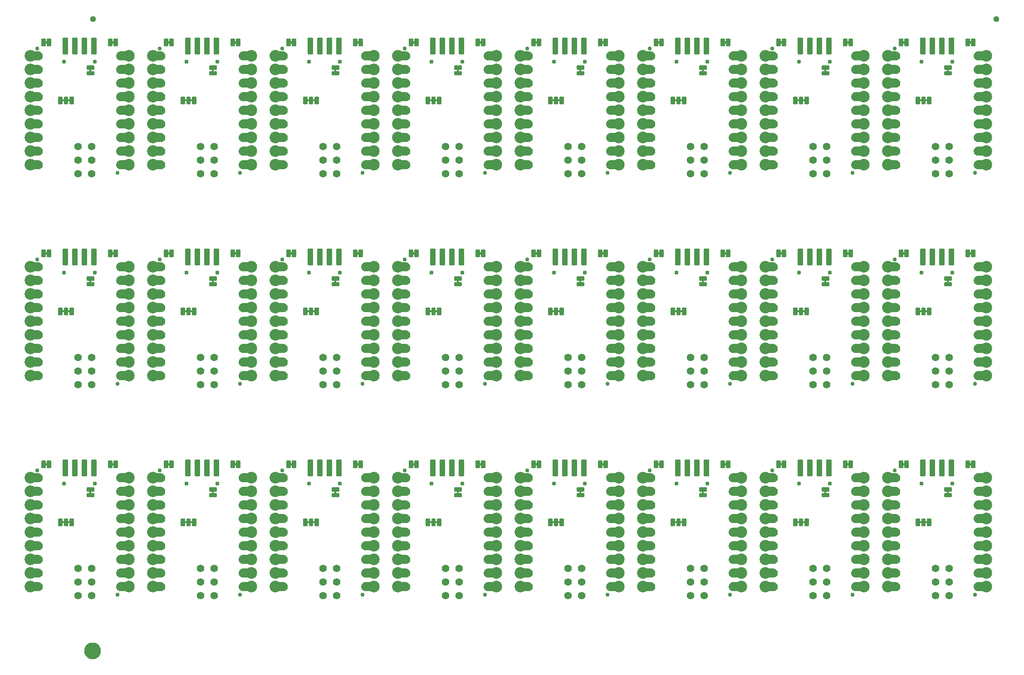
<source format=gbs>
G04 EAGLE Gerber RS-274X export*
G75*
%MOMM*%
%FSLAX34Y34*%
%LPD*%
%INSoldermask Bottom*%
%IPPOS*%
%AMOC8*
5,1,8,0,0,1.08239X$1,22.5*%
G01*
%ADD10C,0.777000*%
%ADD11C,0.228344*%
%ADD12C,0.225938*%
%ADD13C,1.397000*%
%ADD14C,0.762000*%
%ADD15C,1.147000*%
%ADD16C,2.167000*%
%ADD17C,1.127000*%
%ADD18C,1.270000*%
%ADD19C,1.627000*%

G36*
X635002Y1020320D02*
X635002Y1020320D01*
X635004Y1020319D01*
X635047Y1020339D01*
X635091Y1020357D01*
X635091Y1020359D01*
X635093Y1020360D01*
X635126Y1020445D01*
X635126Y1036955D01*
X635125Y1036957D01*
X635126Y1036959D01*
X635106Y1037002D01*
X635088Y1037046D01*
X635086Y1037046D01*
X635085Y1037048D01*
X635000Y1037081D01*
X622300Y1037081D01*
X622291Y1037077D01*
X622280Y1037080D01*
X620752Y1036834D01*
X620742Y1036828D01*
X620729Y1036828D01*
X619276Y1036298D01*
X619267Y1036290D01*
X619254Y1036287D01*
X617927Y1035492D01*
X617920Y1035482D01*
X617908Y1035478D01*
X616755Y1034446D01*
X616750Y1034435D01*
X616739Y1034428D01*
X615802Y1033196D01*
X615799Y1033185D01*
X615789Y1033176D01*
X615102Y1031790D01*
X615102Y1031778D01*
X615094Y1031767D01*
X614681Y1030276D01*
X614683Y1030264D01*
X614677Y1030252D01*
X614554Y1028710D01*
X614558Y1028699D01*
X614554Y1028687D01*
X614713Y1027159D01*
X614718Y1027149D01*
X614717Y1027136D01*
X615152Y1025662D01*
X615159Y1025653D01*
X615160Y1025641D01*
X615857Y1024271D01*
X615865Y1024263D01*
X615869Y1024251D01*
X616803Y1023031D01*
X616813Y1023026D01*
X616819Y1023014D01*
X616972Y1022877D01*
X617392Y1022498D01*
X617960Y1021985D01*
X617971Y1021982D01*
X617979Y1021972D01*
X619289Y1021168D01*
X619300Y1021167D01*
X619309Y1021158D01*
X620744Y1020607D01*
X620755Y1020607D01*
X620766Y1020601D01*
X622277Y1020321D01*
X622288Y1020323D01*
X622300Y1020319D01*
X635000Y1020319D01*
X635002Y1020320D01*
G37*
G36*
X635002Y207520D02*
X635002Y207520D01*
X635004Y207519D01*
X635047Y207539D01*
X635091Y207557D01*
X635091Y207559D01*
X635093Y207560D01*
X635126Y207645D01*
X635126Y224155D01*
X635125Y224157D01*
X635126Y224159D01*
X635106Y224202D01*
X635088Y224246D01*
X635086Y224246D01*
X635085Y224248D01*
X635000Y224281D01*
X622300Y224281D01*
X622291Y224277D01*
X622280Y224280D01*
X620752Y224034D01*
X620742Y224028D01*
X620729Y224028D01*
X619276Y223498D01*
X619267Y223490D01*
X619254Y223487D01*
X617927Y222692D01*
X617920Y222682D01*
X617908Y222678D01*
X616755Y221646D01*
X616750Y221635D01*
X616739Y221628D01*
X615802Y220396D01*
X615799Y220385D01*
X615789Y220376D01*
X615102Y218990D01*
X615102Y218978D01*
X615094Y218967D01*
X614681Y217476D01*
X614683Y217464D01*
X614677Y217452D01*
X614554Y215910D01*
X614558Y215899D01*
X614554Y215887D01*
X614713Y214359D01*
X614718Y214349D01*
X614717Y214336D01*
X615152Y212862D01*
X615159Y212853D01*
X615160Y212841D01*
X615857Y211471D01*
X615865Y211463D01*
X615869Y211451D01*
X616803Y210231D01*
X616813Y210226D01*
X616819Y210214D01*
X616972Y210077D01*
X617392Y209698D01*
X617960Y209185D01*
X617971Y209182D01*
X617979Y209172D01*
X619289Y208368D01*
X619300Y208367D01*
X619309Y208358D01*
X620744Y207807D01*
X620755Y207807D01*
X620766Y207801D01*
X622277Y207521D01*
X622288Y207523D01*
X622300Y207519D01*
X635000Y207519D01*
X635002Y207520D01*
G37*
G36*
X177802Y207520D02*
X177802Y207520D01*
X177804Y207519D01*
X177847Y207539D01*
X177891Y207557D01*
X177891Y207559D01*
X177893Y207560D01*
X177926Y207645D01*
X177926Y224155D01*
X177925Y224157D01*
X177926Y224159D01*
X177906Y224202D01*
X177888Y224246D01*
X177886Y224246D01*
X177885Y224248D01*
X177800Y224281D01*
X165100Y224281D01*
X165091Y224277D01*
X165080Y224280D01*
X163552Y224034D01*
X163542Y224028D01*
X163529Y224028D01*
X162076Y223498D01*
X162067Y223490D01*
X162054Y223487D01*
X160727Y222692D01*
X160720Y222682D01*
X160708Y222678D01*
X159555Y221646D01*
X159550Y221635D01*
X159539Y221628D01*
X158602Y220396D01*
X158599Y220385D01*
X158589Y220376D01*
X157902Y218990D01*
X157902Y218978D01*
X157894Y218967D01*
X157481Y217476D01*
X157483Y217464D01*
X157477Y217452D01*
X157354Y215910D01*
X157358Y215899D01*
X157354Y215887D01*
X157513Y214359D01*
X157518Y214349D01*
X157517Y214336D01*
X157952Y212862D01*
X157959Y212853D01*
X157960Y212841D01*
X158657Y211471D01*
X158665Y211463D01*
X158669Y211451D01*
X159603Y210231D01*
X159613Y210226D01*
X159619Y210214D01*
X159772Y210077D01*
X160192Y209698D01*
X160760Y209185D01*
X160771Y209182D01*
X160779Y209172D01*
X162089Y208368D01*
X162100Y208367D01*
X162109Y208358D01*
X163544Y207807D01*
X163555Y207807D01*
X163566Y207801D01*
X165077Y207521D01*
X165088Y207523D01*
X165100Y207519D01*
X177800Y207519D01*
X177802Y207520D01*
G37*
G36*
X1320802Y207520D02*
X1320802Y207520D01*
X1320804Y207519D01*
X1320847Y207539D01*
X1320891Y207557D01*
X1320891Y207559D01*
X1320893Y207560D01*
X1320926Y207645D01*
X1320926Y224155D01*
X1320925Y224157D01*
X1320926Y224159D01*
X1320906Y224202D01*
X1320888Y224246D01*
X1320886Y224246D01*
X1320885Y224248D01*
X1320800Y224281D01*
X1308100Y224281D01*
X1308091Y224277D01*
X1308080Y224280D01*
X1306552Y224034D01*
X1306542Y224028D01*
X1306529Y224028D01*
X1305076Y223498D01*
X1305067Y223490D01*
X1305054Y223487D01*
X1303727Y222692D01*
X1303720Y222682D01*
X1303708Y222678D01*
X1302555Y221646D01*
X1302550Y221635D01*
X1302539Y221628D01*
X1301602Y220396D01*
X1301599Y220385D01*
X1301589Y220376D01*
X1300902Y218990D01*
X1300902Y218978D01*
X1300894Y218967D01*
X1300481Y217476D01*
X1300483Y217464D01*
X1300477Y217452D01*
X1300354Y215910D01*
X1300358Y215899D01*
X1300354Y215887D01*
X1300513Y214359D01*
X1300518Y214349D01*
X1300517Y214336D01*
X1300952Y212862D01*
X1300959Y212853D01*
X1300960Y212841D01*
X1301657Y211471D01*
X1301665Y211463D01*
X1301669Y211451D01*
X1302603Y210231D01*
X1302613Y210226D01*
X1302619Y210214D01*
X1302772Y210077D01*
X1303192Y209698D01*
X1303760Y209185D01*
X1303771Y209182D01*
X1303779Y209172D01*
X1305089Y208368D01*
X1305100Y208367D01*
X1305109Y208358D01*
X1306544Y207807D01*
X1306555Y207807D01*
X1306566Y207801D01*
X1308077Y207521D01*
X1308088Y207523D01*
X1308100Y207519D01*
X1320800Y207519D01*
X1320802Y207520D01*
G37*
G36*
X406402Y207520D02*
X406402Y207520D01*
X406404Y207519D01*
X406447Y207539D01*
X406491Y207557D01*
X406491Y207559D01*
X406493Y207560D01*
X406526Y207645D01*
X406526Y224155D01*
X406525Y224157D01*
X406526Y224159D01*
X406506Y224202D01*
X406488Y224246D01*
X406486Y224246D01*
X406485Y224248D01*
X406400Y224281D01*
X393700Y224281D01*
X393691Y224277D01*
X393680Y224280D01*
X392152Y224034D01*
X392142Y224028D01*
X392129Y224028D01*
X390676Y223498D01*
X390667Y223490D01*
X390654Y223487D01*
X389327Y222692D01*
X389320Y222682D01*
X389308Y222678D01*
X388155Y221646D01*
X388150Y221635D01*
X388139Y221628D01*
X387202Y220396D01*
X387199Y220385D01*
X387189Y220376D01*
X386502Y218990D01*
X386502Y218978D01*
X386494Y218967D01*
X386081Y217476D01*
X386083Y217464D01*
X386077Y217452D01*
X385954Y215910D01*
X385958Y215899D01*
X385954Y215887D01*
X386113Y214359D01*
X386118Y214349D01*
X386117Y214336D01*
X386552Y212862D01*
X386559Y212853D01*
X386560Y212841D01*
X387257Y211471D01*
X387265Y211463D01*
X387269Y211451D01*
X388203Y210231D01*
X388213Y210226D01*
X388219Y210214D01*
X388372Y210077D01*
X388792Y209698D01*
X389360Y209185D01*
X389371Y209182D01*
X389379Y209172D01*
X390689Y208368D01*
X390700Y208367D01*
X390709Y208358D01*
X392144Y207807D01*
X392155Y207807D01*
X392166Y207801D01*
X393677Y207521D01*
X393688Y207523D01*
X393700Y207519D01*
X406400Y207519D01*
X406402Y207520D01*
G37*
G36*
X177802Y232920D02*
X177802Y232920D01*
X177804Y232919D01*
X177847Y232939D01*
X177891Y232957D01*
X177891Y232959D01*
X177893Y232960D01*
X177926Y233045D01*
X177926Y249555D01*
X177925Y249557D01*
X177926Y249559D01*
X177906Y249602D01*
X177888Y249646D01*
X177886Y249646D01*
X177885Y249648D01*
X177800Y249681D01*
X165100Y249681D01*
X165091Y249677D01*
X165080Y249680D01*
X163552Y249434D01*
X163542Y249428D01*
X163529Y249428D01*
X162076Y248898D01*
X162067Y248890D01*
X162054Y248887D01*
X160727Y248092D01*
X160720Y248082D01*
X160708Y248078D01*
X159555Y247046D01*
X159550Y247035D01*
X159539Y247028D01*
X158602Y245796D01*
X158599Y245785D01*
X158589Y245776D01*
X157902Y244390D01*
X157902Y244378D01*
X157894Y244367D01*
X157481Y242876D01*
X157483Y242864D01*
X157477Y242852D01*
X157354Y241310D01*
X157358Y241299D01*
X157354Y241287D01*
X157513Y239759D01*
X157518Y239749D01*
X157517Y239736D01*
X157952Y238262D01*
X157959Y238253D01*
X157960Y238241D01*
X158657Y236871D01*
X158665Y236863D01*
X158669Y236851D01*
X159603Y235631D01*
X159613Y235626D01*
X159619Y235614D01*
X159772Y235477D01*
X160192Y235098D01*
X160760Y234585D01*
X160771Y234582D01*
X160779Y234572D01*
X162089Y233768D01*
X162100Y233767D01*
X162109Y233758D01*
X163544Y233207D01*
X163555Y233207D01*
X163566Y233201D01*
X165077Y232921D01*
X165088Y232923D01*
X165100Y232919D01*
X177800Y232919D01*
X177802Y232920D01*
G37*
G36*
X1092202Y232920D02*
X1092202Y232920D01*
X1092204Y232919D01*
X1092247Y232939D01*
X1092291Y232957D01*
X1092291Y232959D01*
X1092293Y232960D01*
X1092326Y233045D01*
X1092326Y249555D01*
X1092325Y249557D01*
X1092326Y249559D01*
X1092306Y249602D01*
X1092288Y249646D01*
X1092286Y249646D01*
X1092285Y249648D01*
X1092200Y249681D01*
X1079500Y249681D01*
X1079491Y249677D01*
X1079480Y249680D01*
X1077952Y249434D01*
X1077942Y249428D01*
X1077929Y249428D01*
X1076476Y248898D01*
X1076467Y248890D01*
X1076454Y248887D01*
X1075127Y248092D01*
X1075120Y248082D01*
X1075108Y248078D01*
X1073955Y247046D01*
X1073950Y247035D01*
X1073939Y247028D01*
X1073002Y245796D01*
X1072999Y245785D01*
X1072989Y245776D01*
X1072302Y244390D01*
X1072302Y244378D01*
X1072294Y244367D01*
X1071881Y242876D01*
X1071883Y242864D01*
X1071877Y242852D01*
X1071754Y241310D01*
X1071758Y241299D01*
X1071754Y241287D01*
X1071913Y239759D01*
X1071918Y239749D01*
X1071917Y239736D01*
X1072352Y238262D01*
X1072359Y238253D01*
X1072360Y238241D01*
X1073057Y236871D01*
X1073065Y236863D01*
X1073069Y236851D01*
X1074003Y235631D01*
X1074013Y235626D01*
X1074019Y235614D01*
X1074172Y235477D01*
X1074592Y235098D01*
X1075160Y234585D01*
X1075171Y234582D01*
X1075179Y234572D01*
X1076489Y233768D01*
X1076500Y233767D01*
X1076509Y233758D01*
X1077944Y233207D01*
X1077955Y233207D01*
X1077966Y233201D01*
X1079477Y232921D01*
X1079488Y232923D01*
X1079500Y232919D01*
X1092200Y232919D01*
X1092202Y232920D01*
G37*
G36*
X863602Y232920D02*
X863602Y232920D01*
X863604Y232919D01*
X863647Y232939D01*
X863691Y232957D01*
X863691Y232959D01*
X863693Y232960D01*
X863726Y233045D01*
X863726Y249555D01*
X863725Y249557D01*
X863726Y249559D01*
X863706Y249602D01*
X863688Y249646D01*
X863686Y249646D01*
X863685Y249648D01*
X863600Y249681D01*
X850900Y249681D01*
X850891Y249677D01*
X850880Y249680D01*
X849352Y249434D01*
X849342Y249428D01*
X849329Y249428D01*
X847876Y248898D01*
X847867Y248890D01*
X847854Y248887D01*
X846527Y248092D01*
X846520Y248082D01*
X846508Y248078D01*
X845355Y247046D01*
X845350Y247035D01*
X845339Y247028D01*
X844402Y245796D01*
X844399Y245785D01*
X844389Y245776D01*
X843702Y244390D01*
X843702Y244378D01*
X843694Y244367D01*
X843281Y242876D01*
X843283Y242864D01*
X843277Y242852D01*
X843154Y241310D01*
X843158Y241299D01*
X843154Y241287D01*
X843313Y239759D01*
X843318Y239749D01*
X843317Y239736D01*
X843752Y238262D01*
X843759Y238253D01*
X843760Y238241D01*
X844457Y236871D01*
X844465Y236863D01*
X844469Y236851D01*
X845403Y235631D01*
X845413Y235626D01*
X845419Y235614D01*
X845572Y235477D01*
X845992Y235098D01*
X846560Y234585D01*
X846571Y234582D01*
X846579Y234572D01*
X847889Y233768D01*
X847900Y233767D01*
X847909Y233758D01*
X849344Y233207D01*
X849355Y233207D01*
X849366Y233201D01*
X850877Y232921D01*
X850888Y232923D01*
X850900Y232919D01*
X863600Y232919D01*
X863602Y232920D01*
G37*
G36*
X1320802Y232920D02*
X1320802Y232920D01*
X1320804Y232919D01*
X1320847Y232939D01*
X1320891Y232957D01*
X1320891Y232959D01*
X1320893Y232960D01*
X1320926Y233045D01*
X1320926Y249555D01*
X1320925Y249557D01*
X1320926Y249559D01*
X1320906Y249602D01*
X1320888Y249646D01*
X1320886Y249646D01*
X1320885Y249648D01*
X1320800Y249681D01*
X1308100Y249681D01*
X1308091Y249677D01*
X1308080Y249680D01*
X1306552Y249434D01*
X1306542Y249428D01*
X1306529Y249428D01*
X1305076Y248898D01*
X1305067Y248890D01*
X1305054Y248887D01*
X1303727Y248092D01*
X1303720Y248082D01*
X1303708Y248078D01*
X1302555Y247046D01*
X1302550Y247035D01*
X1302539Y247028D01*
X1301602Y245796D01*
X1301599Y245785D01*
X1301589Y245776D01*
X1300902Y244390D01*
X1300902Y244378D01*
X1300894Y244367D01*
X1300481Y242876D01*
X1300483Y242864D01*
X1300477Y242852D01*
X1300354Y241310D01*
X1300358Y241299D01*
X1300354Y241287D01*
X1300513Y239759D01*
X1300518Y239749D01*
X1300517Y239736D01*
X1300952Y238262D01*
X1300959Y238253D01*
X1300960Y238241D01*
X1301657Y236871D01*
X1301665Y236863D01*
X1301669Y236851D01*
X1302603Y235631D01*
X1302613Y235626D01*
X1302619Y235614D01*
X1302772Y235477D01*
X1303192Y235098D01*
X1303760Y234585D01*
X1303771Y234582D01*
X1303779Y234572D01*
X1305089Y233768D01*
X1305100Y233767D01*
X1305109Y233758D01*
X1306544Y233207D01*
X1306555Y233207D01*
X1306566Y233201D01*
X1308077Y232921D01*
X1308088Y232923D01*
X1308100Y232919D01*
X1320800Y232919D01*
X1320802Y232920D01*
G37*
G36*
X1778002Y232920D02*
X1778002Y232920D01*
X1778004Y232919D01*
X1778047Y232939D01*
X1778091Y232957D01*
X1778091Y232959D01*
X1778093Y232960D01*
X1778126Y233045D01*
X1778126Y249555D01*
X1778125Y249557D01*
X1778126Y249559D01*
X1778106Y249602D01*
X1778088Y249646D01*
X1778086Y249646D01*
X1778085Y249648D01*
X1778000Y249681D01*
X1765300Y249681D01*
X1765291Y249677D01*
X1765280Y249680D01*
X1763752Y249434D01*
X1763742Y249428D01*
X1763729Y249428D01*
X1762276Y248898D01*
X1762267Y248890D01*
X1762254Y248887D01*
X1760927Y248092D01*
X1760920Y248082D01*
X1760908Y248078D01*
X1759755Y247046D01*
X1759750Y247035D01*
X1759739Y247028D01*
X1758802Y245796D01*
X1758799Y245785D01*
X1758789Y245776D01*
X1758102Y244390D01*
X1758102Y244378D01*
X1758094Y244367D01*
X1757681Y242876D01*
X1757683Y242864D01*
X1757677Y242852D01*
X1757554Y241310D01*
X1757558Y241299D01*
X1757554Y241287D01*
X1757713Y239759D01*
X1757718Y239749D01*
X1757717Y239736D01*
X1758152Y238262D01*
X1758159Y238253D01*
X1758160Y238241D01*
X1758857Y236871D01*
X1758865Y236863D01*
X1758869Y236851D01*
X1759803Y235631D01*
X1759813Y235626D01*
X1759819Y235614D01*
X1759972Y235477D01*
X1760392Y235098D01*
X1760960Y234585D01*
X1760971Y234582D01*
X1760979Y234572D01*
X1762289Y233768D01*
X1762300Y233767D01*
X1762309Y233758D01*
X1763744Y233207D01*
X1763755Y233207D01*
X1763766Y233201D01*
X1765277Y232921D01*
X1765288Y232923D01*
X1765300Y232919D01*
X1778000Y232919D01*
X1778002Y232920D01*
G37*
G36*
X635002Y232920D02*
X635002Y232920D01*
X635004Y232919D01*
X635047Y232939D01*
X635091Y232957D01*
X635091Y232959D01*
X635093Y232960D01*
X635126Y233045D01*
X635126Y249555D01*
X635125Y249557D01*
X635126Y249559D01*
X635106Y249602D01*
X635088Y249646D01*
X635086Y249646D01*
X635085Y249648D01*
X635000Y249681D01*
X622300Y249681D01*
X622291Y249677D01*
X622280Y249680D01*
X620752Y249434D01*
X620742Y249428D01*
X620729Y249428D01*
X619276Y248898D01*
X619267Y248890D01*
X619254Y248887D01*
X617927Y248092D01*
X617920Y248082D01*
X617908Y248078D01*
X616755Y247046D01*
X616750Y247035D01*
X616739Y247028D01*
X615802Y245796D01*
X615799Y245785D01*
X615789Y245776D01*
X615102Y244390D01*
X615102Y244378D01*
X615094Y244367D01*
X614681Y242876D01*
X614683Y242864D01*
X614677Y242852D01*
X614554Y241310D01*
X614558Y241299D01*
X614554Y241287D01*
X614713Y239759D01*
X614718Y239749D01*
X614717Y239736D01*
X615152Y238262D01*
X615159Y238253D01*
X615160Y238241D01*
X615857Y236871D01*
X615865Y236863D01*
X615869Y236851D01*
X616803Y235631D01*
X616813Y235626D01*
X616819Y235614D01*
X616972Y235477D01*
X617392Y235098D01*
X617960Y234585D01*
X617971Y234582D01*
X617979Y234572D01*
X619289Y233768D01*
X619300Y233767D01*
X619309Y233758D01*
X620744Y233207D01*
X620755Y233207D01*
X620766Y233201D01*
X622277Y232921D01*
X622288Y232923D01*
X622300Y232919D01*
X635000Y232919D01*
X635002Y232920D01*
G37*
G36*
X1549402Y232920D02*
X1549402Y232920D01*
X1549404Y232919D01*
X1549447Y232939D01*
X1549491Y232957D01*
X1549491Y232959D01*
X1549493Y232960D01*
X1549526Y233045D01*
X1549526Y249555D01*
X1549525Y249557D01*
X1549526Y249559D01*
X1549506Y249602D01*
X1549488Y249646D01*
X1549486Y249646D01*
X1549485Y249648D01*
X1549400Y249681D01*
X1536700Y249681D01*
X1536691Y249677D01*
X1536680Y249680D01*
X1535152Y249434D01*
X1535142Y249428D01*
X1535129Y249428D01*
X1533676Y248898D01*
X1533667Y248890D01*
X1533654Y248887D01*
X1532327Y248092D01*
X1532320Y248082D01*
X1532308Y248078D01*
X1531155Y247046D01*
X1531150Y247035D01*
X1531139Y247028D01*
X1530202Y245796D01*
X1530199Y245785D01*
X1530189Y245776D01*
X1529502Y244390D01*
X1529502Y244378D01*
X1529494Y244367D01*
X1529081Y242876D01*
X1529083Y242864D01*
X1529077Y242852D01*
X1528954Y241310D01*
X1528958Y241299D01*
X1528954Y241287D01*
X1529113Y239759D01*
X1529118Y239749D01*
X1529117Y239736D01*
X1529552Y238262D01*
X1529559Y238253D01*
X1529560Y238241D01*
X1530257Y236871D01*
X1530265Y236863D01*
X1530269Y236851D01*
X1531203Y235631D01*
X1531213Y235626D01*
X1531219Y235614D01*
X1531372Y235477D01*
X1531792Y235098D01*
X1532360Y234585D01*
X1532371Y234582D01*
X1532379Y234572D01*
X1533689Y233768D01*
X1533700Y233767D01*
X1533709Y233758D01*
X1535144Y233207D01*
X1535155Y233207D01*
X1535166Y233201D01*
X1536677Y232921D01*
X1536688Y232923D01*
X1536700Y232919D01*
X1549400Y232919D01*
X1549402Y232920D01*
G37*
G36*
X406402Y232920D02*
X406402Y232920D01*
X406404Y232919D01*
X406447Y232939D01*
X406491Y232957D01*
X406491Y232959D01*
X406493Y232960D01*
X406526Y233045D01*
X406526Y249555D01*
X406525Y249557D01*
X406526Y249559D01*
X406506Y249602D01*
X406488Y249646D01*
X406486Y249646D01*
X406485Y249648D01*
X406400Y249681D01*
X393700Y249681D01*
X393691Y249677D01*
X393680Y249680D01*
X392152Y249434D01*
X392142Y249428D01*
X392129Y249428D01*
X390676Y248898D01*
X390667Y248890D01*
X390654Y248887D01*
X389327Y248092D01*
X389320Y248082D01*
X389308Y248078D01*
X388155Y247046D01*
X388150Y247035D01*
X388139Y247028D01*
X387202Y245796D01*
X387199Y245785D01*
X387189Y245776D01*
X386502Y244390D01*
X386502Y244378D01*
X386494Y244367D01*
X386081Y242876D01*
X386083Y242864D01*
X386077Y242852D01*
X385954Y241310D01*
X385958Y241299D01*
X385954Y241287D01*
X386113Y239759D01*
X386118Y239749D01*
X386117Y239736D01*
X386552Y238262D01*
X386559Y238253D01*
X386560Y238241D01*
X387257Y236871D01*
X387265Y236863D01*
X387269Y236851D01*
X388203Y235631D01*
X388213Y235626D01*
X388219Y235614D01*
X388372Y235477D01*
X388792Y235098D01*
X389360Y234585D01*
X389371Y234582D01*
X389379Y234572D01*
X390689Y233768D01*
X390700Y233767D01*
X390709Y233758D01*
X392144Y233207D01*
X392155Y233207D01*
X392166Y233201D01*
X393677Y232921D01*
X393688Y232923D01*
X393700Y232919D01*
X406400Y232919D01*
X406402Y232920D01*
G37*
G36*
X1092202Y258320D02*
X1092202Y258320D01*
X1092204Y258319D01*
X1092247Y258339D01*
X1092291Y258357D01*
X1092291Y258359D01*
X1092293Y258360D01*
X1092326Y258445D01*
X1092326Y274955D01*
X1092325Y274957D01*
X1092326Y274959D01*
X1092306Y275002D01*
X1092288Y275046D01*
X1092286Y275046D01*
X1092285Y275048D01*
X1092200Y275081D01*
X1079500Y275081D01*
X1079491Y275077D01*
X1079480Y275080D01*
X1077952Y274834D01*
X1077942Y274828D01*
X1077929Y274828D01*
X1076476Y274298D01*
X1076467Y274290D01*
X1076454Y274287D01*
X1075127Y273492D01*
X1075120Y273482D01*
X1075108Y273478D01*
X1073955Y272446D01*
X1073950Y272435D01*
X1073939Y272428D01*
X1073002Y271196D01*
X1072999Y271185D01*
X1072989Y271176D01*
X1072302Y269790D01*
X1072302Y269778D01*
X1072294Y269767D01*
X1071881Y268276D01*
X1071883Y268264D01*
X1071877Y268252D01*
X1071754Y266710D01*
X1071758Y266699D01*
X1071754Y266687D01*
X1071913Y265159D01*
X1071918Y265149D01*
X1071917Y265136D01*
X1072352Y263662D01*
X1072359Y263653D01*
X1072360Y263641D01*
X1073057Y262271D01*
X1073065Y262263D01*
X1073069Y262251D01*
X1074003Y261031D01*
X1074013Y261026D01*
X1074019Y261014D01*
X1074172Y260877D01*
X1074592Y260498D01*
X1075160Y259985D01*
X1075171Y259982D01*
X1075179Y259972D01*
X1076489Y259168D01*
X1076500Y259167D01*
X1076509Y259158D01*
X1077944Y258607D01*
X1077955Y258607D01*
X1077966Y258601D01*
X1079477Y258321D01*
X1079488Y258323D01*
X1079500Y258319D01*
X1092200Y258319D01*
X1092202Y258320D01*
G37*
G36*
X1778002Y258320D02*
X1778002Y258320D01*
X1778004Y258319D01*
X1778047Y258339D01*
X1778091Y258357D01*
X1778091Y258359D01*
X1778093Y258360D01*
X1778126Y258445D01*
X1778126Y274955D01*
X1778125Y274957D01*
X1778126Y274959D01*
X1778106Y275002D01*
X1778088Y275046D01*
X1778086Y275046D01*
X1778085Y275048D01*
X1778000Y275081D01*
X1765300Y275081D01*
X1765291Y275077D01*
X1765280Y275080D01*
X1763752Y274834D01*
X1763742Y274828D01*
X1763729Y274828D01*
X1762276Y274298D01*
X1762267Y274290D01*
X1762254Y274287D01*
X1760927Y273492D01*
X1760920Y273482D01*
X1760908Y273478D01*
X1759755Y272446D01*
X1759750Y272435D01*
X1759739Y272428D01*
X1758802Y271196D01*
X1758799Y271185D01*
X1758789Y271176D01*
X1758102Y269790D01*
X1758102Y269778D01*
X1758094Y269767D01*
X1757681Y268276D01*
X1757683Y268264D01*
X1757677Y268252D01*
X1757554Y266710D01*
X1757558Y266699D01*
X1757554Y266687D01*
X1757713Y265159D01*
X1757718Y265149D01*
X1757717Y265136D01*
X1758152Y263662D01*
X1758159Y263653D01*
X1758160Y263641D01*
X1758857Y262271D01*
X1758865Y262263D01*
X1758869Y262251D01*
X1759803Y261031D01*
X1759813Y261026D01*
X1759819Y261014D01*
X1759972Y260877D01*
X1760392Y260498D01*
X1760960Y259985D01*
X1760971Y259982D01*
X1760979Y259972D01*
X1762289Y259168D01*
X1762300Y259167D01*
X1762309Y259158D01*
X1763744Y258607D01*
X1763755Y258607D01*
X1763766Y258601D01*
X1765277Y258321D01*
X1765288Y258323D01*
X1765300Y258319D01*
X1778000Y258319D01*
X1778002Y258320D01*
G37*
G36*
X177802Y258320D02*
X177802Y258320D01*
X177804Y258319D01*
X177847Y258339D01*
X177891Y258357D01*
X177891Y258359D01*
X177893Y258360D01*
X177926Y258445D01*
X177926Y274955D01*
X177925Y274957D01*
X177926Y274959D01*
X177906Y275002D01*
X177888Y275046D01*
X177886Y275046D01*
X177885Y275048D01*
X177800Y275081D01*
X165100Y275081D01*
X165091Y275077D01*
X165080Y275080D01*
X163552Y274834D01*
X163542Y274828D01*
X163529Y274828D01*
X162076Y274298D01*
X162067Y274290D01*
X162054Y274287D01*
X160727Y273492D01*
X160720Y273482D01*
X160708Y273478D01*
X159555Y272446D01*
X159550Y272435D01*
X159539Y272428D01*
X158602Y271196D01*
X158599Y271185D01*
X158589Y271176D01*
X157902Y269790D01*
X157902Y269778D01*
X157894Y269767D01*
X157481Y268276D01*
X157483Y268264D01*
X157477Y268252D01*
X157354Y266710D01*
X157358Y266699D01*
X157354Y266687D01*
X157513Y265159D01*
X157518Y265149D01*
X157517Y265136D01*
X157952Y263662D01*
X157959Y263653D01*
X157960Y263641D01*
X158657Y262271D01*
X158665Y262263D01*
X158669Y262251D01*
X159603Y261031D01*
X159613Y261026D01*
X159619Y261014D01*
X159772Y260877D01*
X160192Y260498D01*
X160760Y259985D01*
X160771Y259982D01*
X160779Y259972D01*
X162089Y259168D01*
X162100Y259167D01*
X162109Y259158D01*
X163544Y258607D01*
X163555Y258607D01*
X163566Y258601D01*
X165077Y258321D01*
X165088Y258323D01*
X165100Y258319D01*
X177800Y258319D01*
X177802Y258320D01*
G37*
G36*
X635002Y1071120D02*
X635002Y1071120D01*
X635004Y1071119D01*
X635047Y1071139D01*
X635091Y1071157D01*
X635091Y1071159D01*
X635093Y1071160D01*
X635126Y1071245D01*
X635126Y1087755D01*
X635125Y1087757D01*
X635126Y1087759D01*
X635106Y1087802D01*
X635088Y1087846D01*
X635086Y1087846D01*
X635085Y1087848D01*
X635000Y1087881D01*
X622300Y1087881D01*
X622291Y1087877D01*
X622280Y1087880D01*
X620752Y1087634D01*
X620742Y1087628D01*
X620729Y1087628D01*
X619276Y1087098D01*
X619267Y1087090D01*
X619254Y1087087D01*
X617927Y1086292D01*
X617920Y1086282D01*
X617908Y1086278D01*
X616755Y1085246D01*
X616750Y1085235D01*
X616739Y1085228D01*
X615802Y1083996D01*
X615799Y1083985D01*
X615789Y1083976D01*
X615102Y1082590D01*
X615102Y1082578D01*
X615094Y1082567D01*
X614681Y1081076D01*
X614683Y1081064D01*
X614677Y1081052D01*
X614554Y1079510D01*
X614558Y1079499D01*
X614554Y1079487D01*
X614713Y1077959D01*
X614718Y1077949D01*
X614717Y1077936D01*
X615152Y1076462D01*
X615159Y1076453D01*
X615160Y1076441D01*
X615857Y1075071D01*
X615865Y1075063D01*
X615869Y1075051D01*
X616803Y1073831D01*
X616813Y1073826D01*
X616819Y1073814D01*
X616972Y1073677D01*
X617392Y1073298D01*
X617960Y1072785D01*
X617971Y1072782D01*
X617979Y1072772D01*
X619289Y1071968D01*
X619300Y1071967D01*
X619309Y1071958D01*
X620744Y1071407D01*
X620755Y1071407D01*
X620766Y1071401D01*
X622277Y1071121D01*
X622288Y1071123D01*
X622300Y1071119D01*
X635000Y1071119D01*
X635002Y1071120D01*
G37*
G36*
X635002Y867920D02*
X635002Y867920D01*
X635004Y867919D01*
X635047Y867939D01*
X635091Y867957D01*
X635091Y867959D01*
X635093Y867960D01*
X635126Y868045D01*
X635126Y884555D01*
X635125Y884557D01*
X635126Y884559D01*
X635106Y884602D01*
X635088Y884646D01*
X635086Y884646D01*
X635085Y884648D01*
X635000Y884681D01*
X622300Y884681D01*
X622291Y884677D01*
X622280Y884680D01*
X620752Y884434D01*
X620742Y884428D01*
X620729Y884428D01*
X619276Y883898D01*
X619267Y883890D01*
X619254Y883887D01*
X617927Y883092D01*
X617920Y883082D01*
X617908Y883078D01*
X616755Y882046D01*
X616750Y882035D01*
X616739Y882028D01*
X615802Y880796D01*
X615799Y880785D01*
X615789Y880776D01*
X615102Y879390D01*
X615102Y879378D01*
X615094Y879367D01*
X614681Y877876D01*
X614683Y877864D01*
X614677Y877852D01*
X614554Y876310D01*
X614558Y876299D01*
X614554Y876287D01*
X614713Y874759D01*
X614718Y874749D01*
X614717Y874736D01*
X615152Y873262D01*
X615159Y873253D01*
X615160Y873241D01*
X615857Y871871D01*
X615865Y871863D01*
X615869Y871851D01*
X616803Y870631D01*
X616813Y870626D01*
X616819Y870614D01*
X616972Y870477D01*
X617392Y870098D01*
X617960Y869585D01*
X617971Y869582D01*
X617979Y869572D01*
X619289Y868768D01*
X619300Y868767D01*
X619309Y868758D01*
X620744Y868207D01*
X620755Y868207D01*
X620766Y868201D01*
X622277Y867921D01*
X622288Y867923D01*
X622300Y867919D01*
X635000Y867919D01*
X635002Y867920D01*
G37*
G36*
X406402Y575820D02*
X406402Y575820D01*
X406404Y575819D01*
X406447Y575839D01*
X406491Y575857D01*
X406491Y575859D01*
X406493Y575860D01*
X406526Y575945D01*
X406526Y592455D01*
X406525Y592457D01*
X406526Y592459D01*
X406506Y592502D01*
X406488Y592546D01*
X406486Y592546D01*
X406485Y592548D01*
X406400Y592581D01*
X393700Y592581D01*
X393691Y592577D01*
X393680Y592580D01*
X392152Y592334D01*
X392142Y592328D01*
X392129Y592328D01*
X390676Y591798D01*
X390667Y591790D01*
X390654Y591787D01*
X389327Y590992D01*
X389320Y590982D01*
X389308Y590978D01*
X388155Y589946D01*
X388150Y589935D01*
X388139Y589928D01*
X387202Y588696D01*
X387199Y588685D01*
X387189Y588676D01*
X386502Y587290D01*
X386502Y587278D01*
X386494Y587267D01*
X386081Y585776D01*
X386083Y585764D01*
X386077Y585752D01*
X385954Y584210D01*
X385958Y584199D01*
X385954Y584187D01*
X386113Y582659D01*
X386118Y582649D01*
X386117Y582636D01*
X386552Y581162D01*
X386559Y581153D01*
X386560Y581141D01*
X387257Y579771D01*
X387265Y579763D01*
X387269Y579751D01*
X388203Y578531D01*
X388213Y578526D01*
X388219Y578514D01*
X388372Y578377D01*
X388792Y577998D01*
X389360Y577485D01*
X389371Y577482D01*
X389379Y577472D01*
X390689Y576668D01*
X390700Y576667D01*
X390709Y576658D01*
X392144Y576107D01*
X392155Y576107D01*
X392166Y576101D01*
X393677Y575821D01*
X393688Y575823D01*
X393700Y575819D01*
X406400Y575819D01*
X406402Y575820D01*
G37*
G36*
X863602Y1071120D02*
X863602Y1071120D01*
X863604Y1071119D01*
X863647Y1071139D01*
X863691Y1071157D01*
X863691Y1071159D01*
X863693Y1071160D01*
X863726Y1071245D01*
X863726Y1087755D01*
X863725Y1087757D01*
X863726Y1087759D01*
X863706Y1087802D01*
X863688Y1087846D01*
X863686Y1087846D01*
X863685Y1087848D01*
X863600Y1087881D01*
X850900Y1087881D01*
X850891Y1087877D01*
X850880Y1087880D01*
X849352Y1087634D01*
X849342Y1087628D01*
X849329Y1087628D01*
X847876Y1087098D01*
X847867Y1087090D01*
X847854Y1087087D01*
X846527Y1086292D01*
X846520Y1086282D01*
X846508Y1086278D01*
X845355Y1085246D01*
X845350Y1085235D01*
X845339Y1085228D01*
X844402Y1083996D01*
X844399Y1083985D01*
X844389Y1083976D01*
X843702Y1082590D01*
X843702Y1082578D01*
X843694Y1082567D01*
X843281Y1081076D01*
X843283Y1081064D01*
X843277Y1081052D01*
X843154Y1079510D01*
X843158Y1079499D01*
X843154Y1079487D01*
X843313Y1077959D01*
X843318Y1077949D01*
X843317Y1077936D01*
X843752Y1076462D01*
X843759Y1076453D01*
X843760Y1076441D01*
X844457Y1075071D01*
X844465Y1075063D01*
X844469Y1075051D01*
X845403Y1073831D01*
X845413Y1073826D01*
X845419Y1073814D01*
X845572Y1073677D01*
X845992Y1073298D01*
X846560Y1072785D01*
X846571Y1072782D01*
X846579Y1072772D01*
X847889Y1071968D01*
X847900Y1071967D01*
X847909Y1071958D01*
X849344Y1071407D01*
X849355Y1071407D01*
X849366Y1071401D01*
X850877Y1071121D01*
X850888Y1071123D01*
X850900Y1071119D01*
X863600Y1071119D01*
X863602Y1071120D01*
G37*
G36*
X1549402Y575820D02*
X1549402Y575820D01*
X1549404Y575819D01*
X1549447Y575839D01*
X1549491Y575857D01*
X1549491Y575859D01*
X1549493Y575860D01*
X1549526Y575945D01*
X1549526Y592455D01*
X1549525Y592457D01*
X1549526Y592459D01*
X1549506Y592502D01*
X1549488Y592546D01*
X1549486Y592546D01*
X1549485Y592548D01*
X1549400Y592581D01*
X1536700Y592581D01*
X1536691Y592577D01*
X1536680Y592580D01*
X1535152Y592334D01*
X1535142Y592328D01*
X1535129Y592328D01*
X1533676Y591798D01*
X1533667Y591790D01*
X1533654Y591787D01*
X1532327Y590992D01*
X1532320Y590982D01*
X1532308Y590978D01*
X1531155Y589946D01*
X1531150Y589935D01*
X1531139Y589928D01*
X1530202Y588696D01*
X1530199Y588685D01*
X1530189Y588676D01*
X1529502Y587290D01*
X1529502Y587278D01*
X1529494Y587267D01*
X1529081Y585776D01*
X1529083Y585764D01*
X1529077Y585752D01*
X1528954Y584210D01*
X1528958Y584199D01*
X1528954Y584187D01*
X1529113Y582659D01*
X1529118Y582649D01*
X1529117Y582636D01*
X1529552Y581162D01*
X1529559Y581153D01*
X1529560Y581141D01*
X1530257Y579771D01*
X1530265Y579763D01*
X1530269Y579751D01*
X1531203Y578531D01*
X1531213Y578526D01*
X1531219Y578514D01*
X1531372Y578377D01*
X1531792Y577998D01*
X1532360Y577485D01*
X1532371Y577482D01*
X1532379Y577472D01*
X1533689Y576668D01*
X1533700Y576667D01*
X1533709Y576658D01*
X1535144Y576107D01*
X1535155Y576107D01*
X1535166Y576101D01*
X1536677Y575821D01*
X1536688Y575823D01*
X1536700Y575819D01*
X1549400Y575819D01*
X1549402Y575820D01*
G37*
G36*
X177802Y1071120D02*
X177802Y1071120D01*
X177804Y1071119D01*
X177847Y1071139D01*
X177891Y1071157D01*
X177891Y1071159D01*
X177893Y1071160D01*
X177926Y1071245D01*
X177926Y1087755D01*
X177925Y1087757D01*
X177926Y1087759D01*
X177906Y1087802D01*
X177888Y1087846D01*
X177886Y1087846D01*
X177885Y1087848D01*
X177800Y1087881D01*
X165100Y1087881D01*
X165091Y1087877D01*
X165080Y1087880D01*
X163552Y1087634D01*
X163542Y1087628D01*
X163529Y1087628D01*
X162076Y1087098D01*
X162067Y1087090D01*
X162054Y1087087D01*
X160727Y1086292D01*
X160720Y1086282D01*
X160708Y1086278D01*
X159555Y1085246D01*
X159550Y1085235D01*
X159539Y1085228D01*
X158602Y1083996D01*
X158599Y1083985D01*
X158589Y1083976D01*
X157902Y1082590D01*
X157902Y1082578D01*
X157894Y1082567D01*
X157481Y1081076D01*
X157483Y1081064D01*
X157477Y1081052D01*
X157354Y1079510D01*
X157358Y1079499D01*
X157354Y1079487D01*
X157513Y1077959D01*
X157518Y1077949D01*
X157517Y1077936D01*
X157952Y1076462D01*
X157959Y1076453D01*
X157960Y1076441D01*
X158657Y1075071D01*
X158665Y1075063D01*
X158669Y1075051D01*
X159603Y1073831D01*
X159613Y1073826D01*
X159619Y1073814D01*
X159772Y1073677D01*
X160192Y1073298D01*
X160760Y1072785D01*
X160771Y1072782D01*
X160779Y1072772D01*
X162089Y1071968D01*
X162100Y1071967D01*
X162109Y1071958D01*
X163544Y1071407D01*
X163555Y1071407D01*
X163566Y1071401D01*
X165077Y1071121D01*
X165088Y1071123D01*
X165100Y1071119D01*
X177800Y1071119D01*
X177802Y1071120D01*
G37*
G36*
X406402Y1071120D02*
X406402Y1071120D01*
X406404Y1071119D01*
X406447Y1071139D01*
X406491Y1071157D01*
X406491Y1071159D01*
X406493Y1071160D01*
X406526Y1071245D01*
X406526Y1087755D01*
X406525Y1087757D01*
X406526Y1087759D01*
X406506Y1087802D01*
X406488Y1087846D01*
X406486Y1087846D01*
X406485Y1087848D01*
X406400Y1087881D01*
X393700Y1087881D01*
X393691Y1087877D01*
X393680Y1087880D01*
X392152Y1087634D01*
X392142Y1087628D01*
X392129Y1087628D01*
X390676Y1087098D01*
X390667Y1087090D01*
X390654Y1087087D01*
X389327Y1086292D01*
X389320Y1086282D01*
X389308Y1086278D01*
X388155Y1085246D01*
X388150Y1085235D01*
X388139Y1085228D01*
X387202Y1083996D01*
X387199Y1083985D01*
X387189Y1083976D01*
X386502Y1082590D01*
X386502Y1082578D01*
X386494Y1082567D01*
X386081Y1081076D01*
X386083Y1081064D01*
X386077Y1081052D01*
X385954Y1079510D01*
X385958Y1079499D01*
X385954Y1079487D01*
X386113Y1077959D01*
X386118Y1077949D01*
X386117Y1077936D01*
X386552Y1076462D01*
X386559Y1076453D01*
X386560Y1076441D01*
X387257Y1075071D01*
X387265Y1075063D01*
X387269Y1075051D01*
X388203Y1073831D01*
X388213Y1073826D01*
X388219Y1073814D01*
X388372Y1073677D01*
X388792Y1073298D01*
X389360Y1072785D01*
X389371Y1072782D01*
X389379Y1072772D01*
X390689Y1071968D01*
X390700Y1071967D01*
X390709Y1071958D01*
X392144Y1071407D01*
X392155Y1071407D01*
X392166Y1071401D01*
X393677Y1071121D01*
X393688Y1071123D01*
X393700Y1071119D01*
X406400Y1071119D01*
X406402Y1071120D01*
G37*
G36*
X1092202Y575820D02*
X1092202Y575820D01*
X1092204Y575819D01*
X1092247Y575839D01*
X1092291Y575857D01*
X1092291Y575859D01*
X1092293Y575860D01*
X1092326Y575945D01*
X1092326Y592455D01*
X1092325Y592457D01*
X1092326Y592459D01*
X1092306Y592502D01*
X1092288Y592546D01*
X1092286Y592546D01*
X1092285Y592548D01*
X1092200Y592581D01*
X1079500Y592581D01*
X1079491Y592577D01*
X1079480Y592580D01*
X1077952Y592334D01*
X1077942Y592328D01*
X1077929Y592328D01*
X1076476Y591798D01*
X1076467Y591790D01*
X1076454Y591787D01*
X1075127Y590992D01*
X1075120Y590982D01*
X1075108Y590978D01*
X1073955Y589946D01*
X1073950Y589935D01*
X1073939Y589928D01*
X1073002Y588696D01*
X1072999Y588685D01*
X1072989Y588676D01*
X1072302Y587290D01*
X1072302Y587278D01*
X1072294Y587267D01*
X1071881Y585776D01*
X1071883Y585764D01*
X1071877Y585752D01*
X1071754Y584210D01*
X1071758Y584199D01*
X1071754Y584187D01*
X1071913Y582659D01*
X1071918Y582649D01*
X1071917Y582636D01*
X1072352Y581162D01*
X1072359Y581153D01*
X1072360Y581141D01*
X1073057Y579771D01*
X1073065Y579763D01*
X1073069Y579751D01*
X1074003Y578531D01*
X1074013Y578526D01*
X1074019Y578514D01*
X1074172Y578377D01*
X1074592Y577998D01*
X1075160Y577485D01*
X1075171Y577482D01*
X1075179Y577472D01*
X1076489Y576668D01*
X1076500Y576667D01*
X1076509Y576658D01*
X1077944Y576107D01*
X1077955Y576107D01*
X1077966Y576101D01*
X1079477Y575821D01*
X1079488Y575823D01*
X1079500Y575819D01*
X1092200Y575819D01*
X1092202Y575820D01*
G37*
G36*
X406402Y867920D02*
X406402Y867920D01*
X406404Y867919D01*
X406447Y867939D01*
X406491Y867957D01*
X406491Y867959D01*
X406493Y867960D01*
X406526Y868045D01*
X406526Y884555D01*
X406525Y884557D01*
X406526Y884559D01*
X406506Y884602D01*
X406488Y884646D01*
X406486Y884646D01*
X406485Y884648D01*
X406400Y884681D01*
X393700Y884681D01*
X393691Y884677D01*
X393680Y884680D01*
X392152Y884434D01*
X392142Y884428D01*
X392129Y884428D01*
X390676Y883898D01*
X390667Y883890D01*
X390654Y883887D01*
X389327Y883092D01*
X389320Y883082D01*
X389308Y883078D01*
X388155Y882046D01*
X388150Y882035D01*
X388139Y882028D01*
X387202Y880796D01*
X387199Y880785D01*
X387189Y880776D01*
X386502Y879390D01*
X386502Y879378D01*
X386494Y879367D01*
X386081Y877876D01*
X386083Y877864D01*
X386077Y877852D01*
X385954Y876310D01*
X385958Y876299D01*
X385954Y876287D01*
X386113Y874759D01*
X386118Y874749D01*
X386117Y874736D01*
X386552Y873262D01*
X386559Y873253D01*
X386560Y873241D01*
X387257Y871871D01*
X387265Y871863D01*
X387269Y871851D01*
X388203Y870631D01*
X388213Y870626D01*
X388219Y870614D01*
X388372Y870477D01*
X388792Y870098D01*
X389360Y869585D01*
X389371Y869582D01*
X389379Y869572D01*
X390689Y868768D01*
X390700Y868767D01*
X390709Y868758D01*
X392144Y868207D01*
X392155Y868207D01*
X392166Y868201D01*
X393677Y867921D01*
X393688Y867923D01*
X393700Y867919D01*
X406400Y867919D01*
X406402Y867920D01*
G37*
G36*
X1549402Y1071120D02*
X1549402Y1071120D01*
X1549404Y1071119D01*
X1549447Y1071139D01*
X1549491Y1071157D01*
X1549491Y1071159D01*
X1549493Y1071160D01*
X1549526Y1071245D01*
X1549526Y1087755D01*
X1549525Y1087757D01*
X1549526Y1087759D01*
X1549506Y1087802D01*
X1549488Y1087846D01*
X1549486Y1087846D01*
X1549485Y1087848D01*
X1549400Y1087881D01*
X1536700Y1087881D01*
X1536691Y1087877D01*
X1536680Y1087880D01*
X1535152Y1087634D01*
X1535142Y1087628D01*
X1535129Y1087628D01*
X1533676Y1087098D01*
X1533667Y1087090D01*
X1533654Y1087087D01*
X1532327Y1086292D01*
X1532320Y1086282D01*
X1532308Y1086278D01*
X1531155Y1085246D01*
X1531150Y1085235D01*
X1531139Y1085228D01*
X1530202Y1083996D01*
X1530199Y1083985D01*
X1530189Y1083976D01*
X1529502Y1082590D01*
X1529502Y1082578D01*
X1529494Y1082567D01*
X1529081Y1081076D01*
X1529083Y1081064D01*
X1529077Y1081052D01*
X1528954Y1079510D01*
X1528958Y1079499D01*
X1528954Y1079487D01*
X1529113Y1077959D01*
X1529118Y1077949D01*
X1529117Y1077936D01*
X1529552Y1076462D01*
X1529559Y1076453D01*
X1529560Y1076441D01*
X1530257Y1075071D01*
X1530265Y1075063D01*
X1530269Y1075051D01*
X1531203Y1073831D01*
X1531213Y1073826D01*
X1531219Y1073814D01*
X1531372Y1073677D01*
X1531792Y1073298D01*
X1532360Y1072785D01*
X1532371Y1072782D01*
X1532379Y1072772D01*
X1533689Y1071968D01*
X1533700Y1071967D01*
X1533709Y1071958D01*
X1535144Y1071407D01*
X1535155Y1071407D01*
X1535166Y1071401D01*
X1536677Y1071121D01*
X1536688Y1071123D01*
X1536700Y1071119D01*
X1549400Y1071119D01*
X1549402Y1071120D01*
G37*
G36*
X863602Y626620D02*
X863602Y626620D01*
X863604Y626619D01*
X863647Y626639D01*
X863691Y626657D01*
X863691Y626659D01*
X863693Y626660D01*
X863726Y626745D01*
X863726Y643255D01*
X863725Y643257D01*
X863726Y643259D01*
X863706Y643302D01*
X863688Y643346D01*
X863686Y643346D01*
X863685Y643348D01*
X863600Y643381D01*
X850900Y643381D01*
X850891Y643377D01*
X850880Y643380D01*
X849352Y643134D01*
X849342Y643128D01*
X849329Y643128D01*
X847876Y642598D01*
X847867Y642590D01*
X847854Y642587D01*
X846527Y641792D01*
X846520Y641782D01*
X846508Y641778D01*
X845355Y640746D01*
X845350Y640735D01*
X845339Y640728D01*
X844402Y639496D01*
X844399Y639485D01*
X844389Y639476D01*
X843702Y638090D01*
X843702Y638078D01*
X843694Y638067D01*
X843281Y636576D01*
X843283Y636564D01*
X843277Y636552D01*
X843154Y635010D01*
X843158Y634999D01*
X843154Y634987D01*
X843313Y633459D01*
X843318Y633449D01*
X843317Y633436D01*
X843752Y631962D01*
X843759Y631953D01*
X843760Y631941D01*
X844457Y630571D01*
X844465Y630563D01*
X844469Y630551D01*
X845403Y629331D01*
X845413Y629326D01*
X845419Y629314D01*
X845572Y629177D01*
X845992Y628798D01*
X846560Y628285D01*
X846571Y628282D01*
X846579Y628272D01*
X847889Y627468D01*
X847900Y627467D01*
X847909Y627458D01*
X849344Y626907D01*
X849355Y626907D01*
X849366Y626901D01*
X850877Y626621D01*
X850888Y626623D01*
X850900Y626619D01*
X863600Y626619D01*
X863602Y626620D01*
G37*
G36*
X1320802Y1071120D02*
X1320802Y1071120D01*
X1320804Y1071119D01*
X1320847Y1071139D01*
X1320891Y1071157D01*
X1320891Y1071159D01*
X1320893Y1071160D01*
X1320926Y1071245D01*
X1320926Y1087755D01*
X1320925Y1087757D01*
X1320926Y1087759D01*
X1320906Y1087802D01*
X1320888Y1087846D01*
X1320886Y1087846D01*
X1320885Y1087848D01*
X1320800Y1087881D01*
X1308100Y1087881D01*
X1308091Y1087877D01*
X1308080Y1087880D01*
X1306552Y1087634D01*
X1306542Y1087628D01*
X1306529Y1087628D01*
X1305076Y1087098D01*
X1305067Y1087090D01*
X1305054Y1087087D01*
X1303727Y1086292D01*
X1303720Y1086282D01*
X1303708Y1086278D01*
X1302555Y1085246D01*
X1302550Y1085235D01*
X1302539Y1085228D01*
X1301602Y1083996D01*
X1301599Y1083985D01*
X1301589Y1083976D01*
X1300902Y1082590D01*
X1300902Y1082578D01*
X1300894Y1082567D01*
X1300481Y1081076D01*
X1300483Y1081064D01*
X1300477Y1081052D01*
X1300354Y1079510D01*
X1300358Y1079499D01*
X1300354Y1079487D01*
X1300513Y1077959D01*
X1300518Y1077949D01*
X1300517Y1077936D01*
X1300952Y1076462D01*
X1300959Y1076453D01*
X1300960Y1076441D01*
X1301657Y1075071D01*
X1301665Y1075063D01*
X1301669Y1075051D01*
X1302603Y1073831D01*
X1302613Y1073826D01*
X1302619Y1073814D01*
X1302772Y1073677D01*
X1303192Y1073298D01*
X1303760Y1072785D01*
X1303771Y1072782D01*
X1303779Y1072772D01*
X1305089Y1071968D01*
X1305100Y1071967D01*
X1305109Y1071958D01*
X1306544Y1071407D01*
X1306555Y1071407D01*
X1306566Y1071401D01*
X1308077Y1071121D01*
X1308088Y1071123D01*
X1308100Y1071119D01*
X1320800Y1071119D01*
X1320802Y1071120D01*
G37*
G36*
X1549402Y867920D02*
X1549402Y867920D01*
X1549404Y867919D01*
X1549447Y867939D01*
X1549491Y867957D01*
X1549491Y867959D01*
X1549493Y867960D01*
X1549526Y868045D01*
X1549526Y884555D01*
X1549525Y884557D01*
X1549526Y884559D01*
X1549506Y884602D01*
X1549488Y884646D01*
X1549486Y884646D01*
X1549485Y884648D01*
X1549400Y884681D01*
X1536700Y884681D01*
X1536691Y884677D01*
X1536680Y884680D01*
X1535152Y884434D01*
X1535142Y884428D01*
X1535129Y884428D01*
X1533676Y883898D01*
X1533667Y883890D01*
X1533654Y883887D01*
X1532327Y883092D01*
X1532320Y883082D01*
X1532308Y883078D01*
X1531155Y882046D01*
X1531150Y882035D01*
X1531139Y882028D01*
X1530202Y880796D01*
X1530199Y880785D01*
X1530189Y880776D01*
X1529502Y879390D01*
X1529502Y879378D01*
X1529494Y879367D01*
X1529081Y877876D01*
X1529083Y877864D01*
X1529077Y877852D01*
X1528954Y876310D01*
X1528958Y876299D01*
X1528954Y876287D01*
X1529113Y874759D01*
X1529118Y874749D01*
X1529117Y874736D01*
X1529552Y873262D01*
X1529559Y873253D01*
X1529560Y873241D01*
X1530257Y871871D01*
X1530265Y871863D01*
X1530269Y871851D01*
X1531203Y870631D01*
X1531213Y870626D01*
X1531219Y870614D01*
X1531372Y870477D01*
X1531792Y870098D01*
X1532360Y869585D01*
X1532371Y869582D01*
X1532379Y869572D01*
X1533689Y868768D01*
X1533700Y868767D01*
X1533709Y868758D01*
X1535144Y868207D01*
X1535155Y868207D01*
X1535166Y868201D01*
X1536677Y867921D01*
X1536688Y867923D01*
X1536700Y867919D01*
X1549400Y867919D01*
X1549402Y867920D01*
G37*
G36*
X863602Y867920D02*
X863602Y867920D01*
X863604Y867919D01*
X863647Y867939D01*
X863691Y867957D01*
X863691Y867959D01*
X863693Y867960D01*
X863726Y868045D01*
X863726Y884555D01*
X863725Y884557D01*
X863726Y884559D01*
X863706Y884602D01*
X863688Y884646D01*
X863686Y884646D01*
X863685Y884648D01*
X863600Y884681D01*
X850900Y884681D01*
X850891Y884677D01*
X850880Y884680D01*
X849352Y884434D01*
X849342Y884428D01*
X849329Y884428D01*
X847876Y883898D01*
X847867Y883890D01*
X847854Y883887D01*
X846527Y883092D01*
X846520Y883082D01*
X846508Y883078D01*
X845355Y882046D01*
X845350Y882035D01*
X845339Y882028D01*
X844402Y880796D01*
X844399Y880785D01*
X844389Y880776D01*
X843702Y879390D01*
X843702Y879378D01*
X843694Y879367D01*
X843281Y877876D01*
X843283Y877864D01*
X843277Y877852D01*
X843154Y876310D01*
X843158Y876299D01*
X843154Y876287D01*
X843313Y874759D01*
X843318Y874749D01*
X843317Y874736D01*
X843752Y873262D01*
X843759Y873253D01*
X843760Y873241D01*
X844457Y871871D01*
X844465Y871863D01*
X844469Y871851D01*
X845403Y870631D01*
X845413Y870626D01*
X845419Y870614D01*
X845572Y870477D01*
X845992Y870098D01*
X846560Y869585D01*
X846571Y869582D01*
X846579Y869572D01*
X847889Y868768D01*
X847900Y868767D01*
X847909Y868758D01*
X849344Y868207D01*
X849355Y868207D01*
X849366Y868201D01*
X850877Y867921D01*
X850888Y867923D01*
X850900Y867919D01*
X863600Y867919D01*
X863602Y867920D01*
G37*
G36*
X1778002Y1071120D02*
X1778002Y1071120D01*
X1778004Y1071119D01*
X1778047Y1071139D01*
X1778091Y1071157D01*
X1778091Y1071159D01*
X1778093Y1071160D01*
X1778126Y1071245D01*
X1778126Y1087755D01*
X1778125Y1087757D01*
X1778126Y1087759D01*
X1778106Y1087802D01*
X1778088Y1087846D01*
X1778086Y1087846D01*
X1778085Y1087848D01*
X1778000Y1087881D01*
X1765300Y1087881D01*
X1765291Y1087877D01*
X1765280Y1087880D01*
X1763752Y1087634D01*
X1763742Y1087628D01*
X1763729Y1087628D01*
X1762276Y1087098D01*
X1762267Y1087090D01*
X1762254Y1087087D01*
X1760927Y1086292D01*
X1760920Y1086282D01*
X1760908Y1086278D01*
X1759755Y1085246D01*
X1759750Y1085235D01*
X1759739Y1085228D01*
X1758802Y1083996D01*
X1758799Y1083985D01*
X1758789Y1083976D01*
X1758102Y1082590D01*
X1758102Y1082578D01*
X1758094Y1082567D01*
X1757681Y1081076D01*
X1757683Y1081064D01*
X1757677Y1081052D01*
X1757554Y1079510D01*
X1757558Y1079499D01*
X1757554Y1079487D01*
X1757713Y1077959D01*
X1757718Y1077949D01*
X1757717Y1077936D01*
X1758152Y1076462D01*
X1758159Y1076453D01*
X1758160Y1076441D01*
X1758857Y1075071D01*
X1758865Y1075063D01*
X1758869Y1075051D01*
X1759803Y1073831D01*
X1759813Y1073826D01*
X1759819Y1073814D01*
X1759972Y1073677D01*
X1760392Y1073298D01*
X1760960Y1072785D01*
X1760971Y1072782D01*
X1760979Y1072772D01*
X1762289Y1071968D01*
X1762300Y1071967D01*
X1762309Y1071958D01*
X1763744Y1071407D01*
X1763755Y1071407D01*
X1763766Y1071401D01*
X1765277Y1071121D01*
X1765288Y1071123D01*
X1765300Y1071119D01*
X1778000Y1071119D01*
X1778002Y1071120D01*
G37*
G36*
X1092202Y1071120D02*
X1092202Y1071120D01*
X1092204Y1071119D01*
X1092247Y1071139D01*
X1092291Y1071157D01*
X1092291Y1071159D01*
X1092293Y1071160D01*
X1092326Y1071245D01*
X1092326Y1087755D01*
X1092325Y1087757D01*
X1092326Y1087759D01*
X1092306Y1087802D01*
X1092288Y1087846D01*
X1092286Y1087846D01*
X1092285Y1087848D01*
X1092200Y1087881D01*
X1079500Y1087881D01*
X1079491Y1087877D01*
X1079480Y1087880D01*
X1077952Y1087634D01*
X1077942Y1087628D01*
X1077929Y1087628D01*
X1076476Y1087098D01*
X1076467Y1087090D01*
X1076454Y1087087D01*
X1075127Y1086292D01*
X1075120Y1086282D01*
X1075108Y1086278D01*
X1073955Y1085246D01*
X1073950Y1085235D01*
X1073939Y1085228D01*
X1073002Y1083996D01*
X1072999Y1083985D01*
X1072989Y1083976D01*
X1072302Y1082590D01*
X1072302Y1082578D01*
X1072294Y1082567D01*
X1071881Y1081076D01*
X1071883Y1081064D01*
X1071877Y1081052D01*
X1071754Y1079510D01*
X1071758Y1079499D01*
X1071754Y1079487D01*
X1071913Y1077959D01*
X1071918Y1077949D01*
X1071917Y1077936D01*
X1072352Y1076462D01*
X1072359Y1076453D01*
X1072360Y1076441D01*
X1073057Y1075071D01*
X1073065Y1075063D01*
X1073069Y1075051D01*
X1074003Y1073831D01*
X1074013Y1073826D01*
X1074019Y1073814D01*
X1074172Y1073677D01*
X1074592Y1073298D01*
X1075160Y1072785D01*
X1075171Y1072782D01*
X1075179Y1072772D01*
X1076489Y1071968D01*
X1076500Y1071967D01*
X1076509Y1071958D01*
X1077944Y1071407D01*
X1077955Y1071407D01*
X1077966Y1071401D01*
X1079477Y1071121D01*
X1079488Y1071123D01*
X1079500Y1071119D01*
X1092200Y1071119D01*
X1092202Y1071120D01*
G37*
G36*
X1778002Y601220D02*
X1778002Y601220D01*
X1778004Y601219D01*
X1778047Y601239D01*
X1778091Y601257D01*
X1778091Y601259D01*
X1778093Y601260D01*
X1778126Y601345D01*
X1778126Y617855D01*
X1778125Y617857D01*
X1778126Y617859D01*
X1778106Y617902D01*
X1778088Y617946D01*
X1778086Y617946D01*
X1778085Y617948D01*
X1778000Y617981D01*
X1765300Y617981D01*
X1765291Y617977D01*
X1765280Y617980D01*
X1763752Y617734D01*
X1763742Y617728D01*
X1763729Y617728D01*
X1762276Y617198D01*
X1762267Y617190D01*
X1762254Y617187D01*
X1760927Y616392D01*
X1760920Y616382D01*
X1760908Y616378D01*
X1759755Y615346D01*
X1759750Y615335D01*
X1759739Y615328D01*
X1758802Y614096D01*
X1758799Y614085D01*
X1758789Y614076D01*
X1758102Y612690D01*
X1758102Y612678D01*
X1758094Y612667D01*
X1757681Y611176D01*
X1757683Y611164D01*
X1757677Y611152D01*
X1757554Y609610D01*
X1757558Y609599D01*
X1757554Y609587D01*
X1757713Y608059D01*
X1757718Y608049D01*
X1757717Y608036D01*
X1758152Y606562D01*
X1758159Y606553D01*
X1758160Y606541D01*
X1758857Y605171D01*
X1758865Y605163D01*
X1758869Y605151D01*
X1759803Y603931D01*
X1759813Y603926D01*
X1759819Y603914D01*
X1759972Y603777D01*
X1760392Y603398D01*
X1760960Y602885D01*
X1760971Y602882D01*
X1760979Y602872D01*
X1762289Y602068D01*
X1762300Y602067D01*
X1762309Y602058D01*
X1763744Y601507D01*
X1763755Y601507D01*
X1763766Y601501D01*
X1765277Y601221D01*
X1765288Y601223D01*
X1765300Y601219D01*
X1778000Y601219D01*
X1778002Y601220D01*
G37*
G36*
X635002Y601220D02*
X635002Y601220D01*
X635004Y601219D01*
X635047Y601239D01*
X635091Y601257D01*
X635091Y601259D01*
X635093Y601260D01*
X635126Y601345D01*
X635126Y617855D01*
X635125Y617857D01*
X635126Y617859D01*
X635106Y617902D01*
X635088Y617946D01*
X635086Y617946D01*
X635085Y617948D01*
X635000Y617981D01*
X622300Y617981D01*
X622291Y617977D01*
X622280Y617980D01*
X620752Y617734D01*
X620742Y617728D01*
X620729Y617728D01*
X619276Y617198D01*
X619267Y617190D01*
X619254Y617187D01*
X617927Y616392D01*
X617920Y616382D01*
X617908Y616378D01*
X616755Y615346D01*
X616750Y615335D01*
X616739Y615328D01*
X615802Y614096D01*
X615799Y614085D01*
X615789Y614076D01*
X615102Y612690D01*
X615102Y612678D01*
X615094Y612667D01*
X614681Y611176D01*
X614683Y611164D01*
X614677Y611152D01*
X614554Y609610D01*
X614558Y609599D01*
X614554Y609587D01*
X614713Y608059D01*
X614718Y608049D01*
X614717Y608036D01*
X615152Y606562D01*
X615159Y606553D01*
X615160Y606541D01*
X615857Y605171D01*
X615865Y605163D01*
X615869Y605151D01*
X616803Y603931D01*
X616813Y603926D01*
X616819Y603914D01*
X616972Y603777D01*
X617392Y603398D01*
X617960Y602885D01*
X617971Y602882D01*
X617979Y602872D01*
X619289Y602068D01*
X619300Y602067D01*
X619309Y602058D01*
X620744Y601507D01*
X620755Y601507D01*
X620766Y601501D01*
X622277Y601221D01*
X622288Y601223D01*
X622300Y601219D01*
X635000Y601219D01*
X635002Y601220D01*
G37*
G36*
X863602Y1045720D02*
X863602Y1045720D01*
X863604Y1045719D01*
X863647Y1045739D01*
X863691Y1045757D01*
X863691Y1045759D01*
X863693Y1045760D01*
X863726Y1045845D01*
X863726Y1062355D01*
X863725Y1062357D01*
X863726Y1062359D01*
X863706Y1062402D01*
X863688Y1062446D01*
X863686Y1062446D01*
X863685Y1062448D01*
X863600Y1062481D01*
X850900Y1062481D01*
X850891Y1062477D01*
X850880Y1062480D01*
X849352Y1062234D01*
X849342Y1062228D01*
X849329Y1062228D01*
X847876Y1061698D01*
X847867Y1061690D01*
X847854Y1061687D01*
X846527Y1060892D01*
X846520Y1060882D01*
X846508Y1060878D01*
X845355Y1059846D01*
X845350Y1059835D01*
X845339Y1059828D01*
X844402Y1058596D01*
X844399Y1058585D01*
X844389Y1058576D01*
X843702Y1057190D01*
X843702Y1057178D01*
X843694Y1057167D01*
X843281Y1055676D01*
X843283Y1055664D01*
X843277Y1055652D01*
X843154Y1054110D01*
X843158Y1054099D01*
X843154Y1054087D01*
X843313Y1052559D01*
X843318Y1052549D01*
X843317Y1052536D01*
X843752Y1051062D01*
X843759Y1051053D01*
X843760Y1051041D01*
X844457Y1049671D01*
X844465Y1049663D01*
X844469Y1049651D01*
X845403Y1048431D01*
X845413Y1048426D01*
X845419Y1048414D01*
X845572Y1048277D01*
X845992Y1047898D01*
X846560Y1047385D01*
X846571Y1047382D01*
X846579Y1047372D01*
X847889Y1046568D01*
X847900Y1046567D01*
X847909Y1046558D01*
X849344Y1046007D01*
X849355Y1046007D01*
X849366Y1046001D01*
X850877Y1045721D01*
X850888Y1045723D01*
X850900Y1045719D01*
X863600Y1045719D01*
X863602Y1045720D01*
G37*
G36*
X1549402Y1045720D02*
X1549402Y1045720D01*
X1549404Y1045719D01*
X1549447Y1045739D01*
X1549491Y1045757D01*
X1549491Y1045759D01*
X1549493Y1045760D01*
X1549526Y1045845D01*
X1549526Y1062355D01*
X1549525Y1062357D01*
X1549526Y1062359D01*
X1549506Y1062402D01*
X1549488Y1062446D01*
X1549486Y1062446D01*
X1549485Y1062448D01*
X1549400Y1062481D01*
X1536700Y1062481D01*
X1536691Y1062477D01*
X1536680Y1062480D01*
X1535152Y1062234D01*
X1535142Y1062228D01*
X1535129Y1062228D01*
X1533676Y1061698D01*
X1533667Y1061690D01*
X1533654Y1061687D01*
X1532327Y1060892D01*
X1532320Y1060882D01*
X1532308Y1060878D01*
X1531155Y1059846D01*
X1531150Y1059835D01*
X1531139Y1059828D01*
X1530202Y1058596D01*
X1530199Y1058585D01*
X1530189Y1058576D01*
X1529502Y1057190D01*
X1529502Y1057178D01*
X1529494Y1057167D01*
X1529081Y1055676D01*
X1529083Y1055664D01*
X1529077Y1055652D01*
X1528954Y1054110D01*
X1528958Y1054099D01*
X1528954Y1054087D01*
X1529113Y1052559D01*
X1529118Y1052549D01*
X1529117Y1052536D01*
X1529552Y1051062D01*
X1529559Y1051053D01*
X1529560Y1051041D01*
X1530257Y1049671D01*
X1530265Y1049663D01*
X1530269Y1049651D01*
X1531203Y1048431D01*
X1531213Y1048426D01*
X1531219Y1048414D01*
X1531372Y1048277D01*
X1531792Y1047898D01*
X1532360Y1047385D01*
X1532371Y1047382D01*
X1532379Y1047372D01*
X1533689Y1046568D01*
X1533700Y1046567D01*
X1533709Y1046558D01*
X1535144Y1046007D01*
X1535155Y1046007D01*
X1535166Y1046001D01*
X1536677Y1045721D01*
X1536688Y1045723D01*
X1536700Y1045719D01*
X1549400Y1045719D01*
X1549402Y1045720D01*
G37*
G36*
X1320802Y626620D02*
X1320802Y626620D01*
X1320804Y626619D01*
X1320847Y626639D01*
X1320891Y626657D01*
X1320891Y626659D01*
X1320893Y626660D01*
X1320926Y626745D01*
X1320926Y643255D01*
X1320925Y643257D01*
X1320926Y643259D01*
X1320906Y643302D01*
X1320888Y643346D01*
X1320886Y643346D01*
X1320885Y643348D01*
X1320800Y643381D01*
X1308100Y643381D01*
X1308091Y643377D01*
X1308080Y643380D01*
X1306552Y643134D01*
X1306542Y643128D01*
X1306529Y643128D01*
X1305076Y642598D01*
X1305067Y642590D01*
X1305054Y642587D01*
X1303727Y641792D01*
X1303720Y641782D01*
X1303708Y641778D01*
X1302555Y640746D01*
X1302550Y640735D01*
X1302539Y640728D01*
X1301602Y639496D01*
X1301599Y639485D01*
X1301589Y639476D01*
X1300902Y638090D01*
X1300902Y638078D01*
X1300894Y638067D01*
X1300481Y636576D01*
X1300483Y636564D01*
X1300477Y636552D01*
X1300354Y635010D01*
X1300358Y634999D01*
X1300354Y634987D01*
X1300513Y633459D01*
X1300518Y633449D01*
X1300517Y633436D01*
X1300952Y631962D01*
X1300959Y631953D01*
X1300960Y631941D01*
X1301657Y630571D01*
X1301665Y630563D01*
X1301669Y630551D01*
X1302603Y629331D01*
X1302613Y629326D01*
X1302619Y629314D01*
X1302772Y629177D01*
X1303192Y628798D01*
X1303760Y628285D01*
X1303771Y628282D01*
X1303779Y628272D01*
X1305089Y627468D01*
X1305100Y627467D01*
X1305109Y627458D01*
X1306544Y626907D01*
X1306555Y626907D01*
X1306566Y626901D01*
X1308077Y626621D01*
X1308088Y626623D01*
X1308100Y626619D01*
X1320800Y626619D01*
X1320802Y626620D01*
G37*
G36*
X1092202Y499620D02*
X1092202Y499620D01*
X1092204Y499619D01*
X1092247Y499639D01*
X1092291Y499657D01*
X1092291Y499659D01*
X1092293Y499660D01*
X1092326Y499745D01*
X1092326Y516255D01*
X1092325Y516257D01*
X1092326Y516259D01*
X1092306Y516302D01*
X1092288Y516346D01*
X1092286Y516346D01*
X1092285Y516348D01*
X1092200Y516381D01*
X1079500Y516381D01*
X1079491Y516377D01*
X1079480Y516380D01*
X1077952Y516134D01*
X1077942Y516128D01*
X1077929Y516128D01*
X1076476Y515598D01*
X1076467Y515590D01*
X1076454Y515587D01*
X1075127Y514792D01*
X1075120Y514782D01*
X1075108Y514778D01*
X1073955Y513746D01*
X1073950Y513735D01*
X1073939Y513728D01*
X1073002Y512496D01*
X1072999Y512485D01*
X1072989Y512476D01*
X1072302Y511090D01*
X1072302Y511078D01*
X1072294Y511067D01*
X1071881Y509576D01*
X1071883Y509564D01*
X1071877Y509552D01*
X1071754Y508010D01*
X1071758Y507999D01*
X1071754Y507987D01*
X1071913Y506459D01*
X1071918Y506449D01*
X1071917Y506436D01*
X1072352Y504962D01*
X1072359Y504953D01*
X1072360Y504941D01*
X1073057Y503571D01*
X1073065Y503563D01*
X1073069Y503551D01*
X1074003Y502331D01*
X1074013Y502326D01*
X1074019Y502314D01*
X1074172Y502177D01*
X1074592Y501798D01*
X1075160Y501285D01*
X1075171Y501282D01*
X1075179Y501272D01*
X1076489Y500468D01*
X1076500Y500467D01*
X1076509Y500458D01*
X1077944Y499907D01*
X1077955Y499907D01*
X1077966Y499901D01*
X1079477Y499621D01*
X1079488Y499623D01*
X1079500Y499619D01*
X1092200Y499619D01*
X1092202Y499620D01*
G37*
G36*
X1092202Y1045720D02*
X1092202Y1045720D01*
X1092204Y1045719D01*
X1092247Y1045739D01*
X1092291Y1045757D01*
X1092291Y1045759D01*
X1092293Y1045760D01*
X1092326Y1045845D01*
X1092326Y1062355D01*
X1092325Y1062357D01*
X1092326Y1062359D01*
X1092306Y1062402D01*
X1092288Y1062446D01*
X1092286Y1062446D01*
X1092285Y1062448D01*
X1092200Y1062481D01*
X1079500Y1062481D01*
X1079491Y1062477D01*
X1079480Y1062480D01*
X1077952Y1062234D01*
X1077942Y1062228D01*
X1077929Y1062228D01*
X1076476Y1061698D01*
X1076467Y1061690D01*
X1076454Y1061687D01*
X1075127Y1060892D01*
X1075120Y1060882D01*
X1075108Y1060878D01*
X1073955Y1059846D01*
X1073950Y1059835D01*
X1073939Y1059828D01*
X1073002Y1058596D01*
X1072999Y1058585D01*
X1072989Y1058576D01*
X1072302Y1057190D01*
X1072302Y1057178D01*
X1072294Y1057167D01*
X1071881Y1055676D01*
X1071883Y1055664D01*
X1071877Y1055652D01*
X1071754Y1054110D01*
X1071758Y1054099D01*
X1071754Y1054087D01*
X1071913Y1052559D01*
X1071918Y1052549D01*
X1071917Y1052536D01*
X1072352Y1051062D01*
X1072359Y1051053D01*
X1072360Y1051041D01*
X1073057Y1049671D01*
X1073065Y1049663D01*
X1073069Y1049651D01*
X1074003Y1048431D01*
X1074013Y1048426D01*
X1074019Y1048414D01*
X1074172Y1048277D01*
X1074592Y1047898D01*
X1075160Y1047385D01*
X1075171Y1047382D01*
X1075179Y1047372D01*
X1076489Y1046568D01*
X1076500Y1046567D01*
X1076509Y1046558D01*
X1077944Y1046007D01*
X1077955Y1046007D01*
X1077966Y1046001D01*
X1079477Y1045721D01*
X1079488Y1045723D01*
X1079500Y1045719D01*
X1092200Y1045719D01*
X1092202Y1045720D01*
G37*
G36*
X1778002Y1045720D02*
X1778002Y1045720D01*
X1778004Y1045719D01*
X1778047Y1045739D01*
X1778091Y1045757D01*
X1778091Y1045759D01*
X1778093Y1045760D01*
X1778126Y1045845D01*
X1778126Y1062355D01*
X1778125Y1062357D01*
X1778126Y1062359D01*
X1778106Y1062402D01*
X1778088Y1062446D01*
X1778086Y1062446D01*
X1778085Y1062448D01*
X1778000Y1062481D01*
X1765300Y1062481D01*
X1765291Y1062477D01*
X1765280Y1062480D01*
X1763752Y1062234D01*
X1763742Y1062228D01*
X1763729Y1062228D01*
X1762276Y1061698D01*
X1762267Y1061690D01*
X1762254Y1061687D01*
X1760927Y1060892D01*
X1760920Y1060882D01*
X1760908Y1060878D01*
X1759755Y1059846D01*
X1759750Y1059835D01*
X1759739Y1059828D01*
X1758802Y1058596D01*
X1758799Y1058585D01*
X1758789Y1058576D01*
X1758102Y1057190D01*
X1758102Y1057178D01*
X1758094Y1057167D01*
X1757681Y1055676D01*
X1757683Y1055664D01*
X1757677Y1055652D01*
X1757554Y1054110D01*
X1757558Y1054099D01*
X1757554Y1054087D01*
X1757713Y1052559D01*
X1757718Y1052549D01*
X1757717Y1052536D01*
X1758152Y1051062D01*
X1758159Y1051053D01*
X1758160Y1051041D01*
X1758857Y1049671D01*
X1758865Y1049663D01*
X1758869Y1049651D01*
X1759803Y1048431D01*
X1759813Y1048426D01*
X1759819Y1048414D01*
X1759972Y1048277D01*
X1760392Y1047898D01*
X1760960Y1047385D01*
X1760971Y1047382D01*
X1760979Y1047372D01*
X1762289Y1046568D01*
X1762300Y1046567D01*
X1762309Y1046558D01*
X1763744Y1046007D01*
X1763755Y1046007D01*
X1763766Y1046001D01*
X1765277Y1045721D01*
X1765288Y1045723D01*
X1765300Y1045719D01*
X1778000Y1045719D01*
X1778002Y1045720D01*
G37*
G36*
X1778002Y499620D02*
X1778002Y499620D01*
X1778004Y499619D01*
X1778047Y499639D01*
X1778091Y499657D01*
X1778091Y499659D01*
X1778093Y499660D01*
X1778126Y499745D01*
X1778126Y516255D01*
X1778125Y516257D01*
X1778126Y516259D01*
X1778106Y516302D01*
X1778088Y516346D01*
X1778086Y516346D01*
X1778085Y516348D01*
X1778000Y516381D01*
X1765300Y516381D01*
X1765291Y516377D01*
X1765280Y516380D01*
X1763752Y516134D01*
X1763742Y516128D01*
X1763729Y516128D01*
X1762276Y515598D01*
X1762267Y515590D01*
X1762254Y515587D01*
X1760927Y514792D01*
X1760920Y514782D01*
X1760908Y514778D01*
X1759755Y513746D01*
X1759750Y513735D01*
X1759739Y513728D01*
X1758802Y512496D01*
X1758799Y512485D01*
X1758789Y512476D01*
X1758102Y511090D01*
X1758102Y511078D01*
X1758094Y511067D01*
X1757681Y509576D01*
X1757683Y509564D01*
X1757677Y509552D01*
X1757554Y508010D01*
X1757558Y507999D01*
X1757554Y507987D01*
X1757713Y506459D01*
X1757718Y506449D01*
X1757717Y506436D01*
X1758152Y504962D01*
X1758159Y504953D01*
X1758160Y504941D01*
X1758857Y503571D01*
X1758865Y503563D01*
X1758869Y503551D01*
X1759803Y502331D01*
X1759813Y502326D01*
X1759819Y502314D01*
X1759972Y502177D01*
X1760392Y501798D01*
X1760960Y501285D01*
X1760971Y501282D01*
X1760979Y501272D01*
X1762289Y500468D01*
X1762300Y500467D01*
X1762309Y500458D01*
X1763744Y499907D01*
X1763755Y499907D01*
X1763766Y499901D01*
X1765277Y499621D01*
X1765288Y499623D01*
X1765300Y499619D01*
X1778000Y499619D01*
X1778002Y499620D01*
G37*
G36*
X177802Y1045720D02*
X177802Y1045720D01*
X177804Y1045719D01*
X177847Y1045739D01*
X177891Y1045757D01*
X177891Y1045759D01*
X177893Y1045760D01*
X177926Y1045845D01*
X177926Y1062355D01*
X177925Y1062357D01*
X177926Y1062359D01*
X177906Y1062402D01*
X177888Y1062446D01*
X177886Y1062446D01*
X177885Y1062448D01*
X177800Y1062481D01*
X165100Y1062481D01*
X165091Y1062477D01*
X165080Y1062480D01*
X163552Y1062234D01*
X163542Y1062228D01*
X163529Y1062228D01*
X162076Y1061698D01*
X162067Y1061690D01*
X162054Y1061687D01*
X160727Y1060892D01*
X160720Y1060882D01*
X160708Y1060878D01*
X159555Y1059846D01*
X159550Y1059835D01*
X159539Y1059828D01*
X158602Y1058596D01*
X158599Y1058585D01*
X158589Y1058576D01*
X157902Y1057190D01*
X157902Y1057178D01*
X157894Y1057167D01*
X157481Y1055676D01*
X157483Y1055664D01*
X157477Y1055652D01*
X157354Y1054110D01*
X157358Y1054099D01*
X157354Y1054087D01*
X157513Y1052559D01*
X157518Y1052549D01*
X157517Y1052536D01*
X157952Y1051062D01*
X157959Y1051053D01*
X157960Y1051041D01*
X158657Y1049671D01*
X158665Y1049663D01*
X158669Y1049651D01*
X159603Y1048431D01*
X159613Y1048426D01*
X159619Y1048414D01*
X159772Y1048277D01*
X160192Y1047898D01*
X160760Y1047385D01*
X160771Y1047382D01*
X160779Y1047372D01*
X162089Y1046568D01*
X162100Y1046567D01*
X162109Y1046558D01*
X163544Y1046007D01*
X163555Y1046007D01*
X163566Y1046001D01*
X165077Y1045721D01*
X165088Y1045723D01*
X165100Y1045719D01*
X177800Y1045719D01*
X177802Y1045720D01*
G37*
G36*
X406402Y1045720D02*
X406402Y1045720D01*
X406404Y1045719D01*
X406447Y1045739D01*
X406491Y1045757D01*
X406491Y1045759D01*
X406493Y1045760D01*
X406526Y1045845D01*
X406526Y1062355D01*
X406525Y1062357D01*
X406526Y1062359D01*
X406506Y1062402D01*
X406488Y1062446D01*
X406486Y1062446D01*
X406485Y1062448D01*
X406400Y1062481D01*
X393700Y1062481D01*
X393691Y1062477D01*
X393680Y1062480D01*
X392152Y1062234D01*
X392142Y1062228D01*
X392129Y1062228D01*
X390676Y1061698D01*
X390667Y1061690D01*
X390654Y1061687D01*
X389327Y1060892D01*
X389320Y1060882D01*
X389308Y1060878D01*
X388155Y1059846D01*
X388150Y1059835D01*
X388139Y1059828D01*
X387202Y1058596D01*
X387199Y1058585D01*
X387189Y1058576D01*
X386502Y1057190D01*
X386502Y1057178D01*
X386494Y1057167D01*
X386081Y1055676D01*
X386083Y1055664D01*
X386077Y1055652D01*
X385954Y1054110D01*
X385958Y1054099D01*
X385954Y1054087D01*
X386113Y1052559D01*
X386118Y1052549D01*
X386117Y1052536D01*
X386552Y1051062D01*
X386559Y1051053D01*
X386560Y1051041D01*
X387257Y1049671D01*
X387265Y1049663D01*
X387269Y1049651D01*
X388203Y1048431D01*
X388213Y1048426D01*
X388219Y1048414D01*
X388372Y1048277D01*
X388792Y1047898D01*
X389360Y1047385D01*
X389371Y1047382D01*
X389379Y1047372D01*
X390689Y1046568D01*
X390700Y1046567D01*
X390709Y1046558D01*
X392144Y1046007D01*
X392155Y1046007D01*
X392166Y1046001D01*
X393677Y1045721D01*
X393688Y1045723D01*
X393700Y1045719D01*
X406400Y1045719D01*
X406402Y1045720D01*
G37*
G36*
X635002Y1045720D02*
X635002Y1045720D01*
X635004Y1045719D01*
X635047Y1045739D01*
X635091Y1045757D01*
X635091Y1045759D01*
X635093Y1045760D01*
X635126Y1045845D01*
X635126Y1062355D01*
X635125Y1062357D01*
X635126Y1062359D01*
X635106Y1062402D01*
X635088Y1062446D01*
X635086Y1062446D01*
X635085Y1062448D01*
X635000Y1062481D01*
X622300Y1062481D01*
X622291Y1062477D01*
X622280Y1062480D01*
X620752Y1062234D01*
X620742Y1062228D01*
X620729Y1062228D01*
X619276Y1061698D01*
X619267Y1061690D01*
X619254Y1061687D01*
X617927Y1060892D01*
X617920Y1060882D01*
X617908Y1060878D01*
X616755Y1059846D01*
X616750Y1059835D01*
X616739Y1059828D01*
X615802Y1058596D01*
X615799Y1058585D01*
X615789Y1058576D01*
X615102Y1057190D01*
X615102Y1057178D01*
X615094Y1057167D01*
X614681Y1055676D01*
X614683Y1055664D01*
X614677Y1055652D01*
X614554Y1054110D01*
X614558Y1054099D01*
X614554Y1054087D01*
X614713Y1052559D01*
X614718Y1052549D01*
X614717Y1052536D01*
X615152Y1051062D01*
X615159Y1051053D01*
X615160Y1051041D01*
X615857Y1049671D01*
X615865Y1049663D01*
X615869Y1049651D01*
X616803Y1048431D01*
X616813Y1048426D01*
X616819Y1048414D01*
X616972Y1048277D01*
X617392Y1047898D01*
X617960Y1047385D01*
X617971Y1047382D01*
X617979Y1047372D01*
X619289Y1046568D01*
X619300Y1046567D01*
X619309Y1046558D01*
X620744Y1046007D01*
X620755Y1046007D01*
X620766Y1046001D01*
X622277Y1045721D01*
X622288Y1045723D01*
X622300Y1045719D01*
X635000Y1045719D01*
X635002Y1045720D01*
G37*
G36*
X1549402Y499620D02*
X1549402Y499620D01*
X1549404Y499619D01*
X1549447Y499639D01*
X1549491Y499657D01*
X1549491Y499659D01*
X1549493Y499660D01*
X1549526Y499745D01*
X1549526Y516255D01*
X1549525Y516257D01*
X1549526Y516259D01*
X1549506Y516302D01*
X1549488Y516346D01*
X1549486Y516346D01*
X1549485Y516348D01*
X1549400Y516381D01*
X1536700Y516381D01*
X1536691Y516377D01*
X1536680Y516380D01*
X1535152Y516134D01*
X1535142Y516128D01*
X1535129Y516128D01*
X1533676Y515598D01*
X1533667Y515590D01*
X1533654Y515587D01*
X1532327Y514792D01*
X1532320Y514782D01*
X1532308Y514778D01*
X1531155Y513746D01*
X1531150Y513735D01*
X1531139Y513728D01*
X1530202Y512496D01*
X1530199Y512485D01*
X1530189Y512476D01*
X1529502Y511090D01*
X1529502Y511078D01*
X1529494Y511067D01*
X1529081Y509576D01*
X1529083Y509564D01*
X1529077Y509552D01*
X1528954Y508010D01*
X1528958Y507999D01*
X1528954Y507987D01*
X1529113Y506459D01*
X1529118Y506449D01*
X1529117Y506436D01*
X1529552Y504962D01*
X1529559Y504953D01*
X1529560Y504941D01*
X1530257Y503571D01*
X1530265Y503563D01*
X1530269Y503551D01*
X1531203Y502331D01*
X1531213Y502326D01*
X1531219Y502314D01*
X1531372Y502177D01*
X1531792Y501798D01*
X1532360Y501285D01*
X1532371Y501282D01*
X1532379Y501272D01*
X1533689Y500468D01*
X1533700Y500467D01*
X1533709Y500458D01*
X1535144Y499907D01*
X1535155Y499907D01*
X1535166Y499901D01*
X1536677Y499621D01*
X1536688Y499623D01*
X1536700Y499619D01*
X1549400Y499619D01*
X1549402Y499620D01*
G37*
G36*
X1320802Y1045720D02*
X1320802Y1045720D01*
X1320804Y1045719D01*
X1320847Y1045739D01*
X1320891Y1045757D01*
X1320891Y1045759D01*
X1320893Y1045760D01*
X1320926Y1045845D01*
X1320926Y1062355D01*
X1320925Y1062357D01*
X1320926Y1062359D01*
X1320906Y1062402D01*
X1320888Y1062446D01*
X1320886Y1062446D01*
X1320885Y1062448D01*
X1320800Y1062481D01*
X1308100Y1062481D01*
X1308091Y1062477D01*
X1308080Y1062480D01*
X1306552Y1062234D01*
X1306542Y1062228D01*
X1306529Y1062228D01*
X1305076Y1061698D01*
X1305067Y1061690D01*
X1305054Y1061687D01*
X1303727Y1060892D01*
X1303720Y1060882D01*
X1303708Y1060878D01*
X1302555Y1059846D01*
X1302550Y1059835D01*
X1302539Y1059828D01*
X1301602Y1058596D01*
X1301599Y1058585D01*
X1301589Y1058576D01*
X1300902Y1057190D01*
X1300902Y1057178D01*
X1300894Y1057167D01*
X1300481Y1055676D01*
X1300483Y1055664D01*
X1300477Y1055652D01*
X1300354Y1054110D01*
X1300358Y1054099D01*
X1300354Y1054087D01*
X1300513Y1052559D01*
X1300518Y1052549D01*
X1300517Y1052536D01*
X1300952Y1051062D01*
X1300959Y1051053D01*
X1300960Y1051041D01*
X1301657Y1049671D01*
X1301665Y1049663D01*
X1301669Y1049651D01*
X1302603Y1048431D01*
X1302613Y1048426D01*
X1302619Y1048414D01*
X1302772Y1048277D01*
X1303192Y1047898D01*
X1303760Y1047385D01*
X1303771Y1047382D01*
X1303779Y1047372D01*
X1305089Y1046568D01*
X1305100Y1046567D01*
X1305109Y1046558D01*
X1306544Y1046007D01*
X1306555Y1046007D01*
X1306566Y1046001D01*
X1308077Y1045721D01*
X1308088Y1045723D01*
X1308100Y1045719D01*
X1320800Y1045719D01*
X1320802Y1045720D01*
G37*
G36*
X406402Y499620D02*
X406402Y499620D01*
X406404Y499619D01*
X406447Y499639D01*
X406491Y499657D01*
X406491Y499659D01*
X406493Y499660D01*
X406526Y499745D01*
X406526Y516255D01*
X406525Y516257D01*
X406526Y516259D01*
X406506Y516302D01*
X406488Y516346D01*
X406486Y516346D01*
X406485Y516348D01*
X406400Y516381D01*
X393700Y516381D01*
X393691Y516377D01*
X393680Y516380D01*
X392152Y516134D01*
X392142Y516128D01*
X392129Y516128D01*
X390676Y515598D01*
X390667Y515590D01*
X390654Y515587D01*
X389327Y514792D01*
X389320Y514782D01*
X389308Y514778D01*
X388155Y513746D01*
X388150Y513735D01*
X388139Y513728D01*
X387202Y512496D01*
X387199Y512485D01*
X387189Y512476D01*
X386502Y511090D01*
X386502Y511078D01*
X386494Y511067D01*
X386081Y509576D01*
X386083Y509564D01*
X386077Y509552D01*
X385954Y508010D01*
X385958Y507999D01*
X385954Y507987D01*
X386113Y506459D01*
X386118Y506449D01*
X386117Y506436D01*
X386552Y504962D01*
X386559Y504953D01*
X386560Y504941D01*
X387257Y503571D01*
X387265Y503563D01*
X387269Y503551D01*
X388203Y502331D01*
X388213Y502326D01*
X388219Y502314D01*
X388372Y502177D01*
X388792Y501798D01*
X389360Y501285D01*
X389371Y501282D01*
X389379Y501272D01*
X390689Y500468D01*
X390700Y500467D01*
X390709Y500458D01*
X392144Y499907D01*
X392155Y499907D01*
X392166Y499901D01*
X393677Y499621D01*
X393688Y499623D01*
X393700Y499619D01*
X406400Y499619D01*
X406402Y499620D01*
G37*
G36*
X1549402Y525020D02*
X1549402Y525020D01*
X1549404Y525019D01*
X1549447Y525039D01*
X1549491Y525057D01*
X1549491Y525059D01*
X1549493Y525060D01*
X1549526Y525145D01*
X1549526Y541655D01*
X1549525Y541657D01*
X1549526Y541659D01*
X1549506Y541702D01*
X1549488Y541746D01*
X1549486Y541746D01*
X1549485Y541748D01*
X1549400Y541781D01*
X1536700Y541781D01*
X1536691Y541777D01*
X1536680Y541780D01*
X1535152Y541534D01*
X1535142Y541528D01*
X1535129Y541528D01*
X1533676Y540998D01*
X1533667Y540990D01*
X1533654Y540987D01*
X1532327Y540192D01*
X1532320Y540182D01*
X1532308Y540178D01*
X1531155Y539146D01*
X1531150Y539135D01*
X1531139Y539128D01*
X1530202Y537896D01*
X1530199Y537885D01*
X1530189Y537876D01*
X1529502Y536490D01*
X1529502Y536478D01*
X1529494Y536467D01*
X1529081Y534976D01*
X1529083Y534964D01*
X1529077Y534952D01*
X1528954Y533410D01*
X1528958Y533399D01*
X1528954Y533387D01*
X1529113Y531859D01*
X1529118Y531849D01*
X1529117Y531836D01*
X1529552Y530362D01*
X1529559Y530353D01*
X1529560Y530341D01*
X1530257Y528971D01*
X1530265Y528963D01*
X1530269Y528951D01*
X1531203Y527731D01*
X1531213Y527726D01*
X1531219Y527714D01*
X1531372Y527577D01*
X1531792Y527198D01*
X1532360Y526685D01*
X1532371Y526682D01*
X1532379Y526672D01*
X1533689Y525868D01*
X1533700Y525867D01*
X1533709Y525858D01*
X1535144Y525307D01*
X1535155Y525307D01*
X1535166Y525301D01*
X1536677Y525021D01*
X1536688Y525023D01*
X1536700Y525019D01*
X1549400Y525019D01*
X1549402Y525020D01*
G37*
G36*
X1549402Y258320D02*
X1549402Y258320D01*
X1549404Y258319D01*
X1549447Y258339D01*
X1549491Y258357D01*
X1549491Y258359D01*
X1549493Y258360D01*
X1549526Y258445D01*
X1549526Y274955D01*
X1549525Y274957D01*
X1549526Y274959D01*
X1549506Y275002D01*
X1549488Y275046D01*
X1549486Y275046D01*
X1549485Y275048D01*
X1549400Y275081D01*
X1536700Y275081D01*
X1536691Y275077D01*
X1536680Y275080D01*
X1535152Y274834D01*
X1535142Y274828D01*
X1535129Y274828D01*
X1533676Y274298D01*
X1533667Y274290D01*
X1533654Y274287D01*
X1532327Y273492D01*
X1532320Y273482D01*
X1532308Y273478D01*
X1531155Y272446D01*
X1531150Y272435D01*
X1531139Y272428D01*
X1530202Y271196D01*
X1530199Y271185D01*
X1530189Y271176D01*
X1529502Y269790D01*
X1529502Y269778D01*
X1529494Y269767D01*
X1529081Y268276D01*
X1529083Y268264D01*
X1529077Y268252D01*
X1528954Y266710D01*
X1528958Y266699D01*
X1528954Y266687D01*
X1529113Y265159D01*
X1529118Y265149D01*
X1529117Y265136D01*
X1529552Y263662D01*
X1529559Y263653D01*
X1529560Y263641D01*
X1530257Y262271D01*
X1530265Y262263D01*
X1530269Y262251D01*
X1531203Y261031D01*
X1531213Y261026D01*
X1531219Y261014D01*
X1531372Y260877D01*
X1531792Y260498D01*
X1532360Y259985D01*
X1532371Y259982D01*
X1532379Y259972D01*
X1533689Y259168D01*
X1533700Y259167D01*
X1533709Y259158D01*
X1535144Y258607D01*
X1535155Y258607D01*
X1535166Y258601D01*
X1536677Y258321D01*
X1536688Y258323D01*
X1536700Y258319D01*
X1549400Y258319D01*
X1549402Y258320D01*
G37*
G36*
X635002Y258320D02*
X635002Y258320D01*
X635004Y258319D01*
X635047Y258339D01*
X635091Y258357D01*
X635091Y258359D01*
X635093Y258360D01*
X635126Y258445D01*
X635126Y274955D01*
X635125Y274957D01*
X635126Y274959D01*
X635106Y275002D01*
X635088Y275046D01*
X635086Y275046D01*
X635085Y275048D01*
X635000Y275081D01*
X622300Y275081D01*
X622291Y275077D01*
X622280Y275080D01*
X620752Y274834D01*
X620742Y274828D01*
X620729Y274828D01*
X619276Y274298D01*
X619267Y274290D01*
X619254Y274287D01*
X617927Y273492D01*
X617920Y273482D01*
X617908Y273478D01*
X616755Y272446D01*
X616750Y272435D01*
X616739Y272428D01*
X615802Y271196D01*
X615799Y271185D01*
X615789Y271176D01*
X615102Y269790D01*
X615102Y269778D01*
X615094Y269767D01*
X614681Y268276D01*
X614683Y268264D01*
X614677Y268252D01*
X614554Y266710D01*
X614558Y266699D01*
X614554Y266687D01*
X614713Y265159D01*
X614718Y265149D01*
X614717Y265136D01*
X615152Y263662D01*
X615159Y263653D01*
X615160Y263641D01*
X615857Y262271D01*
X615865Y262263D01*
X615869Y262251D01*
X616803Y261031D01*
X616813Y261026D01*
X616819Y261014D01*
X616972Y260877D01*
X617392Y260498D01*
X617960Y259985D01*
X617971Y259982D01*
X617979Y259972D01*
X619289Y259168D01*
X619300Y259167D01*
X619309Y259158D01*
X620744Y258607D01*
X620755Y258607D01*
X620766Y258601D01*
X622277Y258321D01*
X622288Y258323D01*
X622300Y258319D01*
X635000Y258319D01*
X635002Y258320D01*
G37*
G36*
X1320802Y258320D02*
X1320802Y258320D01*
X1320804Y258319D01*
X1320847Y258339D01*
X1320891Y258357D01*
X1320891Y258359D01*
X1320893Y258360D01*
X1320926Y258445D01*
X1320926Y274955D01*
X1320925Y274957D01*
X1320926Y274959D01*
X1320906Y275002D01*
X1320888Y275046D01*
X1320886Y275046D01*
X1320885Y275048D01*
X1320800Y275081D01*
X1308100Y275081D01*
X1308091Y275077D01*
X1308080Y275080D01*
X1306552Y274834D01*
X1306542Y274828D01*
X1306529Y274828D01*
X1305076Y274298D01*
X1305067Y274290D01*
X1305054Y274287D01*
X1303727Y273492D01*
X1303720Y273482D01*
X1303708Y273478D01*
X1302555Y272446D01*
X1302550Y272435D01*
X1302539Y272428D01*
X1301602Y271196D01*
X1301599Y271185D01*
X1301589Y271176D01*
X1300902Y269790D01*
X1300902Y269778D01*
X1300894Y269767D01*
X1300481Y268276D01*
X1300483Y268264D01*
X1300477Y268252D01*
X1300354Y266710D01*
X1300358Y266699D01*
X1300354Y266687D01*
X1300513Y265159D01*
X1300518Y265149D01*
X1300517Y265136D01*
X1300952Y263662D01*
X1300959Y263653D01*
X1300960Y263641D01*
X1301657Y262271D01*
X1301665Y262263D01*
X1301669Y262251D01*
X1302603Y261031D01*
X1302613Y261026D01*
X1302619Y261014D01*
X1302772Y260877D01*
X1303192Y260498D01*
X1303760Y259985D01*
X1303771Y259982D01*
X1303779Y259972D01*
X1305089Y259168D01*
X1305100Y259167D01*
X1305109Y259158D01*
X1306544Y258607D01*
X1306555Y258607D01*
X1306566Y258601D01*
X1308077Y258321D01*
X1308088Y258323D01*
X1308100Y258319D01*
X1320800Y258319D01*
X1320802Y258320D01*
G37*
G36*
X863602Y258320D02*
X863602Y258320D01*
X863604Y258319D01*
X863647Y258339D01*
X863691Y258357D01*
X863691Y258359D01*
X863693Y258360D01*
X863726Y258445D01*
X863726Y274955D01*
X863725Y274957D01*
X863726Y274959D01*
X863706Y275002D01*
X863688Y275046D01*
X863686Y275046D01*
X863685Y275048D01*
X863600Y275081D01*
X850900Y275081D01*
X850891Y275077D01*
X850880Y275080D01*
X849352Y274834D01*
X849342Y274828D01*
X849329Y274828D01*
X847876Y274298D01*
X847867Y274290D01*
X847854Y274287D01*
X846527Y273492D01*
X846520Y273482D01*
X846508Y273478D01*
X845355Y272446D01*
X845350Y272435D01*
X845339Y272428D01*
X844402Y271196D01*
X844399Y271185D01*
X844389Y271176D01*
X843702Y269790D01*
X843702Y269778D01*
X843694Y269767D01*
X843281Y268276D01*
X843283Y268264D01*
X843277Y268252D01*
X843154Y266710D01*
X843158Y266699D01*
X843154Y266687D01*
X843313Y265159D01*
X843318Y265149D01*
X843317Y265136D01*
X843752Y263662D01*
X843759Y263653D01*
X843760Y263641D01*
X844457Y262271D01*
X844465Y262263D01*
X844469Y262251D01*
X845403Y261031D01*
X845413Y261026D01*
X845419Y261014D01*
X845572Y260877D01*
X845992Y260498D01*
X846560Y259985D01*
X846571Y259982D01*
X846579Y259972D01*
X847889Y259168D01*
X847900Y259167D01*
X847909Y259158D01*
X849344Y258607D01*
X849355Y258607D01*
X849366Y258601D01*
X850877Y258321D01*
X850888Y258323D01*
X850900Y258319D01*
X863600Y258319D01*
X863602Y258320D01*
G37*
G36*
X406402Y258320D02*
X406402Y258320D01*
X406404Y258319D01*
X406447Y258339D01*
X406491Y258357D01*
X406491Y258359D01*
X406493Y258360D01*
X406526Y258445D01*
X406526Y274955D01*
X406525Y274957D01*
X406526Y274959D01*
X406506Y275002D01*
X406488Y275046D01*
X406486Y275046D01*
X406485Y275048D01*
X406400Y275081D01*
X393700Y275081D01*
X393691Y275077D01*
X393680Y275080D01*
X392152Y274834D01*
X392142Y274828D01*
X392129Y274828D01*
X390676Y274298D01*
X390667Y274290D01*
X390654Y274287D01*
X389327Y273492D01*
X389320Y273482D01*
X389308Y273478D01*
X388155Y272446D01*
X388150Y272435D01*
X388139Y272428D01*
X387202Y271196D01*
X387199Y271185D01*
X387189Y271176D01*
X386502Y269790D01*
X386502Y269778D01*
X386494Y269767D01*
X386081Y268276D01*
X386083Y268264D01*
X386077Y268252D01*
X385954Y266710D01*
X385958Y266699D01*
X385954Y266687D01*
X386113Y265159D01*
X386118Y265149D01*
X386117Y265136D01*
X386552Y263662D01*
X386559Y263653D01*
X386560Y263641D01*
X387257Y262271D01*
X387265Y262263D01*
X387269Y262251D01*
X388203Y261031D01*
X388213Y261026D01*
X388219Y261014D01*
X388372Y260877D01*
X388792Y260498D01*
X389360Y259985D01*
X389371Y259982D01*
X389379Y259972D01*
X390689Y259168D01*
X390700Y259167D01*
X390709Y259158D01*
X392144Y258607D01*
X392155Y258607D01*
X392166Y258601D01*
X393677Y258321D01*
X393688Y258323D01*
X393700Y258319D01*
X406400Y258319D01*
X406402Y258320D01*
G37*
G36*
X1320802Y283720D02*
X1320802Y283720D01*
X1320804Y283719D01*
X1320847Y283739D01*
X1320891Y283757D01*
X1320891Y283759D01*
X1320893Y283760D01*
X1320926Y283845D01*
X1320926Y300355D01*
X1320925Y300357D01*
X1320926Y300359D01*
X1320906Y300402D01*
X1320888Y300446D01*
X1320886Y300446D01*
X1320885Y300448D01*
X1320800Y300481D01*
X1308100Y300481D01*
X1308091Y300477D01*
X1308080Y300480D01*
X1306552Y300234D01*
X1306542Y300228D01*
X1306529Y300228D01*
X1305076Y299698D01*
X1305067Y299690D01*
X1305054Y299687D01*
X1303727Y298892D01*
X1303720Y298882D01*
X1303708Y298878D01*
X1302555Y297846D01*
X1302550Y297835D01*
X1302539Y297828D01*
X1301602Y296596D01*
X1301599Y296585D01*
X1301589Y296576D01*
X1300902Y295190D01*
X1300902Y295178D01*
X1300894Y295167D01*
X1300481Y293676D01*
X1300483Y293664D01*
X1300477Y293652D01*
X1300354Y292110D01*
X1300358Y292099D01*
X1300354Y292087D01*
X1300513Y290559D01*
X1300518Y290549D01*
X1300517Y290536D01*
X1300952Y289062D01*
X1300959Y289053D01*
X1300960Y289041D01*
X1301657Y287671D01*
X1301665Y287663D01*
X1301669Y287651D01*
X1302603Y286431D01*
X1302613Y286426D01*
X1302619Y286414D01*
X1302772Y286277D01*
X1303192Y285898D01*
X1303760Y285385D01*
X1303771Y285382D01*
X1303779Y285372D01*
X1305089Y284568D01*
X1305100Y284567D01*
X1305109Y284558D01*
X1306544Y284007D01*
X1306555Y284007D01*
X1306566Y284001D01*
X1308077Y283721D01*
X1308088Y283723D01*
X1308100Y283719D01*
X1320800Y283719D01*
X1320802Y283720D01*
G37*
G36*
X177802Y283720D02*
X177802Y283720D01*
X177804Y283719D01*
X177847Y283739D01*
X177891Y283757D01*
X177891Y283759D01*
X177893Y283760D01*
X177926Y283845D01*
X177926Y300355D01*
X177925Y300357D01*
X177926Y300359D01*
X177906Y300402D01*
X177888Y300446D01*
X177886Y300446D01*
X177885Y300448D01*
X177800Y300481D01*
X165100Y300481D01*
X165091Y300477D01*
X165080Y300480D01*
X163552Y300234D01*
X163542Y300228D01*
X163529Y300228D01*
X162076Y299698D01*
X162067Y299690D01*
X162054Y299687D01*
X160727Y298892D01*
X160720Y298882D01*
X160708Y298878D01*
X159555Y297846D01*
X159550Y297835D01*
X159539Y297828D01*
X158602Y296596D01*
X158599Y296585D01*
X158589Y296576D01*
X157902Y295190D01*
X157902Y295178D01*
X157894Y295167D01*
X157481Y293676D01*
X157483Y293664D01*
X157477Y293652D01*
X157354Y292110D01*
X157358Y292099D01*
X157354Y292087D01*
X157513Y290559D01*
X157518Y290549D01*
X157517Y290536D01*
X157952Y289062D01*
X157959Y289053D01*
X157960Y289041D01*
X158657Y287671D01*
X158665Y287663D01*
X158669Y287651D01*
X159603Y286431D01*
X159613Y286426D01*
X159619Y286414D01*
X159772Y286277D01*
X160192Y285898D01*
X160760Y285385D01*
X160771Y285382D01*
X160779Y285372D01*
X162089Y284568D01*
X162100Y284567D01*
X162109Y284558D01*
X163544Y284007D01*
X163555Y284007D01*
X163566Y284001D01*
X165077Y283721D01*
X165088Y283723D01*
X165100Y283719D01*
X177800Y283719D01*
X177802Y283720D01*
G37*
G36*
X863602Y283720D02*
X863602Y283720D01*
X863604Y283719D01*
X863647Y283739D01*
X863691Y283757D01*
X863691Y283759D01*
X863693Y283760D01*
X863726Y283845D01*
X863726Y300355D01*
X863725Y300357D01*
X863726Y300359D01*
X863706Y300402D01*
X863688Y300446D01*
X863686Y300446D01*
X863685Y300448D01*
X863600Y300481D01*
X850900Y300481D01*
X850891Y300477D01*
X850880Y300480D01*
X849352Y300234D01*
X849342Y300228D01*
X849329Y300228D01*
X847876Y299698D01*
X847867Y299690D01*
X847854Y299687D01*
X846527Y298892D01*
X846520Y298882D01*
X846508Y298878D01*
X845355Y297846D01*
X845350Y297835D01*
X845339Y297828D01*
X844402Y296596D01*
X844399Y296585D01*
X844389Y296576D01*
X843702Y295190D01*
X843702Y295178D01*
X843694Y295167D01*
X843281Y293676D01*
X843283Y293664D01*
X843277Y293652D01*
X843154Y292110D01*
X843158Y292099D01*
X843154Y292087D01*
X843313Y290559D01*
X843318Y290549D01*
X843317Y290536D01*
X843752Y289062D01*
X843759Y289053D01*
X843760Y289041D01*
X844457Y287671D01*
X844465Y287663D01*
X844469Y287651D01*
X845403Y286431D01*
X845413Y286426D01*
X845419Y286414D01*
X845572Y286277D01*
X845992Y285898D01*
X846560Y285385D01*
X846571Y285382D01*
X846579Y285372D01*
X847889Y284568D01*
X847900Y284567D01*
X847909Y284558D01*
X849344Y284007D01*
X849355Y284007D01*
X849366Y284001D01*
X850877Y283721D01*
X850888Y283723D01*
X850900Y283719D01*
X863600Y283719D01*
X863602Y283720D01*
G37*
G36*
X863602Y525020D02*
X863602Y525020D01*
X863604Y525019D01*
X863647Y525039D01*
X863691Y525057D01*
X863691Y525059D01*
X863693Y525060D01*
X863726Y525145D01*
X863726Y541655D01*
X863725Y541657D01*
X863726Y541659D01*
X863706Y541702D01*
X863688Y541746D01*
X863686Y541746D01*
X863685Y541748D01*
X863600Y541781D01*
X850900Y541781D01*
X850891Y541777D01*
X850880Y541780D01*
X849352Y541534D01*
X849342Y541528D01*
X849329Y541528D01*
X847876Y540998D01*
X847867Y540990D01*
X847854Y540987D01*
X846527Y540192D01*
X846520Y540182D01*
X846508Y540178D01*
X845355Y539146D01*
X845350Y539135D01*
X845339Y539128D01*
X844402Y537896D01*
X844399Y537885D01*
X844389Y537876D01*
X843702Y536490D01*
X843702Y536478D01*
X843694Y536467D01*
X843281Y534976D01*
X843283Y534964D01*
X843277Y534952D01*
X843154Y533410D01*
X843158Y533399D01*
X843154Y533387D01*
X843313Y531859D01*
X843318Y531849D01*
X843317Y531836D01*
X843752Y530362D01*
X843759Y530353D01*
X843760Y530341D01*
X844457Y528971D01*
X844465Y528963D01*
X844469Y528951D01*
X845403Y527731D01*
X845413Y527726D01*
X845419Y527714D01*
X845572Y527577D01*
X845992Y527198D01*
X846560Y526685D01*
X846571Y526682D01*
X846579Y526672D01*
X847889Y525868D01*
X847900Y525867D01*
X847909Y525858D01*
X849344Y525307D01*
X849355Y525307D01*
X849366Y525301D01*
X850877Y525021D01*
X850888Y525023D01*
X850900Y525019D01*
X863600Y525019D01*
X863602Y525020D01*
G37*
G36*
X863602Y1020320D02*
X863602Y1020320D01*
X863604Y1020319D01*
X863647Y1020339D01*
X863691Y1020357D01*
X863691Y1020359D01*
X863693Y1020360D01*
X863726Y1020445D01*
X863726Y1036955D01*
X863725Y1036957D01*
X863726Y1036959D01*
X863706Y1037002D01*
X863688Y1037046D01*
X863686Y1037046D01*
X863685Y1037048D01*
X863600Y1037081D01*
X850900Y1037081D01*
X850891Y1037077D01*
X850880Y1037080D01*
X849352Y1036834D01*
X849342Y1036828D01*
X849329Y1036828D01*
X847876Y1036298D01*
X847867Y1036290D01*
X847854Y1036287D01*
X846527Y1035492D01*
X846520Y1035482D01*
X846508Y1035478D01*
X845355Y1034446D01*
X845350Y1034435D01*
X845339Y1034428D01*
X844402Y1033196D01*
X844399Y1033185D01*
X844389Y1033176D01*
X843702Y1031790D01*
X843702Y1031778D01*
X843694Y1031767D01*
X843281Y1030276D01*
X843283Y1030264D01*
X843277Y1030252D01*
X843154Y1028710D01*
X843158Y1028699D01*
X843154Y1028687D01*
X843313Y1027159D01*
X843318Y1027149D01*
X843317Y1027136D01*
X843752Y1025662D01*
X843759Y1025653D01*
X843760Y1025641D01*
X844457Y1024271D01*
X844465Y1024263D01*
X844469Y1024251D01*
X845403Y1023031D01*
X845413Y1023026D01*
X845419Y1023014D01*
X845572Y1022877D01*
X845992Y1022498D01*
X846560Y1021985D01*
X846571Y1021982D01*
X846579Y1021972D01*
X847889Y1021168D01*
X847900Y1021167D01*
X847909Y1021158D01*
X849344Y1020607D01*
X849355Y1020607D01*
X849366Y1020601D01*
X850877Y1020321D01*
X850888Y1020323D01*
X850900Y1020319D01*
X863600Y1020319D01*
X863602Y1020320D01*
G37*
G36*
X1092202Y1020320D02*
X1092202Y1020320D01*
X1092204Y1020319D01*
X1092247Y1020339D01*
X1092291Y1020357D01*
X1092291Y1020359D01*
X1092293Y1020360D01*
X1092326Y1020445D01*
X1092326Y1036955D01*
X1092325Y1036957D01*
X1092326Y1036959D01*
X1092306Y1037002D01*
X1092288Y1037046D01*
X1092286Y1037046D01*
X1092285Y1037048D01*
X1092200Y1037081D01*
X1079500Y1037081D01*
X1079491Y1037077D01*
X1079480Y1037080D01*
X1077952Y1036834D01*
X1077942Y1036828D01*
X1077929Y1036828D01*
X1076476Y1036298D01*
X1076467Y1036290D01*
X1076454Y1036287D01*
X1075127Y1035492D01*
X1075120Y1035482D01*
X1075108Y1035478D01*
X1073955Y1034446D01*
X1073950Y1034435D01*
X1073939Y1034428D01*
X1073002Y1033196D01*
X1072999Y1033185D01*
X1072989Y1033176D01*
X1072302Y1031790D01*
X1072302Y1031778D01*
X1072294Y1031767D01*
X1071881Y1030276D01*
X1071883Y1030264D01*
X1071877Y1030252D01*
X1071754Y1028710D01*
X1071758Y1028699D01*
X1071754Y1028687D01*
X1071913Y1027159D01*
X1071918Y1027149D01*
X1071917Y1027136D01*
X1072352Y1025662D01*
X1072359Y1025653D01*
X1072360Y1025641D01*
X1073057Y1024271D01*
X1073065Y1024263D01*
X1073069Y1024251D01*
X1074003Y1023031D01*
X1074013Y1023026D01*
X1074019Y1023014D01*
X1074172Y1022877D01*
X1074592Y1022498D01*
X1075160Y1021985D01*
X1075171Y1021982D01*
X1075179Y1021972D01*
X1076489Y1021168D01*
X1076500Y1021167D01*
X1076509Y1021158D01*
X1077944Y1020607D01*
X1077955Y1020607D01*
X1077966Y1020601D01*
X1079477Y1020321D01*
X1079488Y1020323D01*
X1079500Y1020319D01*
X1092200Y1020319D01*
X1092202Y1020320D01*
G37*
G36*
X406402Y1020320D02*
X406402Y1020320D01*
X406404Y1020319D01*
X406447Y1020339D01*
X406491Y1020357D01*
X406491Y1020359D01*
X406493Y1020360D01*
X406526Y1020445D01*
X406526Y1036955D01*
X406525Y1036957D01*
X406526Y1036959D01*
X406506Y1037002D01*
X406488Y1037046D01*
X406486Y1037046D01*
X406485Y1037048D01*
X406400Y1037081D01*
X393700Y1037081D01*
X393691Y1037077D01*
X393680Y1037080D01*
X392152Y1036834D01*
X392142Y1036828D01*
X392129Y1036828D01*
X390676Y1036298D01*
X390667Y1036290D01*
X390654Y1036287D01*
X389327Y1035492D01*
X389320Y1035482D01*
X389308Y1035478D01*
X388155Y1034446D01*
X388150Y1034435D01*
X388139Y1034428D01*
X387202Y1033196D01*
X387199Y1033185D01*
X387189Y1033176D01*
X386502Y1031790D01*
X386502Y1031778D01*
X386494Y1031767D01*
X386081Y1030276D01*
X386083Y1030264D01*
X386077Y1030252D01*
X385954Y1028710D01*
X385958Y1028699D01*
X385954Y1028687D01*
X386113Y1027159D01*
X386118Y1027149D01*
X386117Y1027136D01*
X386552Y1025662D01*
X386559Y1025653D01*
X386560Y1025641D01*
X387257Y1024271D01*
X387265Y1024263D01*
X387269Y1024251D01*
X388203Y1023031D01*
X388213Y1023026D01*
X388219Y1023014D01*
X388372Y1022877D01*
X388792Y1022498D01*
X389360Y1021985D01*
X389371Y1021982D01*
X389379Y1021972D01*
X390689Y1021168D01*
X390700Y1021167D01*
X390709Y1021158D01*
X392144Y1020607D01*
X392155Y1020607D01*
X392166Y1020601D01*
X393677Y1020321D01*
X393688Y1020323D01*
X393700Y1020319D01*
X406400Y1020319D01*
X406402Y1020320D01*
G37*
G36*
X1778002Y1020320D02*
X1778002Y1020320D01*
X1778004Y1020319D01*
X1778047Y1020339D01*
X1778091Y1020357D01*
X1778091Y1020359D01*
X1778093Y1020360D01*
X1778126Y1020445D01*
X1778126Y1036955D01*
X1778125Y1036957D01*
X1778126Y1036959D01*
X1778106Y1037002D01*
X1778088Y1037046D01*
X1778086Y1037046D01*
X1778085Y1037048D01*
X1778000Y1037081D01*
X1765300Y1037081D01*
X1765291Y1037077D01*
X1765280Y1037080D01*
X1763752Y1036834D01*
X1763742Y1036828D01*
X1763729Y1036828D01*
X1762276Y1036298D01*
X1762267Y1036290D01*
X1762254Y1036287D01*
X1760927Y1035492D01*
X1760920Y1035482D01*
X1760908Y1035478D01*
X1759755Y1034446D01*
X1759750Y1034435D01*
X1759739Y1034428D01*
X1758802Y1033196D01*
X1758799Y1033185D01*
X1758789Y1033176D01*
X1758102Y1031790D01*
X1758102Y1031778D01*
X1758094Y1031767D01*
X1757681Y1030276D01*
X1757683Y1030264D01*
X1757677Y1030252D01*
X1757554Y1028710D01*
X1757558Y1028699D01*
X1757554Y1028687D01*
X1757713Y1027159D01*
X1757718Y1027149D01*
X1757717Y1027136D01*
X1758152Y1025662D01*
X1758159Y1025653D01*
X1758160Y1025641D01*
X1758857Y1024271D01*
X1758865Y1024263D01*
X1758869Y1024251D01*
X1759803Y1023031D01*
X1759813Y1023026D01*
X1759819Y1023014D01*
X1759972Y1022877D01*
X1760392Y1022498D01*
X1760960Y1021985D01*
X1760971Y1021982D01*
X1760979Y1021972D01*
X1762289Y1021168D01*
X1762300Y1021167D01*
X1762309Y1021158D01*
X1763744Y1020607D01*
X1763755Y1020607D01*
X1763766Y1020601D01*
X1765277Y1020321D01*
X1765288Y1020323D01*
X1765300Y1020319D01*
X1778000Y1020319D01*
X1778002Y1020320D01*
G37*
G36*
X1320802Y1020320D02*
X1320802Y1020320D01*
X1320804Y1020319D01*
X1320847Y1020339D01*
X1320891Y1020357D01*
X1320891Y1020359D01*
X1320893Y1020360D01*
X1320926Y1020445D01*
X1320926Y1036955D01*
X1320925Y1036957D01*
X1320926Y1036959D01*
X1320906Y1037002D01*
X1320888Y1037046D01*
X1320886Y1037046D01*
X1320885Y1037048D01*
X1320800Y1037081D01*
X1308100Y1037081D01*
X1308091Y1037077D01*
X1308080Y1037080D01*
X1306552Y1036834D01*
X1306542Y1036828D01*
X1306529Y1036828D01*
X1305076Y1036298D01*
X1305067Y1036290D01*
X1305054Y1036287D01*
X1303727Y1035492D01*
X1303720Y1035482D01*
X1303708Y1035478D01*
X1302555Y1034446D01*
X1302550Y1034435D01*
X1302539Y1034428D01*
X1301602Y1033196D01*
X1301599Y1033185D01*
X1301589Y1033176D01*
X1300902Y1031790D01*
X1300902Y1031778D01*
X1300894Y1031767D01*
X1300481Y1030276D01*
X1300483Y1030264D01*
X1300477Y1030252D01*
X1300354Y1028710D01*
X1300358Y1028699D01*
X1300354Y1028687D01*
X1300513Y1027159D01*
X1300518Y1027149D01*
X1300517Y1027136D01*
X1300952Y1025662D01*
X1300959Y1025653D01*
X1300960Y1025641D01*
X1301657Y1024271D01*
X1301665Y1024263D01*
X1301669Y1024251D01*
X1302603Y1023031D01*
X1302613Y1023026D01*
X1302619Y1023014D01*
X1302772Y1022877D01*
X1303192Y1022498D01*
X1303760Y1021985D01*
X1303771Y1021982D01*
X1303779Y1021972D01*
X1305089Y1021168D01*
X1305100Y1021167D01*
X1305109Y1021158D01*
X1306544Y1020607D01*
X1306555Y1020607D01*
X1306566Y1020601D01*
X1308077Y1020321D01*
X1308088Y1020323D01*
X1308100Y1020319D01*
X1320800Y1020319D01*
X1320802Y1020320D01*
G37*
G36*
X1092202Y525020D02*
X1092202Y525020D01*
X1092204Y525019D01*
X1092247Y525039D01*
X1092291Y525057D01*
X1092291Y525059D01*
X1092293Y525060D01*
X1092326Y525145D01*
X1092326Y541655D01*
X1092325Y541657D01*
X1092326Y541659D01*
X1092306Y541702D01*
X1092288Y541746D01*
X1092286Y541746D01*
X1092285Y541748D01*
X1092200Y541781D01*
X1079500Y541781D01*
X1079491Y541777D01*
X1079480Y541780D01*
X1077952Y541534D01*
X1077942Y541528D01*
X1077929Y541528D01*
X1076476Y540998D01*
X1076467Y540990D01*
X1076454Y540987D01*
X1075127Y540192D01*
X1075120Y540182D01*
X1075108Y540178D01*
X1073955Y539146D01*
X1073950Y539135D01*
X1073939Y539128D01*
X1073002Y537896D01*
X1072999Y537885D01*
X1072989Y537876D01*
X1072302Y536490D01*
X1072302Y536478D01*
X1072294Y536467D01*
X1071881Y534976D01*
X1071883Y534964D01*
X1071877Y534952D01*
X1071754Y533410D01*
X1071758Y533399D01*
X1071754Y533387D01*
X1071913Y531859D01*
X1071918Y531849D01*
X1071917Y531836D01*
X1072352Y530362D01*
X1072359Y530353D01*
X1072360Y530341D01*
X1073057Y528971D01*
X1073065Y528963D01*
X1073069Y528951D01*
X1074003Y527731D01*
X1074013Y527726D01*
X1074019Y527714D01*
X1074172Y527577D01*
X1074592Y527198D01*
X1075160Y526685D01*
X1075171Y526682D01*
X1075179Y526672D01*
X1076489Y525868D01*
X1076500Y525867D01*
X1076509Y525858D01*
X1077944Y525307D01*
X1077955Y525307D01*
X1077966Y525301D01*
X1079477Y525021D01*
X1079488Y525023D01*
X1079500Y525019D01*
X1092200Y525019D01*
X1092202Y525020D01*
G37*
G36*
X1778002Y525020D02*
X1778002Y525020D01*
X1778004Y525019D01*
X1778047Y525039D01*
X1778091Y525057D01*
X1778091Y525059D01*
X1778093Y525060D01*
X1778126Y525145D01*
X1778126Y541655D01*
X1778125Y541657D01*
X1778126Y541659D01*
X1778106Y541702D01*
X1778088Y541746D01*
X1778086Y541746D01*
X1778085Y541748D01*
X1778000Y541781D01*
X1765300Y541781D01*
X1765291Y541777D01*
X1765280Y541780D01*
X1763752Y541534D01*
X1763742Y541528D01*
X1763729Y541528D01*
X1762276Y540998D01*
X1762267Y540990D01*
X1762254Y540987D01*
X1760927Y540192D01*
X1760920Y540182D01*
X1760908Y540178D01*
X1759755Y539146D01*
X1759750Y539135D01*
X1759739Y539128D01*
X1758802Y537896D01*
X1758799Y537885D01*
X1758789Y537876D01*
X1758102Y536490D01*
X1758102Y536478D01*
X1758094Y536467D01*
X1757681Y534976D01*
X1757683Y534964D01*
X1757677Y534952D01*
X1757554Y533410D01*
X1757558Y533399D01*
X1757554Y533387D01*
X1757713Y531859D01*
X1757718Y531849D01*
X1757717Y531836D01*
X1758152Y530362D01*
X1758159Y530353D01*
X1758160Y530341D01*
X1758857Y528971D01*
X1758865Y528963D01*
X1758869Y528951D01*
X1759803Y527731D01*
X1759813Y527726D01*
X1759819Y527714D01*
X1759972Y527577D01*
X1760392Y527198D01*
X1760960Y526685D01*
X1760971Y526682D01*
X1760979Y526672D01*
X1762289Y525868D01*
X1762300Y525867D01*
X1762309Y525858D01*
X1763744Y525307D01*
X1763755Y525307D01*
X1763766Y525301D01*
X1765277Y525021D01*
X1765288Y525023D01*
X1765300Y525019D01*
X1778000Y525019D01*
X1778002Y525020D01*
G37*
G36*
X635002Y525020D02*
X635002Y525020D01*
X635004Y525019D01*
X635047Y525039D01*
X635091Y525057D01*
X635091Y525059D01*
X635093Y525060D01*
X635126Y525145D01*
X635126Y541655D01*
X635125Y541657D01*
X635126Y541659D01*
X635106Y541702D01*
X635088Y541746D01*
X635086Y541746D01*
X635085Y541748D01*
X635000Y541781D01*
X622300Y541781D01*
X622291Y541777D01*
X622280Y541780D01*
X620752Y541534D01*
X620742Y541528D01*
X620729Y541528D01*
X619276Y540998D01*
X619267Y540990D01*
X619254Y540987D01*
X617927Y540192D01*
X617920Y540182D01*
X617908Y540178D01*
X616755Y539146D01*
X616750Y539135D01*
X616739Y539128D01*
X615802Y537896D01*
X615799Y537885D01*
X615789Y537876D01*
X615102Y536490D01*
X615102Y536478D01*
X615094Y536467D01*
X614681Y534976D01*
X614683Y534964D01*
X614677Y534952D01*
X614554Y533410D01*
X614558Y533399D01*
X614554Y533387D01*
X614713Y531859D01*
X614718Y531849D01*
X614717Y531836D01*
X615152Y530362D01*
X615159Y530353D01*
X615160Y530341D01*
X615857Y528971D01*
X615865Y528963D01*
X615869Y528951D01*
X616803Y527731D01*
X616813Y527726D01*
X616819Y527714D01*
X616972Y527577D01*
X617392Y527198D01*
X617960Y526685D01*
X617971Y526682D01*
X617979Y526672D01*
X619289Y525868D01*
X619300Y525867D01*
X619309Y525858D01*
X620744Y525307D01*
X620755Y525307D01*
X620766Y525301D01*
X622277Y525021D01*
X622288Y525023D01*
X622300Y525019D01*
X635000Y525019D01*
X635002Y525020D01*
G37*
G36*
X177802Y525020D02*
X177802Y525020D01*
X177804Y525019D01*
X177847Y525039D01*
X177891Y525057D01*
X177891Y525059D01*
X177893Y525060D01*
X177926Y525145D01*
X177926Y541655D01*
X177925Y541657D01*
X177926Y541659D01*
X177906Y541702D01*
X177888Y541746D01*
X177886Y541746D01*
X177885Y541748D01*
X177800Y541781D01*
X165100Y541781D01*
X165091Y541777D01*
X165080Y541780D01*
X163552Y541534D01*
X163542Y541528D01*
X163529Y541528D01*
X162076Y540998D01*
X162067Y540990D01*
X162054Y540987D01*
X160727Y540192D01*
X160720Y540182D01*
X160708Y540178D01*
X159555Y539146D01*
X159550Y539135D01*
X159539Y539128D01*
X158602Y537896D01*
X158599Y537885D01*
X158589Y537876D01*
X157902Y536490D01*
X157902Y536478D01*
X157894Y536467D01*
X157481Y534976D01*
X157483Y534964D01*
X157477Y534952D01*
X157354Y533410D01*
X157358Y533399D01*
X157354Y533387D01*
X157513Y531859D01*
X157518Y531849D01*
X157517Y531836D01*
X157952Y530362D01*
X157959Y530353D01*
X157960Y530341D01*
X158657Y528971D01*
X158665Y528963D01*
X158669Y528951D01*
X159603Y527731D01*
X159613Y527726D01*
X159619Y527714D01*
X159772Y527577D01*
X160192Y527198D01*
X160760Y526685D01*
X160771Y526682D01*
X160779Y526672D01*
X162089Y525868D01*
X162100Y525867D01*
X162109Y525858D01*
X163544Y525307D01*
X163555Y525307D01*
X163566Y525301D01*
X165077Y525021D01*
X165088Y525023D01*
X165100Y525019D01*
X177800Y525019D01*
X177802Y525020D01*
G37*
G36*
X1549402Y1020320D02*
X1549402Y1020320D01*
X1549404Y1020319D01*
X1549447Y1020339D01*
X1549491Y1020357D01*
X1549491Y1020359D01*
X1549493Y1020360D01*
X1549526Y1020445D01*
X1549526Y1036955D01*
X1549525Y1036957D01*
X1549526Y1036959D01*
X1549506Y1037002D01*
X1549488Y1037046D01*
X1549486Y1037046D01*
X1549485Y1037048D01*
X1549400Y1037081D01*
X1536700Y1037081D01*
X1536691Y1037077D01*
X1536680Y1037080D01*
X1535152Y1036834D01*
X1535142Y1036828D01*
X1535129Y1036828D01*
X1533676Y1036298D01*
X1533667Y1036290D01*
X1533654Y1036287D01*
X1532327Y1035492D01*
X1532320Y1035482D01*
X1532308Y1035478D01*
X1531155Y1034446D01*
X1531150Y1034435D01*
X1531139Y1034428D01*
X1530202Y1033196D01*
X1530199Y1033185D01*
X1530189Y1033176D01*
X1529502Y1031790D01*
X1529502Y1031778D01*
X1529494Y1031767D01*
X1529081Y1030276D01*
X1529083Y1030264D01*
X1529077Y1030252D01*
X1528954Y1028710D01*
X1528958Y1028699D01*
X1528954Y1028687D01*
X1529113Y1027159D01*
X1529118Y1027149D01*
X1529117Y1027136D01*
X1529552Y1025662D01*
X1529559Y1025653D01*
X1529560Y1025641D01*
X1530257Y1024271D01*
X1530265Y1024263D01*
X1530269Y1024251D01*
X1531203Y1023031D01*
X1531213Y1023026D01*
X1531219Y1023014D01*
X1531372Y1022877D01*
X1531792Y1022498D01*
X1532360Y1021985D01*
X1532371Y1021982D01*
X1532379Y1021972D01*
X1533689Y1021168D01*
X1533700Y1021167D01*
X1533709Y1021158D01*
X1535144Y1020607D01*
X1535155Y1020607D01*
X1535166Y1020601D01*
X1536677Y1020321D01*
X1536688Y1020323D01*
X1536700Y1020319D01*
X1549400Y1020319D01*
X1549402Y1020320D01*
G37*
G36*
X406402Y525020D02*
X406402Y525020D01*
X406404Y525019D01*
X406447Y525039D01*
X406491Y525057D01*
X406491Y525059D01*
X406493Y525060D01*
X406526Y525145D01*
X406526Y541655D01*
X406525Y541657D01*
X406526Y541659D01*
X406506Y541702D01*
X406488Y541746D01*
X406486Y541746D01*
X406485Y541748D01*
X406400Y541781D01*
X393700Y541781D01*
X393691Y541777D01*
X393680Y541780D01*
X392152Y541534D01*
X392142Y541528D01*
X392129Y541528D01*
X390676Y540998D01*
X390667Y540990D01*
X390654Y540987D01*
X389327Y540192D01*
X389320Y540182D01*
X389308Y540178D01*
X388155Y539146D01*
X388150Y539135D01*
X388139Y539128D01*
X387202Y537896D01*
X387199Y537885D01*
X387189Y537876D01*
X386502Y536490D01*
X386502Y536478D01*
X386494Y536467D01*
X386081Y534976D01*
X386083Y534964D01*
X386077Y534952D01*
X385954Y533410D01*
X385958Y533399D01*
X385954Y533387D01*
X386113Y531859D01*
X386118Y531849D01*
X386117Y531836D01*
X386552Y530362D01*
X386559Y530353D01*
X386560Y530341D01*
X387257Y528971D01*
X387265Y528963D01*
X387269Y528951D01*
X388203Y527731D01*
X388213Y527726D01*
X388219Y527714D01*
X388372Y527577D01*
X388792Y527198D01*
X389360Y526685D01*
X389371Y526682D01*
X389379Y526672D01*
X390689Y525868D01*
X390700Y525867D01*
X390709Y525858D01*
X392144Y525307D01*
X392155Y525307D01*
X392166Y525301D01*
X393677Y525021D01*
X393688Y525023D01*
X393700Y525019D01*
X406400Y525019D01*
X406402Y525020D01*
G37*
G36*
X1320802Y525020D02*
X1320802Y525020D01*
X1320804Y525019D01*
X1320847Y525039D01*
X1320891Y525057D01*
X1320891Y525059D01*
X1320893Y525060D01*
X1320926Y525145D01*
X1320926Y541655D01*
X1320925Y541657D01*
X1320926Y541659D01*
X1320906Y541702D01*
X1320888Y541746D01*
X1320886Y541746D01*
X1320885Y541748D01*
X1320800Y541781D01*
X1308100Y541781D01*
X1308091Y541777D01*
X1308080Y541780D01*
X1306552Y541534D01*
X1306542Y541528D01*
X1306529Y541528D01*
X1305076Y540998D01*
X1305067Y540990D01*
X1305054Y540987D01*
X1303727Y540192D01*
X1303720Y540182D01*
X1303708Y540178D01*
X1302555Y539146D01*
X1302550Y539135D01*
X1302539Y539128D01*
X1301602Y537896D01*
X1301599Y537885D01*
X1301589Y537876D01*
X1300902Y536490D01*
X1300902Y536478D01*
X1300894Y536467D01*
X1300481Y534976D01*
X1300483Y534964D01*
X1300477Y534952D01*
X1300354Y533410D01*
X1300358Y533399D01*
X1300354Y533387D01*
X1300513Y531859D01*
X1300518Y531849D01*
X1300517Y531836D01*
X1300952Y530362D01*
X1300959Y530353D01*
X1300960Y530341D01*
X1301657Y528971D01*
X1301665Y528963D01*
X1301669Y528951D01*
X1302603Y527731D01*
X1302613Y527726D01*
X1302619Y527714D01*
X1302772Y527577D01*
X1303192Y527198D01*
X1303760Y526685D01*
X1303771Y526682D01*
X1303779Y526672D01*
X1305089Y525868D01*
X1305100Y525867D01*
X1305109Y525858D01*
X1306544Y525307D01*
X1306555Y525307D01*
X1306566Y525301D01*
X1308077Y525021D01*
X1308088Y525023D01*
X1308100Y525019D01*
X1320800Y525019D01*
X1320802Y525020D01*
G37*
G36*
X1092202Y80520D02*
X1092202Y80520D01*
X1092204Y80519D01*
X1092247Y80539D01*
X1092291Y80557D01*
X1092291Y80559D01*
X1092293Y80560D01*
X1092326Y80645D01*
X1092326Y97155D01*
X1092325Y97157D01*
X1092326Y97159D01*
X1092306Y97202D01*
X1092288Y97246D01*
X1092286Y97246D01*
X1092285Y97248D01*
X1092200Y97281D01*
X1079500Y97281D01*
X1079491Y97277D01*
X1079480Y97280D01*
X1077952Y97034D01*
X1077942Y97028D01*
X1077929Y97028D01*
X1076476Y96498D01*
X1076467Y96490D01*
X1076454Y96487D01*
X1075127Y95692D01*
X1075120Y95682D01*
X1075108Y95678D01*
X1073955Y94646D01*
X1073950Y94635D01*
X1073939Y94628D01*
X1073002Y93396D01*
X1072999Y93385D01*
X1072989Y93376D01*
X1072302Y91990D01*
X1072302Y91978D01*
X1072294Y91967D01*
X1071881Y90476D01*
X1071883Y90464D01*
X1071877Y90452D01*
X1071754Y88910D01*
X1071758Y88899D01*
X1071754Y88887D01*
X1071913Y87359D01*
X1071918Y87349D01*
X1071917Y87336D01*
X1072352Y85862D01*
X1072359Y85853D01*
X1072360Y85841D01*
X1073057Y84471D01*
X1073065Y84463D01*
X1073069Y84451D01*
X1074003Y83231D01*
X1074013Y83226D01*
X1074019Y83214D01*
X1074172Y83077D01*
X1074592Y82698D01*
X1075160Y82185D01*
X1075171Y82182D01*
X1075179Y82172D01*
X1076489Y81368D01*
X1076500Y81367D01*
X1076509Y81358D01*
X1077944Y80807D01*
X1077955Y80807D01*
X1077966Y80801D01*
X1079477Y80521D01*
X1079488Y80523D01*
X1079500Y80519D01*
X1092200Y80519D01*
X1092202Y80520D01*
G37*
G36*
X177802Y1020320D02*
X177802Y1020320D01*
X177804Y1020319D01*
X177847Y1020339D01*
X177891Y1020357D01*
X177891Y1020359D01*
X177893Y1020360D01*
X177926Y1020445D01*
X177926Y1036955D01*
X177925Y1036957D01*
X177926Y1036959D01*
X177906Y1037002D01*
X177888Y1037046D01*
X177886Y1037046D01*
X177885Y1037048D01*
X177800Y1037081D01*
X165100Y1037081D01*
X165091Y1037077D01*
X165080Y1037080D01*
X163552Y1036834D01*
X163542Y1036828D01*
X163529Y1036828D01*
X162076Y1036298D01*
X162067Y1036290D01*
X162054Y1036287D01*
X160727Y1035492D01*
X160720Y1035482D01*
X160708Y1035478D01*
X159555Y1034446D01*
X159550Y1034435D01*
X159539Y1034428D01*
X158602Y1033196D01*
X158599Y1033185D01*
X158589Y1033176D01*
X157902Y1031790D01*
X157902Y1031778D01*
X157894Y1031767D01*
X157481Y1030276D01*
X157483Y1030264D01*
X157477Y1030252D01*
X157354Y1028710D01*
X157358Y1028699D01*
X157354Y1028687D01*
X157513Y1027159D01*
X157518Y1027149D01*
X157517Y1027136D01*
X157952Y1025662D01*
X157959Y1025653D01*
X157960Y1025641D01*
X158657Y1024271D01*
X158665Y1024263D01*
X158669Y1024251D01*
X159603Y1023031D01*
X159613Y1023026D01*
X159619Y1023014D01*
X159772Y1022877D01*
X160192Y1022498D01*
X160760Y1021985D01*
X160771Y1021982D01*
X160779Y1021972D01*
X162089Y1021168D01*
X162100Y1021167D01*
X162109Y1021158D01*
X163544Y1020607D01*
X163555Y1020607D01*
X163566Y1020601D01*
X165077Y1020321D01*
X165088Y1020323D01*
X165100Y1020319D01*
X177800Y1020319D01*
X177802Y1020320D01*
G37*
G36*
X1320802Y550420D02*
X1320802Y550420D01*
X1320804Y550419D01*
X1320847Y550439D01*
X1320891Y550457D01*
X1320891Y550459D01*
X1320893Y550460D01*
X1320926Y550545D01*
X1320926Y567055D01*
X1320925Y567057D01*
X1320926Y567059D01*
X1320906Y567102D01*
X1320888Y567146D01*
X1320886Y567146D01*
X1320885Y567148D01*
X1320800Y567181D01*
X1308100Y567181D01*
X1308091Y567177D01*
X1308080Y567180D01*
X1306552Y566934D01*
X1306542Y566928D01*
X1306529Y566928D01*
X1305076Y566398D01*
X1305067Y566390D01*
X1305054Y566387D01*
X1303727Y565592D01*
X1303720Y565582D01*
X1303708Y565578D01*
X1302555Y564546D01*
X1302550Y564535D01*
X1302539Y564528D01*
X1301602Y563296D01*
X1301599Y563285D01*
X1301589Y563276D01*
X1300902Y561890D01*
X1300902Y561878D01*
X1300894Y561867D01*
X1300481Y560376D01*
X1300483Y560364D01*
X1300477Y560352D01*
X1300354Y558810D01*
X1300358Y558799D01*
X1300354Y558787D01*
X1300513Y557259D01*
X1300518Y557249D01*
X1300517Y557236D01*
X1300952Y555762D01*
X1300959Y555753D01*
X1300960Y555741D01*
X1301657Y554371D01*
X1301665Y554363D01*
X1301669Y554351D01*
X1302603Y553131D01*
X1302613Y553126D01*
X1302619Y553114D01*
X1302772Y552977D01*
X1303192Y552598D01*
X1303760Y552085D01*
X1303771Y552082D01*
X1303779Y552072D01*
X1305089Y551268D01*
X1305100Y551267D01*
X1305109Y551258D01*
X1306544Y550707D01*
X1306555Y550707D01*
X1306566Y550701D01*
X1308077Y550421D01*
X1308088Y550423D01*
X1308100Y550419D01*
X1320800Y550419D01*
X1320802Y550420D01*
G37*
G36*
X177802Y550420D02*
X177802Y550420D01*
X177804Y550419D01*
X177847Y550439D01*
X177891Y550457D01*
X177891Y550459D01*
X177893Y550460D01*
X177926Y550545D01*
X177926Y567055D01*
X177925Y567057D01*
X177926Y567059D01*
X177906Y567102D01*
X177888Y567146D01*
X177886Y567146D01*
X177885Y567148D01*
X177800Y567181D01*
X165100Y567181D01*
X165091Y567177D01*
X165080Y567180D01*
X163552Y566934D01*
X163542Y566928D01*
X163529Y566928D01*
X162076Y566398D01*
X162067Y566390D01*
X162054Y566387D01*
X160727Y565592D01*
X160720Y565582D01*
X160708Y565578D01*
X159555Y564546D01*
X159550Y564535D01*
X159539Y564528D01*
X158602Y563296D01*
X158599Y563285D01*
X158589Y563276D01*
X157902Y561890D01*
X157902Y561878D01*
X157894Y561867D01*
X157481Y560376D01*
X157483Y560364D01*
X157477Y560352D01*
X157354Y558810D01*
X157358Y558799D01*
X157354Y558787D01*
X157513Y557259D01*
X157518Y557249D01*
X157517Y557236D01*
X157952Y555762D01*
X157959Y555753D01*
X157960Y555741D01*
X158657Y554371D01*
X158665Y554363D01*
X158669Y554351D01*
X159603Y553131D01*
X159613Y553126D01*
X159619Y553114D01*
X159772Y552977D01*
X160192Y552598D01*
X160760Y552085D01*
X160771Y552082D01*
X160779Y552072D01*
X162089Y551268D01*
X162100Y551267D01*
X162109Y551258D01*
X163544Y550707D01*
X163555Y550707D01*
X163566Y550701D01*
X165077Y550421D01*
X165088Y550423D01*
X165100Y550419D01*
X177800Y550419D01*
X177802Y550420D01*
G37*
G36*
X1092202Y550420D02*
X1092202Y550420D01*
X1092204Y550419D01*
X1092247Y550439D01*
X1092291Y550457D01*
X1092291Y550459D01*
X1092293Y550460D01*
X1092326Y550545D01*
X1092326Y567055D01*
X1092325Y567057D01*
X1092326Y567059D01*
X1092306Y567102D01*
X1092288Y567146D01*
X1092286Y567146D01*
X1092285Y567148D01*
X1092200Y567181D01*
X1079500Y567181D01*
X1079491Y567177D01*
X1079480Y567180D01*
X1077952Y566934D01*
X1077942Y566928D01*
X1077929Y566928D01*
X1076476Y566398D01*
X1076467Y566390D01*
X1076454Y566387D01*
X1075127Y565592D01*
X1075120Y565582D01*
X1075108Y565578D01*
X1073955Y564546D01*
X1073950Y564535D01*
X1073939Y564528D01*
X1073002Y563296D01*
X1072999Y563285D01*
X1072989Y563276D01*
X1072302Y561890D01*
X1072302Y561878D01*
X1072294Y561867D01*
X1071881Y560376D01*
X1071883Y560364D01*
X1071877Y560352D01*
X1071754Y558810D01*
X1071758Y558799D01*
X1071754Y558787D01*
X1071913Y557259D01*
X1071918Y557249D01*
X1071917Y557236D01*
X1072352Y555762D01*
X1072359Y555753D01*
X1072360Y555741D01*
X1073057Y554371D01*
X1073065Y554363D01*
X1073069Y554351D01*
X1074003Y553131D01*
X1074013Y553126D01*
X1074019Y553114D01*
X1074172Y552977D01*
X1074592Y552598D01*
X1075160Y552085D01*
X1075171Y552082D01*
X1075179Y552072D01*
X1076489Y551268D01*
X1076500Y551267D01*
X1076509Y551258D01*
X1077944Y550707D01*
X1077955Y550707D01*
X1077966Y550701D01*
X1079477Y550421D01*
X1079488Y550423D01*
X1079500Y550419D01*
X1092200Y550419D01*
X1092202Y550420D01*
G37*
G36*
X1549402Y994920D02*
X1549402Y994920D01*
X1549404Y994919D01*
X1549447Y994939D01*
X1549491Y994957D01*
X1549491Y994959D01*
X1549493Y994960D01*
X1549526Y995045D01*
X1549526Y1011555D01*
X1549525Y1011557D01*
X1549526Y1011559D01*
X1549506Y1011602D01*
X1549488Y1011646D01*
X1549486Y1011646D01*
X1549485Y1011648D01*
X1549400Y1011681D01*
X1536700Y1011681D01*
X1536691Y1011677D01*
X1536680Y1011680D01*
X1535152Y1011434D01*
X1535142Y1011428D01*
X1535129Y1011428D01*
X1533676Y1010898D01*
X1533667Y1010890D01*
X1533654Y1010887D01*
X1532327Y1010092D01*
X1532320Y1010082D01*
X1532308Y1010078D01*
X1531155Y1009046D01*
X1531150Y1009035D01*
X1531139Y1009028D01*
X1530202Y1007796D01*
X1530199Y1007785D01*
X1530189Y1007776D01*
X1529502Y1006390D01*
X1529502Y1006378D01*
X1529494Y1006367D01*
X1529081Y1004876D01*
X1529083Y1004864D01*
X1529077Y1004852D01*
X1528954Y1003310D01*
X1528958Y1003299D01*
X1528954Y1003287D01*
X1529113Y1001759D01*
X1529118Y1001749D01*
X1529117Y1001736D01*
X1529552Y1000262D01*
X1529559Y1000253D01*
X1529560Y1000241D01*
X1530257Y998871D01*
X1530265Y998863D01*
X1530269Y998851D01*
X1531203Y997631D01*
X1531213Y997626D01*
X1531219Y997614D01*
X1531372Y997477D01*
X1531792Y997098D01*
X1532360Y996585D01*
X1532371Y996582D01*
X1532379Y996572D01*
X1533689Y995768D01*
X1533700Y995767D01*
X1533709Y995758D01*
X1535144Y995207D01*
X1535155Y995207D01*
X1535166Y995201D01*
X1536677Y994921D01*
X1536688Y994923D01*
X1536700Y994919D01*
X1549400Y994919D01*
X1549402Y994920D01*
G37*
G36*
X406402Y994920D02*
X406402Y994920D01*
X406404Y994919D01*
X406447Y994939D01*
X406491Y994957D01*
X406491Y994959D01*
X406493Y994960D01*
X406526Y995045D01*
X406526Y1011555D01*
X406525Y1011557D01*
X406526Y1011559D01*
X406506Y1011602D01*
X406488Y1011646D01*
X406486Y1011646D01*
X406485Y1011648D01*
X406400Y1011681D01*
X393700Y1011681D01*
X393691Y1011677D01*
X393680Y1011680D01*
X392152Y1011434D01*
X392142Y1011428D01*
X392129Y1011428D01*
X390676Y1010898D01*
X390667Y1010890D01*
X390654Y1010887D01*
X389327Y1010092D01*
X389320Y1010082D01*
X389308Y1010078D01*
X388155Y1009046D01*
X388150Y1009035D01*
X388139Y1009028D01*
X387202Y1007796D01*
X387199Y1007785D01*
X387189Y1007776D01*
X386502Y1006390D01*
X386502Y1006378D01*
X386494Y1006367D01*
X386081Y1004876D01*
X386083Y1004864D01*
X386077Y1004852D01*
X385954Y1003310D01*
X385958Y1003299D01*
X385954Y1003287D01*
X386113Y1001759D01*
X386118Y1001749D01*
X386117Y1001736D01*
X386552Y1000262D01*
X386559Y1000253D01*
X386560Y1000241D01*
X387257Y998871D01*
X387265Y998863D01*
X387269Y998851D01*
X388203Y997631D01*
X388213Y997626D01*
X388219Y997614D01*
X388372Y997477D01*
X388792Y997098D01*
X389360Y996585D01*
X389371Y996582D01*
X389379Y996572D01*
X390689Y995768D01*
X390700Y995767D01*
X390709Y995758D01*
X392144Y995207D01*
X392155Y995207D01*
X392166Y995201D01*
X393677Y994921D01*
X393688Y994923D01*
X393700Y994919D01*
X406400Y994919D01*
X406402Y994920D01*
G37*
G36*
X1778002Y550420D02*
X1778002Y550420D01*
X1778004Y550419D01*
X1778047Y550439D01*
X1778091Y550457D01*
X1778091Y550459D01*
X1778093Y550460D01*
X1778126Y550545D01*
X1778126Y567055D01*
X1778125Y567057D01*
X1778126Y567059D01*
X1778106Y567102D01*
X1778088Y567146D01*
X1778086Y567146D01*
X1778085Y567148D01*
X1778000Y567181D01*
X1765300Y567181D01*
X1765291Y567177D01*
X1765280Y567180D01*
X1763752Y566934D01*
X1763742Y566928D01*
X1763729Y566928D01*
X1762276Y566398D01*
X1762267Y566390D01*
X1762254Y566387D01*
X1760927Y565592D01*
X1760920Y565582D01*
X1760908Y565578D01*
X1759755Y564546D01*
X1759750Y564535D01*
X1759739Y564528D01*
X1758802Y563296D01*
X1758799Y563285D01*
X1758789Y563276D01*
X1758102Y561890D01*
X1758102Y561878D01*
X1758094Y561867D01*
X1757681Y560376D01*
X1757683Y560364D01*
X1757677Y560352D01*
X1757554Y558810D01*
X1757558Y558799D01*
X1757554Y558787D01*
X1757713Y557259D01*
X1757718Y557249D01*
X1757717Y557236D01*
X1758152Y555762D01*
X1758159Y555753D01*
X1758160Y555741D01*
X1758857Y554371D01*
X1758865Y554363D01*
X1758869Y554351D01*
X1759803Y553131D01*
X1759813Y553126D01*
X1759819Y553114D01*
X1759972Y552977D01*
X1760392Y552598D01*
X1760960Y552085D01*
X1760971Y552082D01*
X1760979Y552072D01*
X1762289Y551268D01*
X1762300Y551267D01*
X1762309Y551258D01*
X1763744Y550707D01*
X1763755Y550707D01*
X1763766Y550701D01*
X1765277Y550421D01*
X1765288Y550423D01*
X1765300Y550419D01*
X1778000Y550419D01*
X1778002Y550420D01*
G37*
G36*
X177802Y994920D02*
X177802Y994920D01*
X177804Y994919D01*
X177847Y994939D01*
X177891Y994957D01*
X177891Y994959D01*
X177893Y994960D01*
X177926Y995045D01*
X177926Y1011555D01*
X177925Y1011557D01*
X177926Y1011559D01*
X177906Y1011602D01*
X177888Y1011646D01*
X177886Y1011646D01*
X177885Y1011648D01*
X177800Y1011681D01*
X165100Y1011681D01*
X165091Y1011677D01*
X165080Y1011680D01*
X163552Y1011434D01*
X163542Y1011428D01*
X163529Y1011428D01*
X162076Y1010898D01*
X162067Y1010890D01*
X162054Y1010887D01*
X160727Y1010092D01*
X160720Y1010082D01*
X160708Y1010078D01*
X159555Y1009046D01*
X159550Y1009035D01*
X159539Y1009028D01*
X158602Y1007796D01*
X158599Y1007785D01*
X158589Y1007776D01*
X157902Y1006390D01*
X157902Y1006378D01*
X157894Y1006367D01*
X157481Y1004876D01*
X157483Y1004864D01*
X157477Y1004852D01*
X157354Y1003310D01*
X157358Y1003299D01*
X157354Y1003287D01*
X157513Y1001759D01*
X157518Y1001749D01*
X157517Y1001736D01*
X157952Y1000262D01*
X157959Y1000253D01*
X157960Y1000241D01*
X158657Y998871D01*
X158665Y998863D01*
X158669Y998851D01*
X159603Y997631D01*
X159613Y997626D01*
X159619Y997614D01*
X159772Y997477D01*
X160192Y997098D01*
X160760Y996585D01*
X160771Y996582D01*
X160779Y996572D01*
X162089Y995768D01*
X162100Y995767D01*
X162109Y995758D01*
X163544Y995207D01*
X163555Y995207D01*
X163566Y995201D01*
X165077Y994921D01*
X165088Y994923D01*
X165100Y994919D01*
X177800Y994919D01*
X177802Y994920D01*
G37*
G36*
X1320802Y994920D02*
X1320802Y994920D01*
X1320804Y994919D01*
X1320847Y994939D01*
X1320891Y994957D01*
X1320891Y994959D01*
X1320893Y994960D01*
X1320926Y995045D01*
X1320926Y1011555D01*
X1320925Y1011557D01*
X1320926Y1011559D01*
X1320906Y1011602D01*
X1320888Y1011646D01*
X1320886Y1011646D01*
X1320885Y1011648D01*
X1320800Y1011681D01*
X1308100Y1011681D01*
X1308091Y1011677D01*
X1308080Y1011680D01*
X1306552Y1011434D01*
X1306542Y1011428D01*
X1306529Y1011428D01*
X1305076Y1010898D01*
X1305067Y1010890D01*
X1305054Y1010887D01*
X1303727Y1010092D01*
X1303720Y1010082D01*
X1303708Y1010078D01*
X1302555Y1009046D01*
X1302550Y1009035D01*
X1302539Y1009028D01*
X1301602Y1007796D01*
X1301599Y1007785D01*
X1301589Y1007776D01*
X1300902Y1006390D01*
X1300902Y1006378D01*
X1300894Y1006367D01*
X1300481Y1004876D01*
X1300483Y1004864D01*
X1300477Y1004852D01*
X1300354Y1003310D01*
X1300358Y1003299D01*
X1300354Y1003287D01*
X1300513Y1001759D01*
X1300518Y1001749D01*
X1300517Y1001736D01*
X1300952Y1000262D01*
X1300959Y1000253D01*
X1300960Y1000241D01*
X1301657Y998871D01*
X1301665Y998863D01*
X1301669Y998851D01*
X1302603Y997631D01*
X1302613Y997626D01*
X1302619Y997614D01*
X1302772Y997477D01*
X1303192Y997098D01*
X1303760Y996585D01*
X1303771Y996582D01*
X1303779Y996572D01*
X1305089Y995768D01*
X1305100Y995767D01*
X1305109Y995758D01*
X1306544Y995207D01*
X1306555Y995207D01*
X1306566Y995201D01*
X1308077Y994921D01*
X1308088Y994923D01*
X1308100Y994919D01*
X1320800Y994919D01*
X1320802Y994920D01*
G37*
G36*
X635002Y994920D02*
X635002Y994920D01*
X635004Y994919D01*
X635047Y994939D01*
X635091Y994957D01*
X635091Y994959D01*
X635093Y994960D01*
X635126Y995045D01*
X635126Y1011555D01*
X635125Y1011557D01*
X635126Y1011559D01*
X635106Y1011602D01*
X635088Y1011646D01*
X635086Y1011646D01*
X635085Y1011648D01*
X635000Y1011681D01*
X622300Y1011681D01*
X622291Y1011677D01*
X622280Y1011680D01*
X620752Y1011434D01*
X620742Y1011428D01*
X620729Y1011428D01*
X619276Y1010898D01*
X619267Y1010890D01*
X619254Y1010887D01*
X617927Y1010092D01*
X617920Y1010082D01*
X617908Y1010078D01*
X616755Y1009046D01*
X616750Y1009035D01*
X616739Y1009028D01*
X615802Y1007796D01*
X615799Y1007785D01*
X615789Y1007776D01*
X615102Y1006390D01*
X615102Y1006378D01*
X615094Y1006367D01*
X614681Y1004876D01*
X614683Y1004864D01*
X614677Y1004852D01*
X614554Y1003310D01*
X614558Y1003299D01*
X614554Y1003287D01*
X614713Y1001759D01*
X614718Y1001749D01*
X614717Y1001736D01*
X615152Y1000262D01*
X615159Y1000253D01*
X615160Y1000241D01*
X615857Y998871D01*
X615865Y998863D01*
X615869Y998851D01*
X616803Y997631D01*
X616813Y997626D01*
X616819Y997614D01*
X616972Y997477D01*
X617392Y997098D01*
X617960Y996585D01*
X617971Y996582D01*
X617979Y996572D01*
X619289Y995768D01*
X619300Y995767D01*
X619309Y995758D01*
X620744Y995207D01*
X620755Y995207D01*
X620766Y995201D01*
X622277Y994921D01*
X622288Y994923D01*
X622300Y994919D01*
X635000Y994919D01*
X635002Y994920D01*
G37*
G36*
X177802Y677420D02*
X177802Y677420D01*
X177804Y677419D01*
X177847Y677439D01*
X177891Y677457D01*
X177891Y677459D01*
X177893Y677460D01*
X177926Y677545D01*
X177926Y694055D01*
X177925Y694057D01*
X177926Y694059D01*
X177906Y694102D01*
X177888Y694146D01*
X177886Y694146D01*
X177885Y694148D01*
X177800Y694181D01*
X165100Y694181D01*
X165091Y694177D01*
X165080Y694180D01*
X163552Y693934D01*
X163542Y693928D01*
X163529Y693928D01*
X162076Y693398D01*
X162067Y693390D01*
X162054Y693387D01*
X160727Y692592D01*
X160720Y692582D01*
X160708Y692578D01*
X159555Y691546D01*
X159550Y691535D01*
X159539Y691528D01*
X158602Y690296D01*
X158599Y690285D01*
X158589Y690276D01*
X157902Y688890D01*
X157902Y688878D01*
X157894Y688867D01*
X157481Y687376D01*
X157483Y687364D01*
X157477Y687352D01*
X157354Y685810D01*
X157358Y685799D01*
X157354Y685787D01*
X157513Y684259D01*
X157518Y684249D01*
X157517Y684236D01*
X157952Y682762D01*
X157959Y682753D01*
X157960Y682741D01*
X158657Y681371D01*
X158665Y681363D01*
X158669Y681351D01*
X159603Y680131D01*
X159613Y680126D01*
X159619Y680114D01*
X159772Y679977D01*
X160192Y679598D01*
X160760Y679085D01*
X160771Y679082D01*
X160779Y679072D01*
X162089Y678268D01*
X162100Y678267D01*
X162109Y678258D01*
X163544Y677707D01*
X163555Y677707D01*
X163566Y677701D01*
X165077Y677421D01*
X165088Y677423D01*
X165100Y677419D01*
X177800Y677419D01*
X177802Y677420D01*
G37*
G36*
X1092202Y677420D02*
X1092202Y677420D01*
X1092204Y677419D01*
X1092247Y677439D01*
X1092291Y677457D01*
X1092291Y677459D01*
X1092293Y677460D01*
X1092326Y677545D01*
X1092326Y694055D01*
X1092325Y694057D01*
X1092326Y694059D01*
X1092306Y694102D01*
X1092288Y694146D01*
X1092286Y694146D01*
X1092285Y694148D01*
X1092200Y694181D01*
X1079500Y694181D01*
X1079491Y694177D01*
X1079480Y694180D01*
X1077952Y693934D01*
X1077942Y693928D01*
X1077929Y693928D01*
X1076476Y693398D01*
X1076467Y693390D01*
X1076454Y693387D01*
X1075127Y692592D01*
X1075120Y692582D01*
X1075108Y692578D01*
X1073955Y691546D01*
X1073950Y691535D01*
X1073939Y691528D01*
X1073002Y690296D01*
X1072999Y690285D01*
X1072989Y690276D01*
X1072302Y688890D01*
X1072302Y688878D01*
X1072294Y688867D01*
X1071881Y687376D01*
X1071883Y687364D01*
X1071877Y687352D01*
X1071754Y685810D01*
X1071758Y685799D01*
X1071754Y685787D01*
X1071913Y684259D01*
X1071918Y684249D01*
X1071917Y684236D01*
X1072352Y682762D01*
X1072359Y682753D01*
X1072360Y682741D01*
X1073057Y681371D01*
X1073065Y681363D01*
X1073069Y681351D01*
X1074003Y680131D01*
X1074013Y680126D01*
X1074019Y680114D01*
X1074172Y679977D01*
X1074592Y679598D01*
X1075160Y679085D01*
X1075171Y679082D01*
X1075179Y679072D01*
X1076489Y678268D01*
X1076500Y678267D01*
X1076509Y678258D01*
X1077944Y677707D01*
X1077955Y677707D01*
X1077966Y677701D01*
X1079477Y677421D01*
X1079488Y677423D01*
X1079500Y677419D01*
X1092200Y677419D01*
X1092202Y677420D01*
G37*
G36*
X1549402Y677420D02*
X1549402Y677420D01*
X1549404Y677419D01*
X1549447Y677439D01*
X1549491Y677457D01*
X1549491Y677459D01*
X1549493Y677460D01*
X1549526Y677545D01*
X1549526Y694055D01*
X1549525Y694057D01*
X1549526Y694059D01*
X1549506Y694102D01*
X1549488Y694146D01*
X1549486Y694146D01*
X1549485Y694148D01*
X1549400Y694181D01*
X1536700Y694181D01*
X1536691Y694177D01*
X1536680Y694180D01*
X1535152Y693934D01*
X1535142Y693928D01*
X1535129Y693928D01*
X1533676Y693398D01*
X1533667Y693390D01*
X1533654Y693387D01*
X1532327Y692592D01*
X1532320Y692582D01*
X1532308Y692578D01*
X1531155Y691546D01*
X1531150Y691535D01*
X1531139Y691528D01*
X1530202Y690296D01*
X1530199Y690285D01*
X1530189Y690276D01*
X1529502Y688890D01*
X1529502Y688878D01*
X1529494Y688867D01*
X1529081Y687376D01*
X1529083Y687364D01*
X1529077Y687352D01*
X1528954Y685810D01*
X1528958Y685799D01*
X1528954Y685787D01*
X1529113Y684259D01*
X1529118Y684249D01*
X1529117Y684236D01*
X1529552Y682762D01*
X1529559Y682753D01*
X1529560Y682741D01*
X1530257Y681371D01*
X1530265Y681363D01*
X1530269Y681351D01*
X1531203Y680131D01*
X1531213Y680126D01*
X1531219Y680114D01*
X1531372Y679977D01*
X1531792Y679598D01*
X1532360Y679085D01*
X1532371Y679082D01*
X1532379Y679072D01*
X1533689Y678268D01*
X1533700Y678267D01*
X1533709Y678258D01*
X1535144Y677707D01*
X1535155Y677707D01*
X1535166Y677701D01*
X1536677Y677421D01*
X1536688Y677423D01*
X1536700Y677419D01*
X1549400Y677419D01*
X1549402Y677420D01*
G37*
G36*
X1778002Y994920D02*
X1778002Y994920D01*
X1778004Y994919D01*
X1778047Y994939D01*
X1778091Y994957D01*
X1778091Y994959D01*
X1778093Y994960D01*
X1778126Y995045D01*
X1778126Y1011555D01*
X1778125Y1011557D01*
X1778126Y1011559D01*
X1778106Y1011602D01*
X1778088Y1011646D01*
X1778086Y1011646D01*
X1778085Y1011648D01*
X1778000Y1011681D01*
X1765300Y1011681D01*
X1765291Y1011677D01*
X1765280Y1011680D01*
X1763752Y1011434D01*
X1763742Y1011428D01*
X1763729Y1011428D01*
X1762276Y1010898D01*
X1762267Y1010890D01*
X1762254Y1010887D01*
X1760927Y1010092D01*
X1760920Y1010082D01*
X1760908Y1010078D01*
X1759755Y1009046D01*
X1759750Y1009035D01*
X1759739Y1009028D01*
X1758802Y1007796D01*
X1758799Y1007785D01*
X1758789Y1007776D01*
X1758102Y1006390D01*
X1758102Y1006378D01*
X1758094Y1006367D01*
X1757681Y1004876D01*
X1757683Y1004864D01*
X1757677Y1004852D01*
X1757554Y1003310D01*
X1757558Y1003299D01*
X1757554Y1003287D01*
X1757713Y1001759D01*
X1757718Y1001749D01*
X1757717Y1001736D01*
X1758152Y1000262D01*
X1758159Y1000253D01*
X1758160Y1000241D01*
X1758857Y998871D01*
X1758865Y998863D01*
X1758869Y998851D01*
X1759803Y997631D01*
X1759813Y997626D01*
X1759819Y997614D01*
X1759972Y997477D01*
X1760392Y997098D01*
X1760960Y996585D01*
X1760971Y996582D01*
X1760979Y996572D01*
X1762289Y995768D01*
X1762300Y995767D01*
X1762309Y995758D01*
X1763744Y995207D01*
X1763755Y995207D01*
X1763766Y995201D01*
X1765277Y994921D01*
X1765288Y994923D01*
X1765300Y994919D01*
X1778000Y994919D01*
X1778002Y994920D01*
G37*
G36*
X635002Y626620D02*
X635002Y626620D01*
X635004Y626619D01*
X635047Y626639D01*
X635091Y626657D01*
X635091Y626659D01*
X635093Y626660D01*
X635126Y626745D01*
X635126Y643255D01*
X635125Y643257D01*
X635126Y643259D01*
X635106Y643302D01*
X635088Y643346D01*
X635086Y643346D01*
X635085Y643348D01*
X635000Y643381D01*
X622300Y643381D01*
X622291Y643377D01*
X622280Y643380D01*
X620752Y643134D01*
X620742Y643128D01*
X620729Y643128D01*
X619276Y642598D01*
X619267Y642590D01*
X619254Y642587D01*
X617927Y641792D01*
X617920Y641782D01*
X617908Y641778D01*
X616755Y640746D01*
X616750Y640735D01*
X616739Y640728D01*
X615802Y639496D01*
X615799Y639485D01*
X615789Y639476D01*
X615102Y638090D01*
X615102Y638078D01*
X615094Y638067D01*
X614681Y636576D01*
X614683Y636564D01*
X614677Y636552D01*
X614554Y635010D01*
X614558Y634999D01*
X614554Y634987D01*
X614713Y633459D01*
X614718Y633449D01*
X614717Y633436D01*
X615152Y631962D01*
X615159Y631953D01*
X615160Y631941D01*
X615857Y630571D01*
X615865Y630563D01*
X615869Y630551D01*
X616803Y629331D01*
X616813Y629326D01*
X616819Y629314D01*
X616972Y629177D01*
X617392Y628798D01*
X617960Y628285D01*
X617971Y628282D01*
X617979Y628272D01*
X619289Y627468D01*
X619300Y627467D01*
X619309Y627458D01*
X620744Y626907D01*
X620755Y626907D01*
X620766Y626901D01*
X622277Y626621D01*
X622288Y626623D01*
X622300Y626619D01*
X635000Y626619D01*
X635002Y626620D01*
G37*
G36*
X1092202Y994920D02*
X1092202Y994920D01*
X1092204Y994919D01*
X1092247Y994939D01*
X1092291Y994957D01*
X1092291Y994959D01*
X1092293Y994960D01*
X1092326Y995045D01*
X1092326Y1011555D01*
X1092325Y1011557D01*
X1092326Y1011559D01*
X1092306Y1011602D01*
X1092288Y1011646D01*
X1092286Y1011646D01*
X1092285Y1011648D01*
X1092200Y1011681D01*
X1079500Y1011681D01*
X1079491Y1011677D01*
X1079480Y1011680D01*
X1077952Y1011434D01*
X1077942Y1011428D01*
X1077929Y1011428D01*
X1076476Y1010898D01*
X1076467Y1010890D01*
X1076454Y1010887D01*
X1075127Y1010092D01*
X1075120Y1010082D01*
X1075108Y1010078D01*
X1073955Y1009046D01*
X1073950Y1009035D01*
X1073939Y1009028D01*
X1073002Y1007796D01*
X1072999Y1007785D01*
X1072989Y1007776D01*
X1072302Y1006390D01*
X1072302Y1006378D01*
X1072294Y1006367D01*
X1071881Y1004876D01*
X1071883Y1004864D01*
X1071877Y1004852D01*
X1071754Y1003310D01*
X1071758Y1003299D01*
X1071754Y1003287D01*
X1071913Y1001759D01*
X1071918Y1001749D01*
X1071917Y1001736D01*
X1072352Y1000262D01*
X1072359Y1000253D01*
X1072360Y1000241D01*
X1073057Y998871D01*
X1073065Y998863D01*
X1073069Y998851D01*
X1074003Y997631D01*
X1074013Y997626D01*
X1074019Y997614D01*
X1074172Y997477D01*
X1074592Y997098D01*
X1075160Y996585D01*
X1075171Y996582D01*
X1075179Y996572D01*
X1076489Y995768D01*
X1076500Y995767D01*
X1076509Y995758D01*
X1077944Y995207D01*
X1077955Y995207D01*
X1077966Y995201D01*
X1079477Y994921D01*
X1079488Y994923D01*
X1079500Y994919D01*
X1092200Y994919D01*
X1092202Y994920D01*
G37*
G36*
X863602Y994920D02*
X863602Y994920D01*
X863604Y994919D01*
X863647Y994939D01*
X863691Y994957D01*
X863691Y994959D01*
X863693Y994960D01*
X863726Y995045D01*
X863726Y1011555D01*
X863725Y1011557D01*
X863726Y1011559D01*
X863706Y1011602D01*
X863688Y1011646D01*
X863686Y1011646D01*
X863685Y1011648D01*
X863600Y1011681D01*
X850900Y1011681D01*
X850891Y1011677D01*
X850880Y1011680D01*
X849352Y1011434D01*
X849342Y1011428D01*
X849329Y1011428D01*
X847876Y1010898D01*
X847867Y1010890D01*
X847854Y1010887D01*
X846527Y1010092D01*
X846520Y1010082D01*
X846508Y1010078D01*
X845355Y1009046D01*
X845350Y1009035D01*
X845339Y1009028D01*
X844402Y1007796D01*
X844399Y1007785D01*
X844389Y1007776D01*
X843702Y1006390D01*
X843702Y1006378D01*
X843694Y1006367D01*
X843281Y1004876D01*
X843283Y1004864D01*
X843277Y1004852D01*
X843154Y1003310D01*
X843158Y1003299D01*
X843154Y1003287D01*
X843313Y1001759D01*
X843318Y1001749D01*
X843317Y1001736D01*
X843752Y1000262D01*
X843759Y1000253D01*
X843760Y1000241D01*
X844457Y998871D01*
X844465Y998863D01*
X844469Y998851D01*
X845403Y997631D01*
X845413Y997626D01*
X845419Y997614D01*
X845572Y997477D01*
X845992Y997098D01*
X846560Y996585D01*
X846571Y996582D01*
X846579Y996572D01*
X847889Y995768D01*
X847900Y995767D01*
X847909Y995758D01*
X849344Y995207D01*
X849355Y995207D01*
X849366Y995201D01*
X850877Y994921D01*
X850888Y994923D01*
X850900Y994919D01*
X863600Y994919D01*
X863602Y994920D01*
G37*
G36*
X1778002Y626620D02*
X1778002Y626620D01*
X1778004Y626619D01*
X1778047Y626639D01*
X1778091Y626657D01*
X1778091Y626659D01*
X1778093Y626660D01*
X1778126Y626745D01*
X1778126Y643255D01*
X1778125Y643257D01*
X1778126Y643259D01*
X1778106Y643302D01*
X1778088Y643346D01*
X1778086Y643346D01*
X1778085Y643348D01*
X1778000Y643381D01*
X1765300Y643381D01*
X1765291Y643377D01*
X1765280Y643380D01*
X1763752Y643134D01*
X1763742Y643128D01*
X1763729Y643128D01*
X1762276Y642598D01*
X1762267Y642590D01*
X1762254Y642587D01*
X1760927Y641792D01*
X1760920Y641782D01*
X1760908Y641778D01*
X1759755Y640746D01*
X1759750Y640735D01*
X1759739Y640728D01*
X1758802Y639496D01*
X1758799Y639485D01*
X1758789Y639476D01*
X1758102Y638090D01*
X1758102Y638078D01*
X1758094Y638067D01*
X1757681Y636576D01*
X1757683Y636564D01*
X1757677Y636552D01*
X1757554Y635010D01*
X1757558Y634999D01*
X1757554Y634987D01*
X1757713Y633459D01*
X1757718Y633449D01*
X1757717Y633436D01*
X1758152Y631962D01*
X1758159Y631953D01*
X1758160Y631941D01*
X1758857Y630571D01*
X1758865Y630563D01*
X1758869Y630551D01*
X1759803Y629331D01*
X1759813Y629326D01*
X1759819Y629314D01*
X1759972Y629177D01*
X1760392Y628798D01*
X1760960Y628285D01*
X1760971Y628282D01*
X1760979Y628272D01*
X1762289Y627468D01*
X1762300Y627467D01*
X1762309Y627458D01*
X1763744Y626907D01*
X1763755Y626907D01*
X1763766Y626901D01*
X1765277Y626621D01*
X1765288Y626623D01*
X1765300Y626619D01*
X1778000Y626619D01*
X1778002Y626620D01*
G37*
G36*
X635002Y283720D02*
X635002Y283720D01*
X635004Y283719D01*
X635047Y283739D01*
X635091Y283757D01*
X635091Y283759D01*
X635093Y283760D01*
X635126Y283845D01*
X635126Y300355D01*
X635125Y300357D01*
X635126Y300359D01*
X635106Y300402D01*
X635088Y300446D01*
X635086Y300446D01*
X635085Y300448D01*
X635000Y300481D01*
X622300Y300481D01*
X622291Y300477D01*
X622280Y300480D01*
X620752Y300234D01*
X620742Y300228D01*
X620729Y300228D01*
X619276Y299698D01*
X619267Y299690D01*
X619254Y299687D01*
X617927Y298892D01*
X617920Y298882D01*
X617908Y298878D01*
X616755Y297846D01*
X616750Y297835D01*
X616739Y297828D01*
X615802Y296596D01*
X615799Y296585D01*
X615789Y296576D01*
X615102Y295190D01*
X615102Y295178D01*
X615094Y295167D01*
X614681Y293676D01*
X614683Y293664D01*
X614677Y293652D01*
X614554Y292110D01*
X614558Y292099D01*
X614554Y292087D01*
X614713Y290559D01*
X614718Y290549D01*
X614717Y290536D01*
X615152Y289062D01*
X615159Y289053D01*
X615160Y289041D01*
X615857Y287671D01*
X615865Y287663D01*
X615869Y287651D01*
X616803Y286431D01*
X616813Y286426D01*
X616819Y286414D01*
X616972Y286277D01*
X617392Y285898D01*
X617960Y285385D01*
X617971Y285382D01*
X617979Y285372D01*
X619289Y284568D01*
X619300Y284567D01*
X619309Y284558D01*
X620744Y284007D01*
X620755Y284007D01*
X620766Y284001D01*
X622277Y283721D01*
X622288Y283723D01*
X622300Y283719D01*
X635000Y283719D01*
X635002Y283720D01*
G37*
G36*
X1549402Y283720D02*
X1549402Y283720D01*
X1549404Y283719D01*
X1549447Y283739D01*
X1549491Y283757D01*
X1549491Y283759D01*
X1549493Y283760D01*
X1549526Y283845D01*
X1549526Y300355D01*
X1549525Y300357D01*
X1549526Y300359D01*
X1549506Y300402D01*
X1549488Y300446D01*
X1549486Y300446D01*
X1549485Y300448D01*
X1549400Y300481D01*
X1536700Y300481D01*
X1536691Y300477D01*
X1536680Y300480D01*
X1535152Y300234D01*
X1535142Y300228D01*
X1535129Y300228D01*
X1533676Y299698D01*
X1533667Y299690D01*
X1533654Y299687D01*
X1532327Y298892D01*
X1532320Y298882D01*
X1532308Y298878D01*
X1531155Y297846D01*
X1531150Y297835D01*
X1531139Y297828D01*
X1530202Y296596D01*
X1530199Y296585D01*
X1530189Y296576D01*
X1529502Y295190D01*
X1529502Y295178D01*
X1529494Y295167D01*
X1529081Y293676D01*
X1529083Y293664D01*
X1529077Y293652D01*
X1528954Y292110D01*
X1528958Y292099D01*
X1528954Y292087D01*
X1529113Y290559D01*
X1529118Y290549D01*
X1529117Y290536D01*
X1529552Y289062D01*
X1529559Y289053D01*
X1529560Y289041D01*
X1530257Y287671D01*
X1530265Y287663D01*
X1530269Y287651D01*
X1531203Y286431D01*
X1531213Y286426D01*
X1531219Y286414D01*
X1531372Y286277D01*
X1531792Y285898D01*
X1532360Y285385D01*
X1532371Y285382D01*
X1532379Y285372D01*
X1533689Y284568D01*
X1533700Y284567D01*
X1533709Y284558D01*
X1535144Y284007D01*
X1535155Y284007D01*
X1535166Y284001D01*
X1536677Y283721D01*
X1536688Y283723D01*
X1536700Y283719D01*
X1549400Y283719D01*
X1549402Y283720D01*
G37*
G36*
X406402Y283720D02*
X406402Y283720D01*
X406404Y283719D01*
X406447Y283739D01*
X406491Y283757D01*
X406491Y283759D01*
X406493Y283760D01*
X406526Y283845D01*
X406526Y300355D01*
X406525Y300357D01*
X406526Y300359D01*
X406506Y300402D01*
X406488Y300446D01*
X406486Y300446D01*
X406485Y300448D01*
X406400Y300481D01*
X393700Y300481D01*
X393691Y300477D01*
X393680Y300480D01*
X392152Y300234D01*
X392142Y300228D01*
X392129Y300228D01*
X390676Y299698D01*
X390667Y299690D01*
X390654Y299687D01*
X389327Y298892D01*
X389320Y298882D01*
X389308Y298878D01*
X388155Y297846D01*
X388150Y297835D01*
X388139Y297828D01*
X387202Y296596D01*
X387199Y296585D01*
X387189Y296576D01*
X386502Y295190D01*
X386502Y295178D01*
X386494Y295167D01*
X386081Y293676D01*
X386083Y293664D01*
X386077Y293652D01*
X385954Y292110D01*
X385958Y292099D01*
X385954Y292087D01*
X386113Y290559D01*
X386118Y290549D01*
X386117Y290536D01*
X386552Y289062D01*
X386559Y289053D01*
X386560Y289041D01*
X387257Y287671D01*
X387265Y287663D01*
X387269Y287651D01*
X388203Y286431D01*
X388213Y286426D01*
X388219Y286414D01*
X388372Y286277D01*
X388792Y285898D01*
X389360Y285385D01*
X389371Y285382D01*
X389379Y285372D01*
X390689Y284568D01*
X390700Y284567D01*
X390709Y284558D01*
X392144Y284007D01*
X392155Y284007D01*
X392166Y284001D01*
X393677Y283721D01*
X393688Y283723D01*
X393700Y283719D01*
X406400Y283719D01*
X406402Y283720D01*
G37*
G36*
X1778002Y283720D02*
X1778002Y283720D01*
X1778004Y283719D01*
X1778047Y283739D01*
X1778091Y283757D01*
X1778091Y283759D01*
X1778093Y283760D01*
X1778126Y283845D01*
X1778126Y300355D01*
X1778125Y300357D01*
X1778126Y300359D01*
X1778106Y300402D01*
X1778088Y300446D01*
X1778086Y300446D01*
X1778085Y300448D01*
X1778000Y300481D01*
X1765300Y300481D01*
X1765291Y300477D01*
X1765280Y300480D01*
X1763752Y300234D01*
X1763742Y300228D01*
X1763729Y300228D01*
X1762276Y299698D01*
X1762267Y299690D01*
X1762254Y299687D01*
X1760927Y298892D01*
X1760920Y298882D01*
X1760908Y298878D01*
X1759755Y297846D01*
X1759750Y297835D01*
X1759739Y297828D01*
X1758802Y296596D01*
X1758799Y296585D01*
X1758789Y296576D01*
X1758102Y295190D01*
X1758102Y295178D01*
X1758094Y295167D01*
X1757681Y293676D01*
X1757683Y293664D01*
X1757677Y293652D01*
X1757554Y292110D01*
X1757558Y292099D01*
X1757554Y292087D01*
X1757713Y290559D01*
X1757718Y290549D01*
X1757717Y290536D01*
X1758152Y289062D01*
X1758159Y289053D01*
X1758160Y289041D01*
X1758857Y287671D01*
X1758865Y287663D01*
X1758869Y287651D01*
X1759803Y286431D01*
X1759813Y286426D01*
X1759819Y286414D01*
X1759972Y286277D01*
X1760392Y285898D01*
X1760960Y285385D01*
X1760971Y285382D01*
X1760979Y285372D01*
X1762289Y284568D01*
X1762300Y284567D01*
X1762309Y284558D01*
X1763744Y284007D01*
X1763755Y284007D01*
X1763766Y284001D01*
X1765277Y283721D01*
X1765288Y283723D01*
X1765300Y283719D01*
X1778000Y283719D01*
X1778002Y283720D01*
G37*
G36*
X1092202Y283720D02*
X1092202Y283720D01*
X1092204Y283719D01*
X1092247Y283739D01*
X1092291Y283757D01*
X1092291Y283759D01*
X1092293Y283760D01*
X1092326Y283845D01*
X1092326Y300355D01*
X1092325Y300357D01*
X1092326Y300359D01*
X1092306Y300402D01*
X1092288Y300446D01*
X1092286Y300446D01*
X1092285Y300448D01*
X1092200Y300481D01*
X1079500Y300481D01*
X1079491Y300477D01*
X1079480Y300480D01*
X1077952Y300234D01*
X1077942Y300228D01*
X1077929Y300228D01*
X1076476Y299698D01*
X1076467Y299690D01*
X1076454Y299687D01*
X1075127Y298892D01*
X1075120Y298882D01*
X1075108Y298878D01*
X1073955Y297846D01*
X1073950Y297835D01*
X1073939Y297828D01*
X1073002Y296596D01*
X1072999Y296585D01*
X1072989Y296576D01*
X1072302Y295190D01*
X1072302Y295178D01*
X1072294Y295167D01*
X1071881Y293676D01*
X1071883Y293664D01*
X1071877Y293652D01*
X1071754Y292110D01*
X1071758Y292099D01*
X1071754Y292087D01*
X1071913Y290559D01*
X1071918Y290549D01*
X1071917Y290536D01*
X1072352Y289062D01*
X1072359Y289053D01*
X1072360Y289041D01*
X1073057Y287671D01*
X1073065Y287663D01*
X1073069Y287651D01*
X1074003Y286431D01*
X1074013Y286426D01*
X1074019Y286414D01*
X1074172Y286277D01*
X1074592Y285898D01*
X1075160Y285385D01*
X1075171Y285382D01*
X1075179Y285372D01*
X1076489Y284568D01*
X1076500Y284567D01*
X1076509Y284558D01*
X1077944Y284007D01*
X1077955Y284007D01*
X1077966Y284001D01*
X1079477Y283721D01*
X1079488Y283723D01*
X1079500Y283719D01*
X1092200Y283719D01*
X1092202Y283720D01*
G37*
G36*
X635002Y474220D02*
X635002Y474220D01*
X635004Y474219D01*
X635047Y474239D01*
X635091Y474257D01*
X635091Y474259D01*
X635093Y474260D01*
X635126Y474345D01*
X635126Y490855D01*
X635125Y490857D01*
X635126Y490859D01*
X635106Y490902D01*
X635088Y490946D01*
X635086Y490946D01*
X635085Y490948D01*
X635000Y490981D01*
X622300Y490981D01*
X622291Y490977D01*
X622280Y490980D01*
X620752Y490734D01*
X620742Y490728D01*
X620729Y490728D01*
X619276Y490198D01*
X619267Y490190D01*
X619254Y490187D01*
X617927Y489392D01*
X617920Y489382D01*
X617908Y489378D01*
X616755Y488346D01*
X616750Y488335D01*
X616739Y488328D01*
X615802Y487096D01*
X615799Y487085D01*
X615789Y487076D01*
X615102Y485690D01*
X615102Y485678D01*
X615094Y485667D01*
X614681Y484176D01*
X614683Y484164D01*
X614677Y484152D01*
X614554Y482610D01*
X614558Y482599D01*
X614554Y482587D01*
X614713Y481059D01*
X614718Y481049D01*
X614717Y481036D01*
X615152Y479562D01*
X615159Y479553D01*
X615160Y479541D01*
X615857Y478171D01*
X615865Y478163D01*
X615869Y478151D01*
X616803Y476931D01*
X616813Y476926D01*
X616819Y476914D01*
X616972Y476777D01*
X617392Y476398D01*
X617960Y475885D01*
X617971Y475882D01*
X617979Y475872D01*
X619289Y475068D01*
X619300Y475067D01*
X619309Y475058D01*
X620744Y474507D01*
X620755Y474507D01*
X620766Y474501D01*
X622277Y474221D01*
X622288Y474223D01*
X622300Y474219D01*
X635000Y474219D01*
X635002Y474220D01*
G37*
G36*
X406402Y474220D02*
X406402Y474220D01*
X406404Y474219D01*
X406447Y474239D01*
X406491Y474257D01*
X406491Y474259D01*
X406493Y474260D01*
X406526Y474345D01*
X406526Y490855D01*
X406525Y490857D01*
X406526Y490859D01*
X406506Y490902D01*
X406488Y490946D01*
X406486Y490946D01*
X406485Y490948D01*
X406400Y490981D01*
X393700Y490981D01*
X393691Y490977D01*
X393680Y490980D01*
X392152Y490734D01*
X392142Y490728D01*
X392129Y490728D01*
X390676Y490198D01*
X390667Y490190D01*
X390654Y490187D01*
X389327Y489392D01*
X389320Y489382D01*
X389308Y489378D01*
X388155Y488346D01*
X388150Y488335D01*
X388139Y488328D01*
X387202Y487096D01*
X387199Y487085D01*
X387189Y487076D01*
X386502Y485690D01*
X386502Y485678D01*
X386494Y485667D01*
X386081Y484176D01*
X386083Y484164D01*
X386077Y484152D01*
X385954Y482610D01*
X385958Y482599D01*
X385954Y482587D01*
X386113Y481059D01*
X386118Y481049D01*
X386117Y481036D01*
X386552Y479562D01*
X386559Y479553D01*
X386560Y479541D01*
X387257Y478171D01*
X387265Y478163D01*
X387269Y478151D01*
X388203Y476931D01*
X388213Y476926D01*
X388219Y476914D01*
X388372Y476777D01*
X388792Y476398D01*
X389360Y475885D01*
X389371Y475882D01*
X389379Y475872D01*
X390689Y475068D01*
X390700Y475067D01*
X390709Y475058D01*
X392144Y474507D01*
X392155Y474507D01*
X392166Y474501D01*
X393677Y474221D01*
X393688Y474223D01*
X393700Y474219D01*
X406400Y474219D01*
X406402Y474220D01*
G37*
G36*
X1778002Y474220D02*
X1778002Y474220D01*
X1778004Y474219D01*
X1778047Y474239D01*
X1778091Y474257D01*
X1778091Y474259D01*
X1778093Y474260D01*
X1778126Y474345D01*
X1778126Y490855D01*
X1778125Y490857D01*
X1778126Y490859D01*
X1778106Y490902D01*
X1778088Y490946D01*
X1778086Y490946D01*
X1778085Y490948D01*
X1778000Y490981D01*
X1765300Y490981D01*
X1765291Y490977D01*
X1765280Y490980D01*
X1763752Y490734D01*
X1763742Y490728D01*
X1763729Y490728D01*
X1762276Y490198D01*
X1762267Y490190D01*
X1762254Y490187D01*
X1760927Y489392D01*
X1760920Y489382D01*
X1760908Y489378D01*
X1759755Y488346D01*
X1759750Y488335D01*
X1759739Y488328D01*
X1758802Y487096D01*
X1758799Y487085D01*
X1758789Y487076D01*
X1758102Y485690D01*
X1758102Y485678D01*
X1758094Y485667D01*
X1757681Y484176D01*
X1757683Y484164D01*
X1757677Y484152D01*
X1757554Y482610D01*
X1757558Y482599D01*
X1757554Y482587D01*
X1757713Y481059D01*
X1757718Y481049D01*
X1757717Y481036D01*
X1758152Y479562D01*
X1758159Y479553D01*
X1758160Y479541D01*
X1758857Y478171D01*
X1758865Y478163D01*
X1758869Y478151D01*
X1759803Y476931D01*
X1759813Y476926D01*
X1759819Y476914D01*
X1759972Y476777D01*
X1760392Y476398D01*
X1760960Y475885D01*
X1760971Y475882D01*
X1760979Y475872D01*
X1762289Y475068D01*
X1762300Y475067D01*
X1762309Y475058D01*
X1763744Y474507D01*
X1763755Y474507D01*
X1763766Y474501D01*
X1765277Y474221D01*
X1765288Y474223D01*
X1765300Y474219D01*
X1778000Y474219D01*
X1778002Y474220D01*
G37*
G36*
X1549402Y474220D02*
X1549402Y474220D01*
X1549404Y474219D01*
X1549447Y474239D01*
X1549491Y474257D01*
X1549491Y474259D01*
X1549493Y474260D01*
X1549526Y474345D01*
X1549526Y490855D01*
X1549525Y490857D01*
X1549526Y490859D01*
X1549506Y490902D01*
X1549488Y490946D01*
X1549486Y490946D01*
X1549485Y490948D01*
X1549400Y490981D01*
X1536700Y490981D01*
X1536691Y490977D01*
X1536680Y490980D01*
X1535152Y490734D01*
X1535142Y490728D01*
X1535129Y490728D01*
X1533676Y490198D01*
X1533667Y490190D01*
X1533654Y490187D01*
X1532327Y489392D01*
X1532320Y489382D01*
X1532308Y489378D01*
X1531155Y488346D01*
X1531150Y488335D01*
X1531139Y488328D01*
X1530202Y487096D01*
X1530199Y487085D01*
X1530189Y487076D01*
X1529502Y485690D01*
X1529502Y485678D01*
X1529494Y485667D01*
X1529081Y484176D01*
X1529083Y484164D01*
X1529077Y484152D01*
X1528954Y482610D01*
X1528958Y482599D01*
X1528954Y482587D01*
X1529113Y481059D01*
X1529118Y481049D01*
X1529117Y481036D01*
X1529552Y479562D01*
X1529559Y479553D01*
X1529560Y479541D01*
X1530257Y478171D01*
X1530265Y478163D01*
X1530269Y478151D01*
X1531203Y476931D01*
X1531213Y476926D01*
X1531219Y476914D01*
X1531372Y476777D01*
X1531792Y476398D01*
X1532360Y475885D01*
X1532371Y475882D01*
X1532379Y475872D01*
X1533689Y475068D01*
X1533700Y475067D01*
X1533709Y475058D01*
X1535144Y474507D01*
X1535155Y474507D01*
X1535166Y474501D01*
X1536677Y474221D01*
X1536688Y474223D01*
X1536700Y474219D01*
X1549400Y474219D01*
X1549402Y474220D01*
G37*
G36*
X863602Y474220D02*
X863602Y474220D01*
X863604Y474219D01*
X863647Y474239D01*
X863691Y474257D01*
X863691Y474259D01*
X863693Y474260D01*
X863726Y474345D01*
X863726Y490855D01*
X863725Y490857D01*
X863726Y490859D01*
X863706Y490902D01*
X863688Y490946D01*
X863686Y490946D01*
X863685Y490948D01*
X863600Y490981D01*
X850900Y490981D01*
X850891Y490977D01*
X850880Y490980D01*
X849352Y490734D01*
X849342Y490728D01*
X849329Y490728D01*
X847876Y490198D01*
X847867Y490190D01*
X847854Y490187D01*
X846527Y489392D01*
X846520Y489382D01*
X846508Y489378D01*
X845355Y488346D01*
X845350Y488335D01*
X845339Y488328D01*
X844402Y487096D01*
X844399Y487085D01*
X844389Y487076D01*
X843702Y485690D01*
X843702Y485678D01*
X843694Y485667D01*
X843281Y484176D01*
X843283Y484164D01*
X843277Y484152D01*
X843154Y482610D01*
X843158Y482599D01*
X843154Y482587D01*
X843313Y481059D01*
X843318Y481049D01*
X843317Y481036D01*
X843752Y479562D01*
X843759Y479553D01*
X843760Y479541D01*
X844457Y478171D01*
X844465Y478163D01*
X844469Y478151D01*
X845403Y476931D01*
X845413Y476926D01*
X845419Y476914D01*
X845572Y476777D01*
X845992Y476398D01*
X846560Y475885D01*
X846571Y475882D01*
X846579Y475872D01*
X847889Y475068D01*
X847900Y475067D01*
X847909Y475058D01*
X849344Y474507D01*
X849355Y474507D01*
X849366Y474501D01*
X850877Y474221D01*
X850888Y474223D01*
X850900Y474219D01*
X863600Y474219D01*
X863602Y474220D01*
G37*
G36*
X177802Y474220D02*
X177802Y474220D01*
X177804Y474219D01*
X177847Y474239D01*
X177891Y474257D01*
X177891Y474259D01*
X177893Y474260D01*
X177926Y474345D01*
X177926Y490855D01*
X177925Y490857D01*
X177926Y490859D01*
X177906Y490902D01*
X177888Y490946D01*
X177886Y490946D01*
X177885Y490948D01*
X177800Y490981D01*
X165100Y490981D01*
X165091Y490977D01*
X165080Y490980D01*
X163552Y490734D01*
X163542Y490728D01*
X163529Y490728D01*
X162076Y490198D01*
X162067Y490190D01*
X162054Y490187D01*
X160727Y489392D01*
X160720Y489382D01*
X160708Y489378D01*
X159555Y488346D01*
X159550Y488335D01*
X159539Y488328D01*
X158602Y487096D01*
X158599Y487085D01*
X158589Y487076D01*
X157902Y485690D01*
X157902Y485678D01*
X157894Y485667D01*
X157481Y484176D01*
X157483Y484164D01*
X157477Y484152D01*
X157354Y482610D01*
X157358Y482599D01*
X157354Y482587D01*
X157513Y481059D01*
X157518Y481049D01*
X157517Y481036D01*
X157952Y479562D01*
X157959Y479553D01*
X157960Y479541D01*
X158657Y478171D01*
X158665Y478163D01*
X158669Y478151D01*
X159603Y476931D01*
X159613Y476926D01*
X159619Y476914D01*
X159772Y476777D01*
X160192Y476398D01*
X160760Y475885D01*
X160771Y475882D01*
X160779Y475872D01*
X162089Y475068D01*
X162100Y475067D01*
X162109Y475058D01*
X163544Y474507D01*
X163555Y474507D01*
X163566Y474501D01*
X165077Y474221D01*
X165088Y474223D01*
X165100Y474219D01*
X177800Y474219D01*
X177802Y474220D01*
G37*
G36*
X1092202Y474220D02*
X1092202Y474220D01*
X1092204Y474219D01*
X1092247Y474239D01*
X1092291Y474257D01*
X1092291Y474259D01*
X1092293Y474260D01*
X1092326Y474345D01*
X1092326Y490855D01*
X1092325Y490857D01*
X1092326Y490859D01*
X1092306Y490902D01*
X1092288Y490946D01*
X1092286Y490946D01*
X1092285Y490948D01*
X1092200Y490981D01*
X1079500Y490981D01*
X1079491Y490977D01*
X1079480Y490980D01*
X1077952Y490734D01*
X1077942Y490728D01*
X1077929Y490728D01*
X1076476Y490198D01*
X1076467Y490190D01*
X1076454Y490187D01*
X1075127Y489392D01*
X1075120Y489382D01*
X1075108Y489378D01*
X1073955Y488346D01*
X1073950Y488335D01*
X1073939Y488328D01*
X1073002Y487096D01*
X1072999Y487085D01*
X1072989Y487076D01*
X1072302Y485690D01*
X1072302Y485678D01*
X1072294Y485667D01*
X1071881Y484176D01*
X1071883Y484164D01*
X1071877Y484152D01*
X1071754Y482610D01*
X1071758Y482599D01*
X1071754Y482587D01*
X1071913Y481059D01*
X1071918Y481049D01*
X1071917Y481036D01*
X1072352Y479562D01*
X1072359Y479553D01*
X1072360Y479541D01*
X1073057Y478171D01*
X1073065Y478163D01*
X1073069Y478151D01*
X1074003Y476931D01*
X1074013Y476926D01*
X1074019Y476914D01*
X1074172Y476777D01*
X1074592Y476398D01*
X1075160Y475885D01*
X1075171Y475882D01*
X1075179Y475872D01*
X1076489Y475068D01*
X1076500Y475067D01*
X1076509Y475058D01*
X1077944Y474507D01*
X1077955Y474507D01*
X1077966Y474501D01*
X1079477Y474221D01*
X1079488Y474223D01*
X1079500Y474219D01*
X1092200Y474219D01*
X1092202Y474220D01*
G37*
G36*
X1320802Y474220D02*
X1320802Y474220D01*
X1320804Y474219D01*
X1320847Y474239D01*
X1320891Y474257D01*
X1320891Y474259D01*
X1320893Y474260D01*
X1320926Y474345D01*
X1320926Y490855D01*
X1320925Y490857D01*
X1320926Y490859D01*
X1320906Y490902D01*
X1320888Y490946D01*
X1320886Y490946D01*
X1320885Y490948D01*
X1320800Y490981D01*
X1308100Y490981D01*
X1308091Y490977D01*
X1308080Y490980D01*
X1306552Y490734D01*
X1306542Y490728D01*
X1306529Y490728D01*
X1305076Y490198D01*
X1305067Y490190D01*
X1305054Y490187D01*
X1303727Y489392D01*
X1303720Y489382D01*
X1303708Y489378D01*
X1302555Y488346D01*
X1302550Y488335D01*
X1302539Y488328D01*
X1301602Y487096D01*
X1301599Y487085D01*
X1301589Y487076D01*
X1300902Y485690D01*
X1300902Y485678D01*
X1300894Y485667D01*
X1300481Y484176D01*
X1300483Y484164D01*
X1300477Y484152D01*
X1300354Y482610D01*
X1300358Y482599D01*
X1300354Y482587D01*
X1300513Y481059D01*
X1300518Y481049D01*
X1300517Y481036D01*
X1300952Y479562D01*
X1300959Y479553D01*
X1300960Y479541D01*
X1301657Y478171D01*
X1301665Y478163D01*
X1301669Y478151D01*
X1302603Y476931D01*
X1302613Y476926D01*
X1302619Y476914D01*
X1302772Y476777D01*
X1303192Y476398D01*
X1303760Y475885D01*
X1303771Y475882D01*
X1303779Y475872D01*
X1305089Y475068D01*
X1305100Y475067D01*
X1305109Y475058D01*
X1306544Y474507D01*
X1306555Y474507D01*
X1306566Y474501D01*
X1308077Y474221D01*
X1308088Y474223D01*
X1308100Y474219D01*
X1320800Y474219D01*
X1320802Y474220D01*
G37*
G36*
X863602Y499620D02*
X863602Y499620D01*
X863604Y499619D01*
X863647Y499639D01*
X863691Y499657D01*
X863691Y499659D01*
X863693Y499660D01*
X863726Y499745D01*
X863726Y516255D01*
X863725Y516257D01*
X863726Y516259D01*
X863706Y516302D01*
X863688Y516346D01*
X863686Y516346D01*
X863685Y516348D01*
X863600Y516381D01*
X850900Y516381D01*
X850891Y516377D01*
X850880Y516380D01*
X849352Y516134D01*
X849342Y516128D01*
X849329Y516128D01*
X847876Y515598D01*
X847867Y515590D01*
X847854Y515587D01*
X846527Y514792D01*
X846520Y514782D01*
X846508Y514778D01*
X845355Y513746D01*
X845350Y513735D01*
X845339Y513728D01*
X844402Y512496D01*
X844399Y512485D01*
X844389Y512476D01*
X843702Y511090D01*
X843702Y511078D01*
X843694Y511067D01*
X843281Y509576D01*
X843283Y509564D01*
X843277Y509552D01*
X843154Y508010D01*
X843158Y507999D01*
X843154Y507987D01*
X843313Y506459D01*
X843318Y506449D01*
X843317Y506436D01*
X843752Y504962D01*
X843759Y504953D01*
X843760Y504941D01*
X844457Y503571D01*
X844465Y503563D01*
X844469Y503551D01*
X845403Y502331D01*
X845413Y502326D01*
X845419Y502314D01*
X845572Y502177D01*
X845992Y501798D01*
X846560Y501285D01*
X846571Y501282D01*
X846579Y501272D01*
X847889Y500468D01*
X847900Y500467D01*
X847909Y500458D01*
X849344Y499907D01*
X849355Y499907D01*
X849366Y499901D01*
X850877Y499621D01*
X850888Y499623D01*
X850900Y499619D01*
X863600Y499619D01*
X863602Y499620D01*
G37*
G36*
X177802Y499620D02*
X177802Y499620D01*
X177804Y499619D01*
X177847Y499639D01*
X177891Y499657D01*
X177891Y499659D01*
X177893Y499660D01*
X177926Y499745D01*
X177926Y516255D01*
X177925Y516257D01*
X177926Y516259D01*
X177906Y516302D01*
X177888Y516346D01*
X177886Y516346D01*
X177885Y516348D01*
X177800Y516381D01*
X165100Y516381D01*
X165091Y516377D01*
X165080Y516380D01*
X163552Y516134D01*
X163542Y516128D01*
X163529Y516128D01*
X162076Y515598D01*
X162067Y515590D01*
X162054Y515587D01*
X160727Y514792D01*
X160720Y514782D01*
X160708Y514778D01*
X159555Y513746D01*
X159550Y513735D01*
X159539Y513728D01*
X158602Y512496D01*
X158599Y512485D01*
X158589Y512476D01*
X157902Y511090D01*
X157902Y511078D01*
X157894Y511067D01*
X157481Y509576D01*
X157483Y509564D01*
X157477Y509552D01*
X157354Y508010D01*
X157358Y507999D01*
X157354Y507987D01*
X157513Y506459D01*
X157518Y506449D01*
X157517Y506436D01*
X157952Y504962D01*
X157959Y504953D01*
X157960Y504941D01*
X158657Y503571D01*
X158665Y503563D01*
X158669Y503551D01*
X159603Y502331D01*
X159613Y502326D01*
X159619Y502314D01*
X159772Y502177D01*
X160192Y501798D01*
X160760Y501285D01*
X160771Y501282D01*
X160779Y501272D01*
X162089Y500468D01*
X162100Y500467D01*
X162109Y500458D01*
X163544Y499907D01*
X163555Y499907D01*
X163566Y499901D01*
X165077Y499621D01*
X165088Y499623D01*
X165100Y499619D01*
X177800Y499619D01*
X177802Y499620D01*
G37*
G36*
X1320802Y499620D02*
X1320802Y499620D01*
X1320804Y499619D01*
X1320847Y499639D01*
X1320891Y499657D01*
X1320891Y499659D01*
X1320893Y499660D01*
X1320926Y499745D01*
X1320926Y516255D01*
X1320925Y516257D01*
X1320926Y516259D01*
X1320906Y516302D01*
X1320888Y516346D01*
X1320886Y516346D01*
X1320885Y516348D01*
X1320800Y516381D01*
X1308100Y516381D01*
X1308091Y516377D01*
X1308080Y516380D01*
X1306552Y516134D01*
X1306542Y516128D01*
X1306529Y516128D01*
X1305076Y515598D01*
X1305067Y515590D01*
X1305054Y515587D01*
X1303727Y514792D01*
X1303720Y514782D01*
X1303708Y514778D01*
X1302555Y513746D01*
X1302550Y513735D01*
X1302539Y513728D01*
X1301602Y512496D01*
X1301599Y512485D01*
X1301589Y512476D01*
X1300902Y511090D01*
X1300902Y511078D01*
X1300894Y511067D01*
X1300481Y509576D01*
X1300483Y509564D01*
X1300477Y509552D01*
X1300354Y508010D01*
X1300358Y507999D01*
X1300354Y507987D01*
X1300513Y506459D01*
X1300518Y506449D01*
X1300517Y506436D01*
X1300952Y504962D01*
X1300959Y504953D01*
X1300960Y504941D01*
X1301657Y503571D01*
X1301665Y503563D01*
X1301669Y503551D01*
X1302603Y502331D01*
X1302613Y502326D01*
X1302619Y502314D01*
X1302772Y502177D01*
X1303192Y501798D01*
X1303760Y501285D01*
X1303771Y501282D01*
X1303779Y501272D01*
X1305089Y500468D01*
X1305100Y500467D01*
X1305109Y500458D01*
X1306544Y499907D01*
X1306555Y499907D01*
X1306566Y499901D01*
X1308077Y499621D01*
X1308088Y499623D01*
X1308100Y499619D01*
X1320800Y499619D01*
X1320802Y499620D01*
G37*
G36*
X635002Y677420D02*
X635002Y677420D01*
X635004Y677419D01*
X635047Y677439D01*
X635091Y677457D01*
X635091Y677459D01*
X635093Y677460D01*
X635126Y677545D01*
X635126Y694055D01*
X635125Y694057D01*
X635126Y694059D01*
X635106Y694102D01*
X635088Y694146D01*
X635086Y694146D01*
X635085Y694148D01*
X635000Y694181D01*
X622300Y694181D01*
X622291Y694177D01*
X622280Y694180D01*
X620752Y693934D01*
X620742Y693928D01*
X620729Y693928D01*
X619276Y693398D01*
X619267Y693390D01*
X619254Y693387D01*
X617927Y692592D01*
X617920Y692582D01*
X617908Y692578D01*
X616755Y691546D01*
X616750Y691535D01*
X616739Y691528D01*
X615802Y690296D01*
X615799Y690285D01*
X615789Y690276D01*
X615102Y688890D01*
X615102Y688878D01*
X615094Y688867D01*
X614681Y687376D01*
X614683Y687364D01*
X614677Y687352D01*
X614554Y685810D01*
X614558Y685799D01*
X614554Y685787D01*
X614713Y684259D01*
X614718Y684249D01*
X614717Y684236D01*
X615152Y682762D01*
X615159Y682753D01*
X615160Y682741D01*
X615857Y681371D01*
X615865Y681363D01*
X615869Y681351D01*
X616803Y680131D01*
X616813Y680126D01*
X616819Y680114D01*
X616972Y679977D01*
X617392Y679598D01*
X617960Y679085D01*
X617971Y679082D01*
X617979Y679072D01*
X619289Y678268D01*
X619300Y678267D01*
X619309Y678258D01*
X620744Y677707D01*
X620755Y677707D01*
X620766Y677701D01*
X622277Y677421D01*
X622288Y677423D01*
X622300Y677419D01*
X635000Y677419D01*
X635002Y677420D01*
G37*
G36*
X406402Y969520D02*
X406402Y969520D01*
X406404Y969519D01*
X406447Y969539D01*
X406491Y969557D01*
X406491Y969559D01*
X406493Y969560D01*
X406526Y969645D01*
X406526Y986155D01*
X406525Y986157D01*
X406526Y986159D01*
X406506Y986202D01*
X406488Y986246D01*
X406486Y986246D01*
X406485Y986248D01*
X406400Y986281D01*
X393700Y986281D01*
X393691Y986277D01*
X393680Y986280D01*
X392152Y986034D01*
X392142Y986028D01*
X392129Y986028D01*
X390676Y985498D01*
X390667Y985490D01*
X390654Y985487D01*
X389327Y984692D01*
X389320Y984682D01*
X389308Y984678D01*
X388155Y983646D01*
X388150Y983635D01*
X388139Y983628D01*
X387202Y982396D01*
X387199Y982385D01*
X387189Y982376D01*
X386502Y980990D01*
X386502Y980978D01*
X386494Y980967D01*
X386081Y979476D01*
X386083Y979464D01*
X386077Y979452D01*
X385954Y977910D01*
X385958Y977899D01*
X385954Y977887D01*
X386113Y976359D01*
X386118Y976349D01*
X386117Y976336D01*
X386552Y974862D01*
X386559Y974853D01*
X386560Y974841D01*
X387257Y973471D01*
X387265Y973463D01*
X387269Y973451D01*
X388203Y972231D01*
X388213Y972226D01*
X388219Y972214D01*
X388372Y972077D01*
X388792Y971698D01*
X389360Y971185D01*
X389371Y971182D01*
X389379Y971172D01*
X390689Y970368D01*
X390700Y970367D01*
X390709Y970358D01*
X392144Y969807D01*
X392155Y969807D01*
X392166Y969801D01*
X393677Y969521D01*
X393688Y969523D01*
X393700Y969519D01*
X406400Y969519D01*
X406402Y969520D01*
G37*
G36*
X863602Y575820D02*
X863602Y575820D01*
X863604Y575819D01*
X863647Y575839D01*
X863691Y575857D01*
X863691Y575859D01*
X863693Y575860D01*
X863726Y575945D01*
X863726Y592455D01*
X863725Y592457D01*
X863726Y592459D01*
X863706Y592502D01*
X863688Y592546D01*
X863686Y592546D01*
X863685Y592548D01*
X863600Y592581D01*
X850900Y592581D01*
X850891Y592577D01*
X850880Y592580D01*
X849352Y592334D01*
X849342Y592328D01*
X849329Y592328D01*
X847876Y591798D01*
X847867Y591790D01*
X847854Y591787D01*
X846527Y590992D01*
X846520Y590982D01*
X846508Y590978D01*
X845355Y589946D01*
X845350Y589935D01*
X845339Y589928D01*
X844402Y588696D01*
X844399Y588685D01*
X844389Y588676D01*
X843702Y587290D01*
X843702Y587278D01*
X843694Y587267D01*
X843281Y585776D01*
X843283Y585764D01*
X843277Y585752D01*
X843154Y584210D01*
X843158Y584199D01*
X843154Y584187D01*
X843313Y582659D01*
X843318Y582649D01*
X843317Y582636D01*
X843752Y581162D01*
X843759Y581153D01*
X843760Y581141D01*
X844457Y579771D01*
X844465Y579763D01*
X844469Y579751D01*
X845403Y578531D01*
X845413Y578526D01*
X845419Y578514D01*
X845572Y578377D01*
X845992Y577998D01*
X846560Y577485D01*
X846571Y577482D01*
X846579Y577472D01*
X847889Y576668D01*
X847900Y576667D01*
X847909Y576658D01*
X849344Y576107D01*
X849355Y576107D01*
X849366Y576101D01*
X850877Y575821D01*
X850888Y575823D01*
X850900Y575819D01*
X863600Y575819D01*
X863602Y575820D01*
G37*
G36*
X863602Y969520D02*
X863602Y969520D01*
X863604Y969519D01*
X863647Y969539D01*
X863691Y969557D01*
X863691Y969559D01*
X863693Y969560D01*
X863726Y969645D01*
X863726Y986155D01*
X863725Y986157D01*
X863726Y986159D01*
X863706Y986202D01*
X863688Y986246D01*
X863686Y986246D01*
X863685Y986248D01*
X863600Y986281D01*
X850900Y986281D01*
X850891Y986277D01*
X850880Y986280D01*
X849352Y986034D01*
X849342Y986028D01*
X849329Y986028D01*
X847876Y985498D01*
X847867Y985490D01*
X847854Y985487D01*
X846527Y984692D01*
X846520Y984682D01*
X846508Y984678D01*
X845355Y983646D01*
X845350Y983635D01*
X845339Y983628D01*
X844402Y982396D01*
X844399Y982385D01*
X844389Y982376D01*
X843702Y980990D01*
X843702Y980978D01*
X843694Y980967D01*
X843281Y979476D01*
X843283Y979464D01*
X843277Y979452D01*
X843154Y977910D01*
X843158Y977899D01*
X843154Y977887D01*
X843313Y976359D01*
X843318Y976349D01*
X843317Y976336D01*
X843752Y974862D01*
X843759Y974853D01*
X843760Y974841D01*
X844457Y973471D01*
X844465Y973463D01*
X844469Y973451D01*
X845403Y972231D01*
X845413Y972226D01*
X845419Y972214D01*
X845572Y972077D01*
X845992Y971698D01*
X846560Y971185D01*
X846571Y971182D01*
X846579Y971172D01*
X847889Y970368D01*
X847900Y970367D01*
X847909Y970358D01*
X849344Y969807D01*
X849355Y969807D01*
X849366Y969801D01*
X850877Y969521D01*
X850888Y969523D01*
X850900Y969519D01*
X863600Y969519D01*
X863602Y969520D01*
G37*
G36*
X177802Y626620D02*
X177802Y626620D01*
X177804Y626619D01*
X177847Y626639D01*
X177891Y626657D01*
X177891Y626659D01*
X177893Y626660D01*
X177926Y626745D01*
X177926Y643255D01*
X177925Y643257D01*
X177926Y643259D01*
X177906Y643302D01*
X177888Y643346D01*
X177886Y643346D01*
X177885Y643348D01*
X177800Y643381D01*
X165100Y643381D01*
X165091Y643377D01*
X165080Y643380D01*
X163552Y643134D01*
X163542Y643128D01*
X163529Y643128D01*
X162076Y642598D01*
X162067Y642590D01*
X162054Y642587D01*
X160727Y641792D01*
X160720Y641782D01*
X160708Y641778D01*
X159555Y640746D01*
X159550Y640735D01*
X159539Y640728D01*
X158602Y639496D01*
X158599Y639485D01*
X158589Y639476D01*
X157902Y638090D01*
X157902Y638078D01*
X157894Y638067D01*
X157481Y636576D01*
X157483Y636564D01*
X157477Y636552D01*
X157354Y635010D01*
X157358Y634999D01*
X157354Y634987D01*
X157513Y633459D01*
X157518Y633449D01*
X157517Y633436D01*
X157952Y631962D01*
X157959Y631953D01*
X157960Y631941D01*
X158657Y630571D01*
X158665Y630563D01*
X158669Y630551D01*
X159603Y629331D01*
X159613Y629326D01*
X159619Y629314D01*
X159772Y629177D01*
X160192Y628798D01*
X160760Y628285D01*
X160771Y628282D01*
X160779Y628272D01*
X162089Y627468D01*
X162100Y627467D01*
X162109Y627458D01*
X163544Y626907D01*
X163555Y626907D01*
X163566Y626901D01*
X165077Y626621D01*
X165088Y626623D01*
X165100Y626619D01*
X177800Y626619D01*
X177802Y626620D01*
G37*
G36*
X1092202Y969520D02*
X1092202Y969520D01*
X1092204Y969519D01*
X1092247Y969539D01*
X1092291Y969557D01*
X1092291Y969559D01*
X1092293Y969560D01*
X1092326Y969645D01*
X1092326Y986155D01*
X1092325Y986157D01*
X1092326Y986159D01*
X1092306Y986202D01*
X1092288Y986246D01*
X1092286Y986246D01*
X1092285Y986248D01*
X1092200Y986281D01*
X1079500Y986281D01*
X1079491Y986277D01*
X1079480Y986280D01*
X1077952Y986034D01*
X1077942Y986028D01*
X1077929Y986028D01*
X1076476Y985498D01*
X1076467Y985490D01*
X1076454Y985487D01*
X1075127Y984692D01*
X1075120Y984682D01*
X1075108Y984678D01*
X1073955Y983646D01*
X1073950Y983635D01*
X1073939Y983628D01*
X1073002Y982396D01*
X1072999Y982385D01*
X1072989Y982376D01*
X1072302Y980990D01*
X1072302Y980978D01*
X1072294Y980967D01*
X1071881Y979476D01*
X1071883Y979464D01*
X1071877Y979452D01*
X1071754Y977910D01*
X1071758Y977899D01*
X1071754Y977887D01*
X1071913Y976359D01*
X1071918Y976349D01*
X1071917Y976336D01*
X1072352Y974862D01*
X1072359Y974853D01*
X1072360Y974841D01*
X1073057Y973471D01*
X1073065Y973463D01*
X1073069Y973451D01*
X1074003Y972231D01*
X1074013Y972226D01*
X1074019Y972214D01*
X1074172Y972077D01*
X1074592Y971698D01*
X1075160Y971185D01*
X1075171Y971182D01*
X1075179Y971172D01*
X1076489Y970368D01*
X1076500Y970367D01*
X1076509Y970358D01*
X1077944Y969807D01*
X1077955Y969807D01*
X1077966Y969801D01*
X1079477Y969521D01*
X1079488Y969523D01*
X1079500Y969519D01*
X1092200Y969519D01*
X1092202Y969520D01*
G37*
G36*
X1778002Y969520D02*
X1778002Y969520D01*
X1778004Y969519D01*
X1778047Y969539D01*
X1778091Y969557D01*
X1778091Y969559D01*
X1778093Y969560D01*
X1778126Y969645D01*
X1778126Y986155D01*
X1778125Y986157D01*
X1778126Y986159D01*
X1778106Y986202D01*
X1778088Y986246D01*
X1778086Y986246D01*
X1778085Y986248D01*
X1778000Y986281D01*
X1765300Y986281D01*
X1765291Y986277D01*
X1765280Y986280D01*
X1763752Y986034D01*
X1763742Y986028D01*
X1763729Y986028D01*
X1762276Y985498D01*
X1762267Y985490D01*
X1762254Y985487D01*
X1760927Y984692D01*
X1760920Y984682D01*
X1760908Y984678D01*
X1759755Y983646D01*
X1759750Y983635D01*
X1759739Y983628D01*
X1758802Y982396D01*
X1758799Y982385D01*
X1758789Y982376D01*
X1758102Y980990D01*
X1758102Y980978D01*
X1758094Y980967D01*
X1757681Y979476D01*
X1757683Y979464D01*
X1757677Y979452D01*
X1757554Y977910D01*
X1757558Y977899D01*
X1757554Y977887D01*
X1757713Y976359D01*
X1757718Y976349D01*
X1757717Y976336D01*
X1758152Y974862D01*
X1758159Y974853D01*
X1758160Y974841D01*
X1758857Y973471D01*
X1758865Y973463D01*
X1758869Y973451D01*
X1759803Y972231D01*
X1759813Y972226D01*
X1759819Y972214D01*
X1759972Y972077D01*
X1760392Y971698D01*
X1760960Y971185D01*
X1760971Y971182D01*
X1760979Y971172D01*
X1762289Y970368D01*
X1762300Y970367D01*
X1762309Y970358D01*
X1763744Y969807D01*
X1763755Y969807D01*
X1763766Y969801D01*
X1765277Y969521D01*
X1765288Y969523D01*
X1765300Y969519D01*
X1778000Y969519D01*
X1778002Y969520D01*
G37*
G36*
X863602Y677420D02*
X863602Y677420D01*
X863604Y677419D01*
X863647Y677439D01*
X863691Y677457D01*
X863691Y677459D01*
X863693Y677460D01*
X863726Y677545D01*
X863726Y694055D01*
X863725Y694057D01*
X863726Y694059D01*
X863706Y694102D01*
X863688Y694146D01*
X863686Y694146D01*
X863685Y694148D01*
X863600Y694181D01*
X850900Y694181D01*
X850891Y694177D01*
X850880Y694180D01*
X849352Y693934D01*
X849342Y693928D01*
X849329Y693928D01*
X847876Y693398D01*
X847867Y693390D01*
X847854Y693387D01*
X846527Y692592D01*
X846520Y692582D01*
X846508Y692578D01*
X845355Y691546D01*
X845350Y691535D01*
X845339Y691528D01*
X844402Y690296D01*
X844399Y690285D01*
X844389Y690276D01*
X843702Y688890D01*
X843702Y688878D01*
X843694Y688867D01*
X843281Y687376D01*
X843283Y687364D01*
X843277Y687352D01*
X843154Y685810D01*
X843158Y685799D01*
X843154Y685787D01*
X843313Y684259D01*
X843318Y684249D01*
X843317Y684236D01*
X843752Y682762D01*
X843759Y682753D01*
X843760Y682741D01*
X844457Y681371D01*
X844465Y681363D01*
X844469Y681351D01*
X845403Y680131D01*
X845413Y680126D01*
X845419Y680114D01*
X845572Y679977D01*
X845992Y679598D01*
X846560Y679085D01*
X846571Y679082D01*
X846579Y679072D01*
X847889Y678268D01*
X847900Y678267D01*
X847909Y678258D01*
X849344Y677707D01*
X849355Y677707D01*
X849366Y677701D01*
X850877Y677421D01*
X850888Y677423D01*
X850900Y677419D01*
X863600Y677419D01*
X863602Y677420D01*
G37*
G36*
X406402Y601220D02*
X406402Y601220D01*
X406404Y601219D01*
X406447Y601239D01*
X406491Y601257D01*
X406491Y601259D01*
X406493Y601260D01*
X406526Y601345D01*
X406526Y617855D01*
X406525Y617857D01*
X406526Y617859D01*
X406506Y617902D01*
X406488Y617946D01*
X406486Y617946D01*
X406485Y617948D01*
X406400Y617981D01*
X393700Y617981D01*
X393691Y617977D01*
X393680Y617980D01*
X392152Y617734D01*
X392142Y617728D01*
X392129Y617728D01*
X390676Y617198D01*
X390667Y617190D01*
X390654Y617187D01*
X389327Y616392D01*
X389320Y616382D01*
X389308Y616378D01*
X388155Y615346D01*
X388150Y615335D01*
X388139Y615328D01*
X387202Y614096D01*
X387199Y614085D01*
X387189Y614076D01*
X386502Y612690D01*
X386502Y612678D01*
X386494Y612667D01*
X386081Y611176D01*
X386083Y611164D01*
X386077Y611152D01*
X385954Y609610D01*
X385958Y609599D01*
X385954Y609587D01*
X386113Y608059D01*
X386118Y608049D01*
X386117Y608036D01*
X386552Y606562D01*
X386559Y606553D01*
X386560Y606541D01*
X387257Y605171D01*
X387265Y605163D01*
X387269Y605151D01*
X388203Y603931D01*
X388213Y603926D01*
X388219Y603914D01*
X388372Y603777D01*
X388792Y603398D01*
X389360Y602885D01*
X389371Y602882D01*
X389379Y602872D01*
X390689Y602068D01*
X390700Y602067D01*
X390709Y602058D01*
X392144Y601507D01*
X392155Y601507D01*
X392166Y601501D01*
X393677Y601221D01*
X393688Y601223D01*
X393700Y601219D01*
X406400Y601219D01*
X406402Y601220D01*
G37*
G36*
X177802Y969520D02*
X177802Y969520D01*
X177804Y969519D01*
X177847Y969539D01*
X177891Y969557D01*
X177891Y969559D01*
X177893Y969560D01*
X177926Y969645D01*
X177926Y986155D01*
X177925Y986157D01*
X177926Y986159D01*
X177906Y986202D01*
X177888Y986246D01*
X177886Y986246D01*
X177885Y986248D01*
X177800Y986281D01*
X165100Y986281D01*
X165091Y986277D01*
X165080Y986280D01*
X163552Y986034D01*
X163542Y986028D01*
X163529Y986028D01*
X162076Y985498D01*
X162067Y985490D01*
X162054Y985487D01*
X160727Y984692D01*
X160720Y984682D01*
X160708Y984678D01*
X159555Y983646D01*
X159550Y983635D01*
X159539Y983628D01*
X158602Y982396D01*
X158599Y982385D01*
X158589Y982376D01*
X157902Y980990D01*
X157902Y980978D01*
X157894Y980967D01*
X157481Y979476D01*
X157483Y979464D01*
X157477Y979452D01*
X157354Y977910D01*
X157358Y977899D01*
X157354Y977887D01*
X157513Y976359D01*
X157518Y976349D01*
X157517Y976336D01*
X157952Y974862D01*
X157959Y974853D01*
X157960Y974841D01*
X158657Y973471D01*
X158665Y973463D01*
X158669Y973451D01*
X159603Y972231D01*
X159613Y972226D01*
X159619Y972214D01*
X159772Y972077D01*
X160192Y971698D01*
X160760Y971185D01*
X160771Y971182D01*
X160779Y971172D01*
X162089Y970368D01*
X162100Y970367D01*
X162109Y970358D01*
X163544Y969807D01*
X163555Y969807D01*
X163566Y969801D01*
X165077Y969521D01*
X165088Y969523D01*
X165100Y969519D01*
X177800Y969519D01*
X177802Y969520D01*
G37*
G36*
X1092202Y626620D02*
X1092202Y626620D01*
X1092204Y626619D01*
X1092247Y626639D01*
X1092291Y626657D01*
X1092291Y626659D01*
X1092293Y626660D01*
X1092326Y626745D01*
X1092326Y643255D01*
X1092325Y643257D01*
X1092326Y643259D01*
X1092306Y643302D01*
X1092288Y643346D01*
X1092286Y643346D01*
X1092285Y643348D01*
X1092200Y643381D01*
X1079500Y643381D01*
X1079491Y643377D01*
X1079480Y643380D01*
X1077952Y643134D01*
X1077942Y643128D01*
X1077929Y643128D01*
X1076476Y642598D01*
X1076467Y642590D01*
X1076454Y642587D01*
X1075127Y641792D01*
X1075120Y641782D01*
X1075108Y641778D01*
X1073955Y640746D01*
X1073950Y640735D01*
X1073939Y640728D01*
X1073002Y639496D01*
X1072999Y639485D01*
X1072989Y639476D01*
X1072302Y638090D01*
X1072302Y638078D01*
X1072294Y638067D01*
X1071881Y636576D01*
X1071883Y636564D01*
X1071877Y636552D01*
X1071754Y635010D01*
X1071758Y634999D01*
X1071754Y634987D01*
X1071913Y633459D01*
X1071918Y633449D01*
X1071917Y633436D01*
X1072352Y631962D01*
X1072359Y631953D01*
X1072360Y631941D01*
X1073057Y630571D01*
X1073065Y630563D01*
X1073069Y630551D01*
X1074003Y629331D01*
X1074013Y629326D01*
X1074019Y629314D01*
X1074172Y629177D01*
X1074592Y628798D01*
X1075160Y628285D01*
X1075171Y628282D01*
X1075179Y628272D01*
X1076489Y627468D01*
X1076500Y627467D01*
X1076509Y627458D01*
X1077944Y626907D01*
X1077955Y626907D01*
X1077966Y626901D01*
X1079477Y626621D01*
X1079488Y626623D01*
X1079500Y626619D01*
X1092200Y626619D01*
X1092202Y626620D01*
G37*
G36*
X1778002Y575820D02*
X1778002Y575820D01*
X1778004Y575819D01*
X1778047Y575839D01*
X1778091Y575857D01*
X1778091Y575859D01*
X1778093Y575860D01*
X1778126Y575945D01*
X1778126Y592455D01*
X1778125Y592457D01*
X1778126Y592459D01*
X1778106Y592502D01*
X1778088Y592546D01*
X1778086Y592546D01*
X1778085Y592548D01*
X1778000Y592581D01*
X1765300Y592581D01*
X1765291Y592577D01*
X1765280Y592580D01*
X1763752Y592334D01*
X1763742Y592328D01*
X1763729Y592328D01*
X1762276Y591798D01*
X1762267Y591790D01*
X1762254Y591787D01*
X1760927Y590992D01*
X1760920Y590982D01*
X1760908Y590978D01*
X1759755Y589946D01*
X1759750Y589935D01*
X1759739Y589928D01*
X1758802Y588696D01*
X1758799Y588685D01*
X1758789Y588676D01*
X1758102Y587290D01*
X1758102Y587278D01*
X1758094Y587267D01*
X1757681Y585776D01*
X1757683Y585764D01*
X1757677Y585752D01*
X1757554Y584210D01*
X1757558Y584199D01*
X1757554Y584187D01*
X1757713Y582659D01*
X1757718Y582649D01*
X1757717Y582636D01*
X1758152Y581162D01*
X1758159Y581153D01*
X1758160Y581141D01*
X1758857Y579771D01*
X1758865Y579763D01*
X1758869Y579751D01*
X1759803Y578531D01*
X1759813Y578526D01*
X1759819Y578514D01*
X1759972Y578377D01*
X1760392Y577998D01*
X1760960Y577485D01*
X1760971Y577482D01*
X1760979Y577472D01*
X1762289Y576668D01*
X1762300Y576667D01*
X1762309Y576658D01*
X1763744Y576107D01*
X1763755Y576107D01*
X1763766Y576101D01*
X1765277Y575821D01*
X1765288Y575823D01*
X1765300Y575819D01*
X1778000Y575819D01*
X1778002Y575820D01*
G37*
G36*
X635002Y969520D02*
X635002Y969520D01*
X635004Y969519D01*
X635047Y969539D01*
X635091Y969557D01*
X635091Y969559D01*
X635093Y969560D01*
X635126Y969645D01*
X635126Y986155D01*
X635125Y986157D01*
X635126Y986159D01*
X635106Y986202D01*
X635088Y986246D01*
X635086Y986246D01*
X635085Y986248D01*
X635000Y986281D01*
X622300Y986281D01*
X622291Y986277D01*
X622280Y986280D01*
X620752Y986034D01*
X620742Y986028D01*
X620729Y986028D01*
X619276Y985498D01*
X619267Y985490D01*
X619254Y985487D01*
X617927Y984692D01*
X617920Y984682D01*
X617908Y984678D01*
X616755Y983646D01*
X616750Y983635D01*
X616739Y983628D01*
X615802Y982396D01*
X615799Y982385D01*
X615789Y982376D01*
X615102Y980990D01*
X615102Y980978D01*
X615094Y980967D01*
X614681Y979476D01*
X614683Y979464D01*
X614677Y979452D01*
X614554Y977910D01*
X614558Y977899D01*
X614554Y977887D01*
X614713Y976359D01*
X614718Y976349D01*
X614717Y976336D01*
X615152Y974862D01*
X615159Y974853D01*
X615160Y974841D01*
X615857Y973471D01*
X615865Y973463D01*
X615869Y973451D01*
X616803Y972231D01*
X616813Y972226D01*
X616819Y972214D01*
X616972Y972077D01*
X617392Y971698D01*
X617960Y971185D01*
X617971Y971182D01*
X617979Y971172D01*
X619289Y970368D01*
X619300Y970367D01*
X619309Y970358D01*
X620744Y969807D01*
X620755Y969807D01*
X620766Y969801D01*
X622277Y969521D01*
X622288Y969523D01*
X622300Y969519D01*
X635000Y969519D01*
X635002Y969520D01*
G37*
G36*
X1320802Y677420D02*
X1320802Y677420D01*
X1320804Y677419D01*
X1320847Y677439D01*
X1320891Y677457D01*
X1320891Y677459D01*
X1320893Y677460D01*
X1320926Y677545D01*
X1320926Y694055D01*
X1320925Y694057D01*
X1320926Y694059D01*
X1320906Y694102D01*
X1320888Y694146D01*
X1320886Y694146D01*
X1320885Y694148D01*
X1320800Y694181D01*
X1308100Y694181D01*
X1308091Y694177D01*
X1308080Y694180D01*
X1306552Y693934D01*
X1306542Y693928D01*
X1306529Y693928D01*
X1305076Y693398D01*
X1305067Y693390D01*
X1305054Y693387D01*
X1303727Y692592D01*
X1303720Y692582D01*
X1303708Y692578D01*
X1302555Y691546D01*
X1302550Y691535D01*
X1302539Y691528D01*
X1301602Y690296D01*
X1301599Y690285D01*
X1301589Y690276D01*
X1300902Y688890D01*
X1300902Y688878D01*
X1300894Y688867D01*
X1300481Y687376D01*
X1300483Y687364D01*
X1300477Y687352D01*
X1300354Y685810D01*
X1300358Y685799D01*
X1300354Y685787D01*
X1300513Y684259D01*
X1300518Y684249D01*
X1300517Y684236D01*
X1300952Y682762D01*
X1300959Y682753D01*
X1300960Y682741D01*
X1301657Y681371D01*
X1301665Y681363D01*
X1301669Y681351D01*
X1302603Y680131D01*
X1302613Y680126D01*
X1302619Y680114D01*
X1302772Y679977D01*
X1303192Y679598D01*
X1303760Y679085D01*
X1303771Y679082D01*
X1303779Y679072D01*
X1305089Y678268D01*
X1305100Y678267D01*
X1305109Y678258D01*
X1306544Y677707D01*
X1306555Y677707D01*
X1306566Y677701D01*
X1308077Y677421D01*
X1308088Y677423D01*
X1308100Y677419D01*
X1320800Y677419D01*
X1320802Y677420D01*
G37*
G36*
X1320802Y969520D02*
X1320802Y969520D01*
X1320804Y969519D01*
X1320847Y969539D01*
X1320891Y969557D01*
X1320891Y969559D01*
X1320893Y969560D01*
X1320926Y969645D01*
X1320926Y986155D01*
X1320925Y986157D01*
X1320926Y986159D01*
X1320906Y986202D01*
X1320888Y986246D01*
X1320886Y986246D01*
X1320885Y986248D01*
X1320800Y986281D01*
X1308100Y986281D01*
X1308091Y986277D01*
X1308080Y986280D01*
X1306552Y986034D01*
X1306542Y986028D01*
X1306529Y986028D01*
X1305076Y985498D01*
X1305067Y985490D01*
X1305054Y985487D01*
X1303727Y984692D01*
X1303720Y984682D01*
X1303708Y984678D01*
X1302555Y983646D01*
X1302550Y983635D01*
X1302539Y983628D01*
X1301602Y982396D01*
X1301599Y982385D01*
X1301589Y982376D01*
X1300902Y980990D01*
X1300902Y980978D01*
X1300894Y980967D01*
X1300481Y979476D01*
X1300483Y979464D01*
X1300477Y979452D01*
X1300354Y977910D01*
X1300358Y977899D01*
X1300354Y977887D01*
X1300513Y976359D01*
X1300518Y976349D01*
X1300517Y976336D01*
X1300952Y974862D01*
X1300959Y974853D01*
X1300960Y974841D01*
X1301657Y973471D01*
X1301665Y973463D01*
X1301669Y973451D01*
X1302603Y972231D01*
X1302613Y972226D01*
X1302619Y972214D01*
X1302772Y972077D01*
X1303192Y971698D01*
X1303760Y971185D01*
X1303771Y971182D01*
X1303779Y971172D01*
X1305089Y970368D01*
X1305100Y970367D01*
X1305109Y970358D01*
X1306544Y969807D01*
X1306555Y969807D01*
X1306566Y969801D01*
X1308077Y969521D01*
X1308088Y969523D01*
X1308100Y969519D01*
X1320800Y969519D01*
X1320802Y969520D01*
G37*
G36*
X1549402Y969520D02*
X1549402Y969520D01*
X1549404Y969519D01*
X1549447Y969539D01*
X1549491Y969557D01*
X1549491Y969559D01*
X1549493Y969560D01*
X1549526Y969645D01*
X1549526Y986155D01*
X1549525Y986157D01*
X1549526Y986159D01*
X1549506Y986202D01*
X1549488Y986246D01*
X1549486Y986246D01*
X1549485Y986248D01*
X1549400Y986281D01*
X1536700Y986281D01*
X1536691Y986277D01*
X1536680Y986280D01*
X1535152Y986034D01*
X1535142Y986028D01*
X1535129Y986028D01*
X1533676Y985498D01*
X1533667Y985490D01*
X1533654Y985487D01*
X1532327Y984692D01*
X1532320Y984682D01*
X1532308Y984678D01*
X1531155Y983646D01*
X1531150Y983635D01*
X1531139Y983628D01*
X1530202Y982396D01*
X1530199Y982385D01*
X1530189Y982376D01*
X1529502Y980990D01*
X1529502Y980978D01*
X1529494Y980967D01*
X1529081Y979476D01*
X1529083Y979464D01*
X1529077Y979452D01*
X1528954Y977910D01*
X1528958Y977899D01*
X1528954Y977887D01*
X1529113Y976359D01*
X1529118Y976349D01*
X1529117Y976336D01*
X1529552Y974862D01*
X1529559Y974853D01*
X1529560Y974841D01*
X1530257Y973471D01*
X1530265Y973463D01*
X1530269Y973451D01*
X1531203Y972231D01*
X1531213Y972226D01*
X1531219Y972214D01*
X1531372Y972077D01*
X1531792Y971698D01*
X1532360Y971185D01*
X1532371Y971182D01*
X1532379Y971172D01*
X1533689Y970368D01*
X1533700Y970367D01*
X1533709Y970358D01*
X1535144Y969807D01*
X1535155Y969807D01*
X1535166Y969801D01*
X1536677Y969521D01*
X1536688Y969523D01*
X1536700Y969519D01*
X1549400Y969519D01*
X1549402Y969520D01*
G37*
G36*
X635002Y944120D02*
X635002Y944120D01*
X635004Y944119D01*
X635047Y944139D01*
X635091Y944157D01*
X635091Y944159D01*
X635093Y944160D01*
X635126Y944245D01*
X635126Y960755D01*
X635125Y960757D01*
X635126Y960759D01*
X635106Y960802D01*
X635088Y960846D01*
X635086Y960846D01*
X635085Y960848D01*
X635000Y960881D01*
X622300Y960881D01*
X622291Y960877D01*
X622280Y960880D01*
X620752Y960634D01*
X620742Y960628D01*
X620729Y960628D01*
X619276Y960098D01*
X619267Y960090D01*
X619254Y960087D01*
X617927Y959292D01*
X617920Y959282D01*
X617908Y959278D01*
X616755Y958246D01*
X616750Y958235D01*
X616739Y958228D01*
X615802Y956996D01*
X615799Y956985D01*
X615789Y956976D01*
X615102Y955590D01*
X615102Y955578D01*
X615094Y955567D01*
X614681Y954076D01*
X614683Y954064D01*
X614677Y954052D01*
X614554Y952510D01*
X614558Y952499D01*
X614554Y952487D01*
X614713Y950959D01*
X614718Y950949D01*
X614717Y950936D01*
X615152Y949462D01*
X615159Y949453D01*
X615160Y949441D01*
X615857Y948071D01*
X615865Y948063D01*
X615869Y948051D01*
X616803Y946831D01*
X616813Y946826D01*
X616819Y946814D01*
X616972Y946677D01*
X617392Y946298D01*
X617960Y945785D01*
X617971Y945782D01*
X617979Y945772D01*
X619289Y944968D01*
X619300Y944967D01*
X619309Y944958D01*
X620744Y944407D01*
X620755Y944407D01*
X620766Y944401D01*
X622277Y944121D01*
X622288Y944123D01*
X622300Y944119D01*
X635000Y944119D01*
X635002Y944120D01*
G37*
G36*
X406402Y677420D02*
X406402Y677420D01*
X406404Y677419D01*
X406447Y677439D01*
X406491Y677457D01*
X406491Y677459D01*
X406493Y677460D01*
X406526Y677545D01*
X406526Y694055D01*
X406525Y694057D01*
X406526Y694059D01*
X406506Y694102D01*
X406488Y694146D01*
X406486Y694146D01*
X406485Y694148D01*
X406400Y694181D01*
X393700Y694181D01*
X393691Y694177D01*
X393680Y694180D01*
X392152Y693934D01*
X392142Y693928D01*
X392129Y693928D01*
X390676Y693398D01*
X390667Y693390D01*
X390654Y693387D01*
X389327Y692592D01*
X389320Y692582D01*
X389308Y692578D01*
X388155Y691546D01*
X388150Y691535D01*
X388139Y691528D01*
X387202Y690296D01*
X387199Y690285D01*
X387189Y690276D01*
X386502Y688890D01*
X386502Y688878D01*
X386494Y688867D01*
X386081Y687376D01*
X386083Y687364D01*
X386077Y687352D01*
X385954Y685810D01*
X385958Y685799D01*
X385954Y685787D01*
X386113Y684259D01*
X386118Y684249D01*
X386117Y684236D01*
X386552Y682762D01*
X386559Y682753D01*
X386560Y682741D01*
X387257Y681371D01*
X387265Y681363D01*
X387269Y681351D01*
X388203Y680131D01*
X388213Y680126D01*
X388219Y680114D01*
X388372Y679977D01*
X388792Y679598D01*
X389360Y679085D01*
X389371Y679082D01*
X389379Y679072D01*
X390689Y678268D01*
X390700Y678267D01*
X390709Y678258D01*
X392144Y677707D01*
X392155Y677707D01*
X392166Y677701D01*
X393677Y677421D01*
X393688Y677423D01*
X393700Y677419D01*
X406400Y677419D01*
X406402Y677420D01*
G37*
G36*
X406402Y626620D02*
X406402Y626620D01*
X406404Y626619D01*
X406447Y626639D01*
X406491Y626657D01*
X406491Y626659D01*
X406493Y626660D01*
X406526Y626745D01*
X406526Y643255D01*
X406525Y643257D01*
X406526Y643259D01*
X406506Y643302D01*
X406488Y643346D01*
X406486Y643346D01*
X406485Y643348D01*
X406400Y643381D01*
X393700Y643381D01*
X393691Y643377D01*
X393680Y643380D01*
X392152Y643134D01*
X392142Y643128D01*
X392129Y643128D01*
X390676Y642598D01*
X390667Y642590D01*
X390654Y642587D01*
X389327Y641792D01*
X389320Y641782D01*
X389308Y641778D01*
X388155Y640746D01*
X388150Y640735D01*
X388139Y640728D01*
X387202Y639496D01*
X387199Y639485D01*
X387189Y639476D01*
X386502Y638090D01*
X386502Y638078D01*
X386494Y638067D01*
X386081Y636576D01*
X386083Y636564D01*
X386077Y636552D01*
X385954Y635010D01*
X385958Y634999D01*
X385954Y634987D01*
X386113Y633459D01*
X386118Y633449D01*
X386117Y633436D01*
X386552Y631962D01*
X386559Y631953D01*
X386560Y631941D01*
X387257Y630571D01*
X387265Y630563D01*
X387269Y630551D01*
X388203Y629331D01*
X388213Y629326D01*
X388219Y629314D01*
X388372Y629177D01*
X388792Y628798D01*
X389360Y628285D01*
X389371Y628282D01*
X389379Y628272D01*
X390689Y627468D01*
X390700Y627467D01*
X390709Y627458D01*
X392144Y626907D01*
X392155Y626907D01*
X392166Y626901D01*
X393677Y626621D01*
X393688Y626623D01*
X393700Y626619D01*
X406400Y626619D01*
X406402Y626620D01*
G37*
G36*
X1778002Y677420D02*
X1778002Y677420D01*
X1778004Y677419D01*
X1778047Y677439D01*
X1778091Y677457D01*
X1778091Y677459D01*
X1778093Y677460D01*
X1778126Y677545D01*
X1778126Y694055D01*
X1778125Y694057D01*
X1778126Y694059D01*
X1778106Y694102D01*
X1778088Y694146D01*
X1778086Y694146D01*
X1778085Y694148D01*
X1778000Y694181D01*
X1765300Y694181D01*
X1765291Y694177D01*
X1765280Y694180D01*
X1763752Y693934D01*
X1763742Y693928D01*
X1763729Y693928D01*
X1762276Y693398D01*
X1762267Y693390D01*
X1762254Y693387D01*
X1760927Y692592D01*
X1760920Y692582D01*
X1760908Y692578D01*
X1759755Y691546D01*
X1759750Y691535D01*
X1759739Y691528D01*
X1758802Y690296D01*
X1758799Y690285D01*
X1758789Y690276D01*
X1758102Y688890D01*
X1758102Y688878D01*
X1758094Y688867D01*
X1757681Y687376D01*
X1757683Y687364D01*
X1757677Y687352D01*
X1757554Y685810D01*
X1757558Y685799D01*
X1757554Y685787D01*
X1757713Y684259D01*
X1757718Y684249D01*
X1757717Y684236D01*
X1758152Y682762D01*
X1758159Y682753D01*
X1758160Y682741D01*
X1758857Y681371D01*
X1758865Y681363D01*
X1758869Y681351D01*
X1759803Y680131D01*
X1759813Y680126D01*
X1759819Y680114D01*
X1759972Y679977D01*
X1760392Y679598D01*
X1760960Y679085D01*
X1760971Y679082D01*
X1760979Y679072D01*
X1762289Y678268D01*
X1762300Y678267D01*
X1762309Y678258D01*
X1763744Y677707D01*
X1763755Y677707D01*
X1763766Y677701D01*
X1765277Y677421D01*
X1765288Y677423D01*
X1765300Y677419D01*
X1778000Y677419D01*
X1778002Y677420D01*
G37*
G36*
X1320802Y944120D02*
X1320802Y944120D01*
X1320804Y944119D01*
X1320847Y944139D01*
X1320891Y944157D01*
X1320891Y944159D01*
X1320893Y944160D01*
X1320926Y944245D01*
X1320926Y960755D01*
X1320925Y960757D01*
X1320926Y960759D01*
X1320906Y960802D01*
X1320888Y960846D01*
X1320886Y960846D01*
X1320885Y960848D01*
X1320800Y960881D01*
X1308100Y960881D01*
X1308091Y960877D01*
X1308080Y960880D01*
X1306552Y960634D01*
X1306542Y960628D01*
X1306529Y960628D01*
X1305076Y960098D01*
X1305067Y960090D01*
X1305054Y960087D01*
X1303727Y959292D01*
X1303720Y959282D01*
X1303708Y959278D01*
X1302555Y958246D01*
X1302550Y958235D01*
X1302539Y958228D01*
X1301602Y956996D01*
X1301599Y956985D01*
X1301589Y956976D01*
X1300902Y955590D01*
X1300902Y955578D01*
X1300894Y955567D01*
X1300481Y954076D01*
X1300483Y954064D01*
X1300477Y954052D01*
X1300354Y952510D01*
X1300358Y952499D01*
X1300354Y952487D01*
X1300513Y950959D01*
X1300518Y950949D01*
X1300517Y950936D01*
X1300952Y949462D01*
X1300959Y949453D01*
X1300960Y949441D01*
X1301657Y948071D01*
X1301665Y948063D01*
X1301669Y948051D01*
X1302603Y946831D01*
X1302613Y946826D01*
X1302619Y946814D01*
X1302772Y946677D01*
X1303192Y946298D01*
X1303760Y945785D01*
X1303771Y945782D01*
X1303779Y945772D01*
X1305089Y944968D01*
X1305100Y944967D01*
X1305109Y944958D01*
X1306544Y944407D01*
X1306555Y944407D01*
X1306566Y944401D01*
X1308077Y944121D01*
X1308088Y944123D01*
X1308100Y944119D01*
X1320800Y944119D01*
X1320802Y944120D01*
G37*
G36*
X635002Y575820D02*
X635002Y575820D01*
X635004Y575819D01*
X635047Y575839D01*
X635091Y575857D01*
X635091Y575859D01*
X635093Y575860D01*
X635126Y575945D01*
X635126Y592455D01*
X635125Y592457D01*
X635126Y592459D01*
X635106Y592502D01*
X635088Y592546D01*
X635086Y592546D01*
X635085Y592548D01*
X635000Y592581D01*
X622300Y592581D01*
X622291Y592577D01*
X622280Y592580D01*
X620752Y592334D01*
X620742Y592328D01*
X620729Y592328D01*
X619276Y591798D01*
X619267Y591790D01*
X619254Y591787D01*
X617927Y590992D01*
X617920Y590982D01*
X617908Y590978D01*
X616755Y589946D01*
X616750Y589935D01*
X616739Y589928D01*
X615802Y588696D01*
X615799Y588685D01*
X615789Y588676D01*
X615102Y587290D01*
X615102Y587278D01*
X615094Y587267D01*
X614681Y585776D01*
X614683Y585764D01*
X614677Y585752D01*
X614554Y584210D01*
X614558Y584199D01*
X614554Y584187D01*
X614713Y582659D01*
X614718Y582649D01*
X614717Y582636D01*
X615152Y581162D01*
X615159Y581153D01*
X615160Y581141D01*
X615857Y579771D01*
X615865Y579763D01*
X615869Y579751D01*
X616803Y578531D01*
X616813Y578526D01*
X616819Y578514D01*
X616972Y578377D01*
X617392Y577998D01*
X617960Y577485D01*
X617971Y577482D01*
X617979Y577472D01*
X619289Y576668D01*
X619300Y576667D01*
X619309Y576658D01*
X620744Y576107D01*
X620755Y576107D01*
X620766Y576101D01*
X622277Y575821D01*
X622288Y575823D01*
X622300Y575819D01*
X635000Y575819D01*
X635002Y575820D01*
G37*
G36*
X406402Y652020D02*
X406402Y652020D01*
X406404Y652019D01*
X406447Y652039D01*
X406491Y652057D01*
X406491Y652059D01*
X406493Y652060D01*
X406526Y652145D01*
X406526Y668655D01*
X406525Y668657D01*
X406526Y668659D01*
X406506Y668702D01*
X406488Y668746D01*
X406486Y668746D01*
X406485Y668748D01*
X406400Y668781D01*
X393700Y668781D01*
X393691Y668777D01*
X393680Y668780D01*
X392152Y668534D01*
X392142Y668528D01*
X392129Y668528D01*
X390676Y667998D01*
X390667Y667990D01*
X390654Y667987D01*
X389327Y667192D01*
X389320Y667182D01*
X389308Y667178D01*
X388155Y666146D01*
X388150Y666135D01*
X388139Y666128D01*
X387202Y664896D01*
X387199Y664885D01*
X387189Y664876D01*
X386502Y663490D01*
X386502Y663478D01*
X386494Y663467D01*
X386081Y661976D01*
X386083Y661964D01*
X386077Y661952D01*
X385954Y660410D01*
X385958Y660399D01*
X385954Y660387D01*
X386113Y658859D01*
X386118Y658849D01*
X386117Y658836D01*
X386552Y657362D01*
X386559Y657353D01*
X386560Y657341D01*
X387257Y655971D01*
X387265Y655963D01*
X387269Y655951D01*
X388203Y654731D01*
X388213Y654726D01*
X388219Y654714D01*
X388372Y654577D01*
X388792Y654198D01*
X389360Y653685D01*
X389371Y653682D01*
X389379Y653672D01*
X390689Y652868D01*
X390700Y652867D01*
X390709Y652858D01*
X392144Y652307D01*
X392155Y652307D01*
X392166Y652301D01*
X393677Y652021D01*
X393688Y652023D01*
X393700Y652019D01*
X406400Y652019D01*
X406402Y652020D01*
G37*
G36*
X1092202Y944120D02*
X1092202Y944120D01*
X1092204Y944119D01*
X1092247Y944139D01*
X1092291Y944157D01*
X1092291Y944159D01*
X1092293Y944160D01*
X1092326Y944245D01*
X1092326Y960755D01*
X1092325Y960757D01*
X1092326Y960759D01*
X1092306Y960802D01*
X1092288Y960846D01*
X1092286Y960846D01*
X1092285Y960848D01*
X1092200Y960881D01*
X1079500Y960881D01*
X1079491Y960877D01*
X1079480Y960880D01*
X1077952Y960634D01*
X1077942Y960628D01*
X1077929Y960628D01*
X1076476Y960098D01*
X1076467Y960090D01*
X1076454Y960087D01*
X1075127Y959292D01*
X1075120Y959282D01*
X1075108Y959278D01*
X1073955Y958246D01*
X1073950Y958235D01*
X1073939Y958228D01*
X1073002Y956996D01*
X1072999Y956985D01*
X1072989Y956976D01*
X1072302Y955590D01*
X1072302Y955578D01*
X1072294Y955567D01*
X1071881Y954076D01*
X1071883Y954064D01*
X1071877Y954052D01*
X1071754Y952510D01*
X1071758Y952499D01*
X1071754Y952487D01*
X1071913Y950959D01*
X1071918Y950949D01*
X1071917Y950936D01*
X1072352Y949462D01*
X1072359Y949453D01*
X1072360Y949441D01*
X1073057Y948071D01*
X1073065Y948063D01*
X1073069Y948051D01*
X1074003Y946831D01*
X1074013Y946826D01*
X1074019Y946814D01*
X1074172Y946677D01*
X1074592Y946298D01*
X1075160Y945785D01*
X1075171Y945782D01*
X1075179Y945772D01*
X1076489Y944968D01*
X1076500Y944967D01*
X1076509Y944958D01*
X1077944Y944407D01*
X1077955Y944407D01*
X1077966Y944401D01*
X1079477Y944121D01*
X1079488Y944123D01*
X1079500Y944119D01*
X1092200Y944119D01*
X1092202Y944120D01*
G37*
G36*
X863602Y944120D02*
X863602Y944120D01*
X863604Y944119D01*
X863647Y944139D01*
X863691Y944157D01*
X863691Y944159D01*
X863693Y944160D01*
X863726Y944245D01*
X863726Y960755D01*
X863725Y960757D01*
X863726Y960759D01*
X863706Y960802D01*
X863688Y960846D01*
X863686Y960846D01*
X863685Y960848D01*
X863600Y960881D01*
X850900Y960881D01*
X850891Y960877D01*
X850880Y960880D01*
X849352Y960634D01*
X849342Y960628D01*
X849329Y960628D01*
X847876Y960098D01*
X847867Y960090D01*
X847854Y960087D01*
X846527Y959292D01*
X846520Y959282D01*
X846508Y959278D01*
X845355Y958246D01*
X845350Y958235D01*
X845339Y958228D01*
X844402Y956996D01*
X844399Y956985D01*
X844389Y956976D01*
X843702Y955590D01*
X843702Y955578D01*
X843694Y955567D01*
X843281Y954076D01*
X843283Y954064D01*
X843277Y954052D01*
X843154Y952510D01*
X843158Y952499D01*
X843154Y952487D01*
X843313Y950959D01*
X843318Y950949D01*
X843317Y950936D01*
X843752Y949462D01*
X843759Y949453D01*
X843760Y949441D01*
X844457Y948071D01*
X844465Y948063D01*
X844469Y948051D01*
X845403Y946831D01*
X845413Y946826D01*
X845419Y946814D01*
X845572Y946677D01*
X845992Y946298D01*
X846560Y945785D01*
X846571Y945782D01*
X846579Y945772D01*
X847889Y944968D01*
X847900Y944967D01*
X847909Y944958D01*
X849344Y944407D01*
X849355Y944407D01*
X849366Y944401D01*
X850877Y944121D01*
X850888Y944123D01*
X850900Y944119D01*
X863600Y944119D01*
X863602Y944120D01*
G37*
G36*
X863602Y601220D02*
X863602Y601220D01*
X863604Y601219D01*
X863647Y601239D01*
X863691Y601257D01*
X863691Y601259D01*
X863693Y601260D01*
X863726Y601345D01*
X863726Y617855D01*
X863725Y617857D01*
X863726Y617859D01*
X863706Y617902D01*
X863688Y617946D01*
X863686Y617946D01*
X863685Y617948D01*
X863600Y617981D01*
X850900Y617981D01*
X850891Y617977D01*
X850880Y617980D01*
X849352Y617734D01*
X849342Y617728D01*
X849329Y617728D01*
X847876Y617198D01*
X847867Y617190D01*
X847854Y617187D01*
X846527Y616392D01*
X846520Y616382D01*
X846508Y616378D01*
X845355Y615346D01*
X845350Y615335D01*
X845339Y615328D01*
X844402Y614096D01*
X844399Y614085D01*
X844389Y614076D01*
X843702Y612690D01*
X843702Y612678D01*
X843694Y612667D01*
X843281Y611176D01*
X843283Y611164D01*
X843277Y611152D01*
X843154Y609610D01*
X843158Y609599D01*
X843154Y609587D01*
X843313Y608059D01*
X843318Y608049D01*
X843317Y608036D01*
X843752Y606562D01*
X843759Y606553D01*
X843760Y606541D01*
X844457Y605171D01*
X844465Y605163D01*
X844469Y605151D01*
X845403Y603931D01*
X845413Y603926D01*
X845419Y603914D01*
X845572Y603777D01*
X845992Y603398D01*
X846560Y602885D01*
X846571Y602882D01*
X846579Y602872D01*
X847889Y602068D01*
X847900Y602067D01*
X847909Y602058D01*
X849344Y601507D01*
X849355Y601507D01*
X849366Y601501D01*
X850877Y601221D01*
X850888Y601223D01*
X850900Y601219D01*
X863600Y601219D01*
X863602Y601220D01*
G37*
G36*
X1320802Y652020D02*
X1320802Y652020D01*
X1320804Y652019D01*
X1320847Y652039D01*
X1320891Y652057D01*
X1320891Y652059D01*
X1320893Y652060D01*
X1320926Y652145D01*
X1320926Y668655D01*
X1320925Y668657D01*
X1320926Y668659D01*
X1320906Y668702D01*
X1320888Y668746D01*
X1320886Y668746D01*
X1320885Y668748D01*
X1320800Y668781D01*
X1308100Y668781D01*
X1308091Y668777D01*
X1308080Y668780D01*
X1306552Y668534D01*
X1306542Y668528D01*
X1306529Y668528D01*
X1305076Y667998D01*
X1305067Y667990D01*
X1305054Y667987D01*
X1303727Y667192D01*
X1303720Y667182D01*
X1303708Y667178D01*
X1302555Y666146D01*
X1302550Y666135D01*
X1302539Y666128D01*
X1301602Y664896D01*
X1301599Y664885D01*
X1301589Y664876D01*
X1300902Y663490D01*
X1300902Y663478D01*
X1300894Y663467D01*
X1300481Y661976D01*
X1300483Y661964D01*
X1300477Y661952D01*
X1300354Y660410D01*
X1300358Y660399D01*
X1300354Y660387D01*
X1300513Y658859D01*
X1300518Y658849D01*
X1300517Y658836D01*
X1300952Y657362D01*
X1300959Y657353D01*
X1300960Y657341D01*
X1301657Y655971D01*
X1301665Y655963D01*
X1301669Y655951D01*
X1302603Y654731D01*
X1302613Y654726D01*
X1302619Y654714D01*
X1302772Y654577D01*
X1303192Y654198D01*
X1303760Y653685D01*
X1303771Y653682D01*
X1303779Y653672D01*
X1305089Y652868D01*
X1305100Y652867D01*
X1305109Y652858D01*
X1306544Y652307D01*
X1306555Y652307D01*
X1306566Y652301D01*
X1308077Y652021D01*
X1308088Y652023D01*
X1308100Y652019D01*
X1320800Y652019D01*
X1320802Y652020D01*
G37*
G36*
X1092202Y652020D02*
X1092202Y652020D01*
X1092204Y652019D01*
X1092247Y652039D01*
X1092291Y652057D01*
X1092291Y652059D01*
X1092293Y652060D01*
X1092326Y652145D01*
X1092326Y668655D01*
X1092325Y668657D01*
X1092326Y668659D01*
X1092306Y668702D01*
X1092288Y668746D01*
X1092286Y668746D01*
X1092285Y668748D01*
X1092200Y668781D01*
X1079500Y668781D01*
X1079491Y668777D01*
X1079480Y668780D01*
X1077952Y668534D01*
X1077942Y668528D01*
X1077929Y668528D01*
X1076476Y667998D01*
X1076467Y667990D01*
X1076454Y667987D01*
X1075127Y667192D01*
X1075120Y667182D01*
X1075108Y667178D01*
X1073955Y666146D01*
X1073950Y666135D01*
X1073939Y666128D01*
X1073002Y664896D01*
X1072999Y664885D01*
X1072989Y664876D01*
X1072302Y663490D01*
X1072302Y663478D01*
X1072294Y663467D01*
X1071881Y661976D01*
X1071883Y661964D01*
X1071877Y661952D01*
X1071754Y660410D01*
X1071758Y660399D01*
X1071754Y660387D01*
X1071913Y658859D01*
X1071918Y658849D01*
X1071917Y658836D01*
X1072352Y657362D01*
X1072359Y657353D01*
X1072360Y657341D01*
X1073057Y655971D01*
X1073065Y655963D01*
X1073069Y655951D01*
X1074003Y654731D01*
X1074013Y654726D01*
X1074019Y654714D01*
X1074172Y654577D01*
X1074592Y654198D01*
X1075160Y653685D01*
X1075171Y653682D01*
X1075179Y653672D01*
X1076489Y652868D01*
X1076500Y652867D01*
X1076509Y652858D01*
X1077944Y652307D01*
X1077955Y652307D01*
X1077966Y652301D01*
X1079477Y652021D01*
X1079488Y652023D01*
X1079500Y652019D01*
X1092200Y652019D01*
X1092202Y652020D01*
G37*
G36*
X406402Y944120D02*
X406402Y944120D01*
X406404Y944119D01*
X406447Y944139D01*
X406491Y944157D01*
X406491Y944159D01*
X406493Y944160D01*
X406526Y944245D01*
X406526Y960755D01*
X406525Y960757D01*
X406526Y960759D01*
X406506Y960802D01*
X406488Y960846D01*
X406486Y960846D01*
X406485Y960848D01*
X406400Y960881D01*
X393700Y960881D01*
X393691Y960877D01*
X393680Y960880D01*
X392152Y960634D01*
X392142Y960628D01*
X392129Y960628D01*
X390676Y960098D01*
X390667Y960090D01*
X390654Y960087D01*
X389327Y959292D01*
X389320Y959282D01*
X389308Y959278D01*
X388155Y958246D01*
X388150Y958235D01*
X388139Y958228D01*
X387202Y956996D01*
X387199Y956985D01*
X387189Y956976D01*
X386502Y955590D01*
X386502Y955578D01*
X386494Y955567D01*
X386081Y954076D01*
X386083Y954064D01*
X386077Y954052D01*
X385954Y952510D01*
X385958Y952499D01*
X385954Y952487D01*
X386113Y950959D01*
X386118Y950949D01*
X386117Y950936D01*
X386552Y949462D01*
X386559Y949453D01*
X386560Y949441D01*
X387257Y948071D01*
X387265Y948063D01*
X387269Y948051D01*
X388203Y946831D01*
X388213Y946826D01*
X388219Y946814D01*
X388372Y946677D01*
X388792Y946298D01*
X389360Y945785D01*
X389371Y945782D01*
X389379Y945772D01*
X390689Y944968D01*
X390700Y944967D01*
X390709Y944958D01*
X392144Y944407D01*
X392155Y944407D01*
X392166Y944401D01*
X393677Y944121D01*
X393688Y944123D01*
X393700Y944119D01*
X406400Y944119D01*
X406402Y944120D01*
G37*
G36*
X177802Y944120D02*
X177802Y944120D01*
X177804Y944119D01*
X177847Y944139D01*
X177891Y944157D01*
X177891Y944159D01*
X177893Y944160D01*
X177926Y944245D01*
X177926Y960755D01*
X177925Y960757D01*
X177926Y960759D01*
X177906Y960802D01*
X177888Y960846D01*
X177886Y960846D01*
X177885Y960848D01*
X177800Y960881D01*
X165100Y960881D01*
X165091Y960877D01*
X165080Y960880D01*
X163552Y960634D01*
X163542Y960628D01*
X163529Y960628D01*
X162076Y960098D01*
X162067Y960090D01*
X162054Y960087D01*
X160727Y959292D01*
X160720Y959282D01*
X160708Y959278D01*
X159555Y958246D01*
X159550Y958235D01*
X159539Y958228D01*
X158602Y956996D01*
X158599Y956985D01*
X158589Y956976D01*
X157902Y955590D01*
X157902Y955578D01*
X157894Y955567D01*
X157481Y954076D01*
X157483Y954064D01*
X157477Y954052D01*
X157354Y952510D01*
X157358Y952499D01*
X157354Y952487D01*
X157513Y950959D01*
X157518Y950949D01*
X157517Y950936D01*
X157952Y949462D01*
X157959Y949453D01*
X157960Y949441D01*
X158657Y948071D01*
X158665Y948063D01*
X158669Y948051D01*
X159603Y946831D01*
X159613Y946826D01*
X159619Y946814D01*
X159772Y946677D01*
X160192Y946298D01*
X160760Y945785D01*
X160771Y945782D01*
X160779Y945772D01*
X162089Y944968D01*
X162100Y944967D01*
X162109Y944958D01*
X163544Y944407D01*
X163555Y944407D01*
X163566Y944401D01*
X165077Y944121D01*
X165088Y944123D01*
X165100Y944119D01*
X177800Y944119D01*
X177802Y944120D01*
G37*
G36*
X1778002Y944120D02*
X1778002Y944120D01*
X1778004Y944119D01*
X1778047Y944139D01*
X1778091Y944157D01*
X1778091Y944159D01*
X1778093Y944160D01*
X1778126Y944245D01*
X1778126Y960755D01*
X1778125Y960757D01*
X1778126Y960759D01*
X1778106Y960802D01*
X1778088Y960846D01*
X1778086Y960846D01*
X1778085Y960848D01*
X1778000Y960881D01*
X1765300Y960881D01*
X1765291Y960877D01*
X1765280Y960880D01*
X1763752Y960634D01*
X1763742Y960628D01*
X1763729Y960628D01*
X1762276Y960098D01*
X1762267Y960090D01*
X1762254Y960087D01*
X1760927Y959292D01*
X1760920Y959282D01*
X1760908Y959278D01*
X1759755Y958246D01*
X1759750Y958235D01*
X1759739Y958228D01*
X1758802Y956996D01*
X1758799Y956985D01*
X1758789Y956976D01*
X1758102Y955590D01*
X1758102Y955578D01*
X1758094Y955567D01*
X1757681Y954076D01*
X1757683Y954064D01*
X1757677Y954052D01*
X1757554Y952510D01*
X1757558Y952499D01*
X1757554Y952487D01*
X1757713Y950959D01*
X1757718Y950949D01*
X1757717Y950936D01*
X1758152Y949462D01*
X1758159Y949453D01*
X1758160Y949441D01*
X1758857Y948071D01*
X1758865Y948063D01*
X1758869Y948051D01*
X1759803Y946831D01*
X1759813Y946826D01*
X1759819Y946814D01*
X1759972Y946677D01*
X1760392Y946298D01*
X1760960Y945785D01*
X1760971Y945782D01*
X1760979Y945772D01*
X1762289Y944968D01*
X1762300Y944967D01*
X1762309Y944958D01*
X1763744Y944407D01*
X1763755Y944407D01*
X1763766Y944401D01*
X1765277Y944121D01*
X1765288Y944123D01*
X1765300Y944119D01*
X1778000Y944119D01*
X1778002Y944120D01*
G37*
G36*
X1549402Y944120D02*
X1549402Y944120D01*
X1549404Y944119D01*
X1549447Y944139D01*
X1549491Y944157D01*
X1549491Y944159D01*
X1549493Y944160D01*
X1549526Y944245D01*
X1549526Y960755D01*
X1549525Y960757D01*
X1549526Y960759D01*
X1549506Y960802D01*
X1549488Y960846D01*
X1549486Y960846D01*
X1549485Y960848D01*
X1549400Y960881D01*
X1536700Y960881D01*
X1536691Y960877D01*
X1536680Y960880D01*
X1535152Y960634D01*
X1535142Y960628D01*
X1535129Y960628D01*
X1533676Y960098D01*
X1533667Y960090D01*
X1533654Y960087D01*
X1532327Y959292D01*
X1532320Y959282D01*
X1532308Y959278D01*
X1531155Y958246D01*
X1531150Y958235D01*
X1531139Y958228D01*
X1530202Y956996D01*
X1530199Y956985D01*
X1530189Y956976D01*
X1529502Y955590D01*
X1529502Y955578D01*
X1529494Y955567D01*
X1529081Y954076D01*
X1529083Y954064D01*
X1529077Y954052D01*
X1528954Y952510D01*
X1528958Y952499D01*
X1528954Y952487D01*
X1529113Y950959D01*
X1529118Y950949D01*
X1529117Y950936D01*
X1529552Y949462D01*
X1529559Y949453D01*
X1529560Y949441D01*
X1530257Y948071D01*
X1530265Y948063D01*
X1530269Y948051D01*
X1531203Y946831D01*
X1531213Y946826D01*
X1531219Y946814D01*
X1531372Y946677D01*
X1531792Y946298D01*
X1532360Y945785D01*
X1532371Y945782D01*
X1532379Y945772D01*
X1533689Y944968D01*
X1533700Y944967D01*
X1533709Y944958D01*
X1535144Y944407D01*
X1535155Y944407D01*
X1535166Y944401D01*
X1536677Y944121D01*
X1536688Y944123D01*
X1536700Y944119D01*
X1549400Y944119D01*
X1549402Y944120D01*
G37*
G36*
X177802Y575820D02*
X177802Y575820D01*
X177804Y575819D01*
X177847Y575839D01*
X177891Y575857D01*
X177891Y575859D01*
X177893Y575860D01*
X177926Y575945D01*
X177926Y592455D01*
X177925Y592457D01*
X177926Y592459D01*
X177906Y592502D01*
X177888Y592546D01*
X177886Y592546D01*
X177885Y592548D01*
X177800Y592581D01*
X165100Y592581D01*
X165091Y592577D01*
X165080Y592580D01*
X163552Y592334D01*
X163542Y592328D01*
X163529Y592328D01*
X162076Y591798D01*
X162067Y591790D01*
X162054Y591787D01*
X160727Y590992D01*
X160720Y590982D01*
X160708Y590978D01*
X159555Y589946D01*
X159550Y589935D01*
X159539Y589928D01*
X158602Y588696D01*
X158599Y588685D01*
X158589Y588676D01*
X157902Y587290D01*
X157902Y587278D01*
X157894Y587267D01*
X157481Y585776D01*
X157483Y585764D01*
X157477Y585752D01*
X157354Y584210D01*
X157358Y584199D01*
X157354Y584187D01*
X157513Y582659D01*
X157518Y582649D01*
X157517Y582636D01*
X157952Y581162D01*
X157959Y581153D01*
X157960Y581141D01*
X158657Y579771D01*
X158665Y579763D01*
X158669Y579751D01*
X159603Y578531D01*
X159613Y578526D01*
X159619Y578514D01*
X159772Y578377D01*
X160192Y577998D01*
X160760Y577485D01*
X160771Y577482D01*
X160779Y577472D01*
X162089Y576668D01*
X162100Y576667D01*
X162109Y576658D01*
X163544Y576107D01*
X163555Y576107D01*
X163566Y576101D01*
X165077Y575821D01*
X165088Y575823D01*
X165100Y575819D01*
X177800Y575819D01*
X177802Y575820D01*
G37*
G36*
X1778002Y652020D02*
X1778002Y652020D01*
X1778004Y652019D01*
X1778047Y652039D01*
X1778091Y652057D01*
X1778091Y652059D01*
X1778093Y652060D01*
X1778126Y652145D01*
X1778126Y668655D01*
X1778125Y668657D01*
X1778126Y668659D01*
X1778106Y668702D01*
X1778088Y668746D01*
X1778086Y668746D01*
X1778085Y668748D01*
X1778000Y668781D01*
X1765300Y668781D01*
X1765291Y668777D01*
X1765280Y668780D01*
X1763752Y668534D01*
X1763742Y668528D01*
X1763729Y668528D01*
X1762276Y667998D01*
X1762267Y667990D01*
X1762254Y667987D01*
X1760927Y667192D01*
X1760920Y667182D01*
X1760908Y667178D01*
X1759755Y666146D01*
X1759750Y666135D01*
X1759739Y666128D01*
X1758802Y664896D01*
X1758799Y664885D01*
X1758789Y664876D01*
X1758102Y663490D01*
X1758102Y663478D01*
X1758094Y663467D01*
X1757681Y661976D01*
X1757683Y661964D01*
X1757677Y661952D01*
X1757554Y660410D01*
X1757558Y660399D01*
X1757554Y660387D01*
X1757713Y658859D01*
X1757718Y658849D01*
X1757717Y658836D01*
X1758152Y657362D01*
X1758159Y657353D01*
X1758160Y657341D01*
X1758857Y655971D01*
X1758865Y655963D01*
X1758869Y655951D01*
X1759803Y654731D01*
X1759813Y654726D01*
X1759819Y654714D01*
X1759972Y654577D01*
X1760392Y654198D01*
X1760960Y653685D01*
X1760971Y653682D01*
X1760979Y653672D01*
X1762289Y652868D01*
X1762300Y652867D01*
X1762309Y652858D01*
X1763744Y652307D01*
X1763755Y652307D01*
X1763766Y652301D01*
X1765277Y652021D01*
X1765288Y652023D01*
X1765300Y652019D01*
X1778000Y652019D01*
X1778002Y652020D01*
G37*
G36*
X635002Y499620D02*
X635002Y499620D01*
X635004Y499619D01*
X635047Y499639D01*
X635091Y499657D01*
X635091Y499659D01*
X635093Y499660D01*
X635126Y499745D01*
X635126Y516255D01*
X635125Y516257D01*
X635126Y516259D01*
X635106Y516302D01*
X635088Y516346D01*
X635086Y516346D01*
X635085Y516348D01*
X635000Y516381D01*
X622300Y516381D01*
X622291Y516377D01*
X622280Y516380D01*
X620752Y516134D01*
X620742Y516128D01*
X620729Y516128D01*
X619276Y515598D01*
X619267Y515590D01*
X619254Y515587D01*
X617927Y514792D01*
X617920Y514782D01*
X617908Y514778D01*
X616755Y513746D01*
X616750Y513735D01*
X616739Y513728D01*
X615802Y512496D01*
X615799Y512485D01*
X615789Y512476D01*
X615102Y511090D01*
X615102Y511078D01*
X615094Y511067D01*
X614681Y509576D01*
X614683Y509564D01*
X614677Y509552D01*
X614554Y508010D01*
X614558Y507999D01*
X614554Y507987D01*
X614713Y506459D01*
X614718Y506449D01*
X614717Y506436D01*
X615152Y504962D01*
X615159Y504953D01*
X615160Y504941D01*
X615857Y503571D01*
X615865Y503563D01*
X615869Y503551D01*
X616803Y502331D01*
X616813Y502326D01*
X616819Y502314D01*
X616972Y502177D01*
X617392Y501798D01*
X617960Y501285D01*
X617971Y501282D01*
X617979Y501272D01*
X619289Y500468D01*
X619300Y500467D01*
X619309Y500458D01*
X620744Y499907D01*
X620755Y499907D01*
X620766Y499901D01*
X622277Y499621D01*
X622288Y499623D01*
X622300Y499619D01*
X635000Y499619D01*
X635002Y499620D01*
G37*
G36*
X406402Y918720D02*
X406402Y918720D01*
X406404Y918719D01*
X406447Y918739D01*
X406491Y918757D01*
X406491Y918759D01*
X406493Y918760D01*
X406526Y918845D01*
X406526Y935355D01*
X406525Y935357D01*
X406526Y935359D01*
X406506Y935402D01*
X406488Y935446D01*
X406486Y935446D01*
X406485Y935448D01*
X406400Y935481D01*
X393700Y935481D01*
X393691Y935477D01*
X393680Y935480D01*
X392152Y935234D01*
X392142Y935228D01*
X392129Y935228D01*
X390676Y934698D01*
X390667Y934690D01*
X390654Y934687D01*
X389327Y933892D01*
X389320Y933882D01*
X389308Y933878D01*
X388155Y932846D01*
X388150Y932835D01*
X388139Y932828D01*
X387202Y931596D01*
X387199Y931585D01*
X387189Y931576D01*
X386502Y930190D01*
X386502Y930178D01*
X386494Y930167D01*
X386081Y928676D01*
X386083Y928664D01*
X386077Y928652D01*
X385954Y927110D01*
X385958Y927099D01*
X385954Y927087D01*
X386113Y925559D01*
X386118Y925549D01*
X386117Y925536D01*
X386552Y924062D01*
X386559Y924053D01*
X386560Y924041D01*
X387257Y922671D01*
X387265Y922663D01*
X387269Y922651D01*
X388203Y921431D01*
X388213Y921426D01*
X388219Y921414D01*
X388372Y921277D01*
X388792Y920898D01*
X389360Y920385D01*
X389371Y920382D01*
X389379Y920372D01*
X390689Y919568D01*
X390700Y919567D01*
X390709Y919558D01*
X392144Y919007D01*
X392155Y919007D01*
X392166Y919001D01*
X393677Y918721D01*
X393688Y918723D01*
X393700Y918719D01*
X406400Y918719D01*
X406402Y918720D01*
G37*
G36*
X1549402Y626620D02*
X1549402Y626620D01*
X1549404Y626619D01*
X1549447Y626639D01*
X1549491Y626657D01*
X1549491Y626659D01*
X1549493Y626660D01*
X1549526Y626745D01*
X1549526Y643255D01*
X1549525Y643257D01*
X1549526Y643259D01*
X1549506Y643302D01*
X1549488Y643346D01*
X1549486Y643346D01*
X1549485Y643348D01*
X1549400Y643381D01*
X1536700Y643381D01*
X1536691Y643377D01*
X1536680Y643380D01*
X1535152Y643134D01*
X1535142Y643128D01*
X1535129Y643128D01*
X1533676Y642598D01*
X1533667Y642590D01*
X1533654Y642587D01*
X1532327Y641792D01*
X1532320Y641782D01*
X1532308Y641778D01*
X1531155Y640746D01*
X1531150Y640735D01*
X1531139Y640728D01*
X1530202Y639496D01*
X1530199Y639485D01*
X1530189Y639476D01*
X1529502Y638090D01*
X1529502Y638078D01*
X1529494Y638067D01*
X1529081Y636576D01*
X1529083Y636564D01*
X1529077Y636552D01*
X1528954Y635010D01*
X1528958Y634999D01*
X1528954Y634987D01*
X1529113Y633459D01*
X1529118Y633449D01*
X1529117Y633436D01*
X1529552Y631962D01*
X1529559Y631953D01*
X1529560Y631941D01*
X1530257Y630571D01*
X1530265Y630563D01*
X1530269Y630551D01*
X1531203Y629331D01*
X1531213Y629326D01*
X1531219Y629314D01*
X1531372Y629177D01*
X1531792Y628798D01*
X1532360Y628285D01*
X1532371Y628282D01*
X1532379Y628272D01*
X1533689Y627468D01*
X1533700Y627467D01*
X1533709Y627458D01*
X1535144Y626907D01*
X1535155Y626907D01*
X1535166Y626901D01*
X1536677Y626621D01*
X1536688Y626623D01*
X1536700Y626619D01*
X1549400Y626619D01*
X1549402Y626620D01*
G37*
G36*
X1549402Y918720D02*
X1549402Y918720D01*
X1549404Y918719D01*
X1549447Y918739D01*
X1549491Y918757D01*
X1549491Y918759D01*
X1549493Y918760D01*
X1549526Y918845D01*
X1549526Y935355D01*
X1549525Y935357D01*
X1549526Y935359D01*
X1549506Y935402D01*
X1549488Y935446D01*
X1549486Y935446D01*
X1549485Y935448D01*
X1549400Y935481D01*
X1536700Y935481D01*
X1536691Y935477D01*
X1536680Y935480D01*
X1535152Y935234D01*
X1535142Y935228D01*
X1535129Y935228D01*
X1533676Y934698D01*
X1533667Y934690D01*
X1533654Y934687D01*
X1532327Y933892D01*
X1532320Y933882D01*
X1532308Y933878D01*
X1531155Y932846D01*
X1531150Y932835D01*
X1531139Y932828D01*
X1530202Y931596D01*
X1530199Y931585D01*
X1530189Y931576D01*
X1529502Y930190D01*
X1529502Y930178D01*
X1529494Y930167D01*
X1529081Y928676D01*
X1529083Y928664D01*
X1529077Y928652D01*
X1528954Y927110D01*
X1528958Y927099D01*
X1528954Y927087D01*
X1529113Y925559D01*
X1529118Y925549D01*
X1529117Y925536D01*
X1529552Y924062D01*
X1529559Y924053D01*
X1529560Y924041D01*
X1530257Y922671D01*
X1530265Y922663D01*
X1530269Y922651D01*
X1531203Y921431D01*
X1531213Y921426D01*
X1531219Y921414D01*
X1531372Y921277D01*
X1531792Y920898D01*
X1532360Y920385D01*
X1532371Y920382D01*
X1532
... [735866 chars truncated]
</source>
